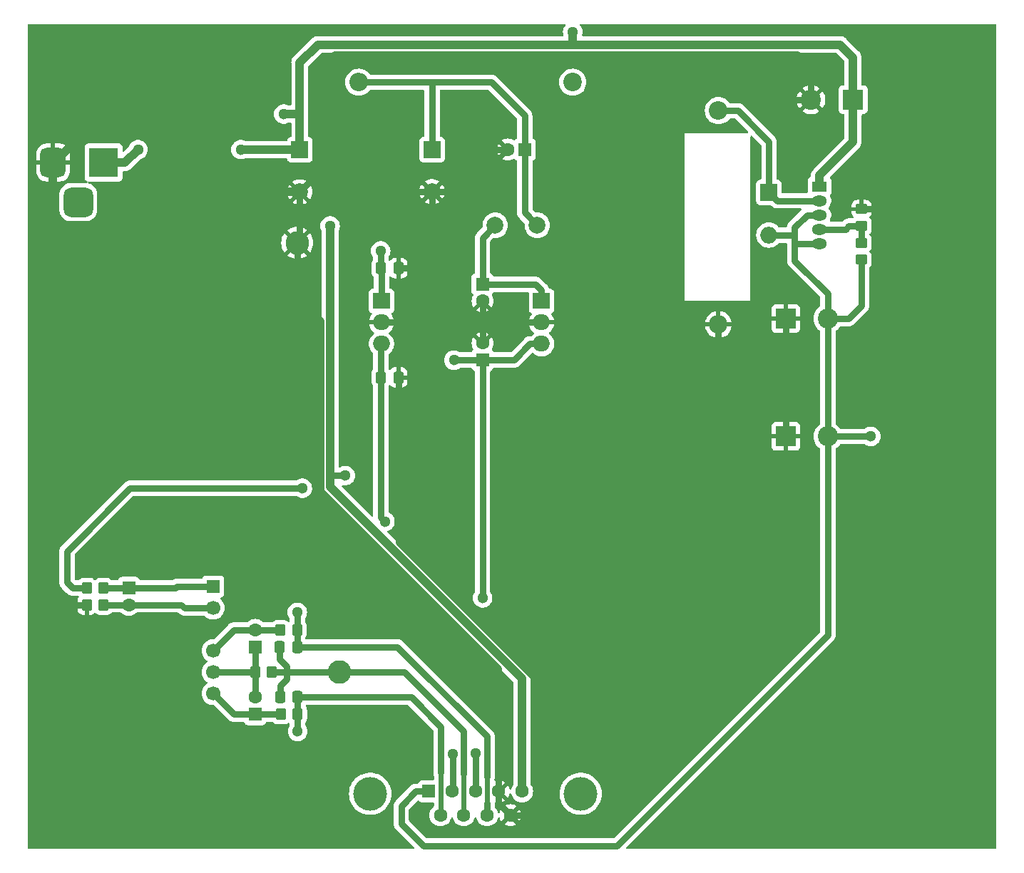
<source format=gbr>
G04 #@! TF.GenerationSoftware,KiCad,Pcbnew,7.0.2-1.fc37*
G04 #@! TF.CreationDate,2023-07-20T12:52:38+02:00*
G04 #@! TF.ProjectId,office_amp,6f666669-6365-45f6-916d-702e6b696361,V1.3*
G04 #@! TF.SameCoordinates,Original*
G04 #@! TF.FileFunction,Copper,L2,Bot*
G04 #@! TF.FilePolarity,Positive*
%FSLAX46Y46*%
G04 Gerber Fmt 4.6, Leading zero omitted, Abs format (unit mm)*
G04 Created by KiCad (PCBNEW 7.0.2-1.fc37) date 2023-07-20 12:52:38*
%MOMM*%
%LPD*%
G01*
G04 APERTURE LIST*
G04 Aperture macros list*
%AMRoundRect*
0 Rectangle with rounded corners*
0 $1 Rounding radius*
0 $2 $3 $4 $5 $6 $7 $8 $9 X,Y pos of 4 corners*
0 Add a 4 corners polygon primitive as box body*
4,1,4,$2,$3,$4,$5,$6,$7,$8,$9,$2,$3,0*
0 Add four circle primitives for the rounded corners*
1,1,$1+$1,$2,$3*
1,1,$1+$1,$4,$5*
1,1,$1+$1,$6,$7*
1,1,$1+$1,$8,$9*
0 Add four rect primitives between the rounded corners*
20,1,$1+$1,$2,$3,$4,$5,0*
20,1,$1+$1,$4,$5,$6,$7,0*
20,1,$1+$1,$6,$7,$8,$9,0*
20,1,$1+$1,$8,$9,$2,$3,0*%
G04 Aperture macros list end*
G04 #@! TA.AperFunction,ComponentPad*
%ADD10R,3.500000X3.500000*%
G04 #@! TD*
G04 #@! TA.AperFunction,ComponentPad*
%ADD11RoundRect,0.750000X-0.750000X-1.000000X0.750000X-1.000000X0.750000X1.000000X-0.750000X1.000000X0*%
G04 #@! TD*
G04 #@! TA.AperFunction,ComponentPad*
%ADD12RoundRect,0.875000X-0.875000X-0.875000X0.875000X-0.875000X0.875000X0.875000X-0.875000X0.875000X0*%
G04 #@! TD*
G04 #@! TA.AperFunction,ComponentPad*
%ADD13R,2.400000X2.400000*%
G04 #@! TD*
G04 #@! TA.AperFunction,ComponentPad*
%ADD14C,2.400000*%
G04 #@! TD*
G04 #@! TA.AperFunction,ComponentPad*
%ADD15R,1.600000X1.600000*%
G04 #@! TD*
G04 #@! TA.AperFunction,ComponentPad*
%ADD16C,1.600000*%
G04 #@! TD*
G04 #@! TA.AperFunction,ComponentPad*
%ADD17C,1.700000*%
G04 #@! TD*
G04 #@! TA.AperFunction,ComponentPad*
%ADD18R,2.000000X1.905000*%
G04 #@! TD*
G04 #@! TA.AperFunction,ComponentPad*
%ADD19O,2.000000X1.905000*%
G04 #@! TD*
G04 #@! TA.AperFunction,ComponentPad*
%ADD20R,2.000000X2.000000*%
G04 #@! TD*
G04 #@! TA.AperFunction,ComponentPad*
%ADD21C,2.000000*%
G04 #@! TD*
G04 #@! TA.AperFunction,ComponentPad*
%ADD22O,2.000000X2.000000*%
G04 #@! TD*
G04 #@! TA.AperFunction,ComponentPad*
%ADD23R,1.800000X1.275000*%
G04 #@! TD*
G04 #@! TA.AperFunction,ComponentPad*
%ADD24O,1.800000X1.275000*%
G04 #@! TD*
G04 #@! TA.AperFunction,ComponentPad*
%ADD25C,2.200000*%
G04 #@! TD*
G04 #@! TA.AperFunction,ComponentPad*
%ADD26O,2.200000X2.200000*%
G04 #@! TD*
G04 #@! TA.AperFunction,ComponentPad*
%ADD27C,4.000000*%
G04 #@! TD*
G04 #@! TA.AperFunction,ComponentPad*
%ADD28C,2.800000*%
G04 #@! TD*
G04 #@! TA.AperFunction,SMDPad,CuDef*
%ADD29RoundRect,0.250000X-0.337500X-0.475000X0.337500X-0.475000X0.337500X0.475000X-0.337500X0.475000X0*%
G04 #@! TD*
G04 #@! TA.AperFunction,SMDPad,CuDef*
%ADD30RoundRect,0.250000X0.350000X0.450000X-0.350000X0.450000X-0.350000X-0.450000X0.350000X-0.450000X0*%
G04 #@! TD*
G04 #@! TA.AperFunction,SMDPad,CuDef*
%ADD31RoundRect,0.250000X0.337500X0.475000X-0.337500X0.475000X-0.337500X-0.475000X0.337500X-0.475000X0*%
G04 #@! TD*
G04 #@! TA.AperFunction,SMDPad,CuDef*
%ADD32RoundRect,0.250000X-0.450000X0.350000X-0.450000X-0.350000X0.450000X-0.350000X0.450000X0.350000X0*%
G04 #@! TD*
G04 #@! TA.AperFunction,ViaPad*
%ADD33C,1.300000*%
G04 #@! TD*
G04 #@! TA.AperFunction,Conductor*
%ADD34C,1.000000*%
G04 #@! TD*
G04 #@! TA.AperFunction,Conductor*
%ADD35C,0.800000*%
G04 #@! TD*
G04 #@! TA.AperFunction,Conductor*
%ADD36C,0.600000*%
G04 #@! TD*
%ADD37C,0.350000*%
%ADD38O,1.000000X3.000000*%
%ADD39O,3.000000X1.000000*%
G04 APERTURE END LIST*
D10*
G04 #@! TO.P,J1,1*
G04 #@! TO.N,/Vin*
X100000000Y-75460177D03*
D11*
G04 #@! TO.P,J1,2*
G04 #@! TO.N,GNDD*
X94000000Y-75460177D03*
D12*
G04 #@! TO.P,J1,3*
G04 #@! TO.N,N/C*
X97000000Y-80160177D03*
G04 #@! TD*
D13*
G04 #@! TO.P,C6,1*
G04 #@! TO.N,GNDD*
X181000000Y-94000000D03*
D14*
G04 #@! TO.P,C6,2*
G04 #@! TO.N,-5V*
X186000000Y-94000000D03*
G04 #@! TD*
D15*
G04 #@! TO.P,C7,1*
G04 #@! TO.N,Net-(U4-+VIN)*
X103000000Y-126000000D03*
D16*
G04 #@! TO.P,C7,2*
G04 #@! TO.N,Net-(U4--VIN)*
X103000000Y-128000000D03*
G04 #@! TD*
D15*
G04 #@! TO.P,U4,1,+VIN*
G04 #@! TO.N,Net-(U4-+VIN)*
X113000000Y-125840000D03*
D17*
G04 #@! TO.P,U4,2,-VIN*
G04 #@! TO.N,Net-(U4--VIN)*
X113000000Y-128380000D03*
G04 #@! TO.P,U4,4,-VOUT*
G04 #@! TO.N,Net-(U4--VOUT)*
X113000000Y-133460000D03*
G04 #@! TO.P,U4,5,Common*
G04 #@! TO.N,Net-(U4-Common)*
X113000000Y-136000000D03*
G04 #@! TO.P,U4,6,+VOUT*
G04 #@! TO.N,Net-(U4-+VOUT)*
X113000000Y-138540000D03*
G04 #@! TD*
D18*
G04 #@! TO.P,U5,1,VI*
G04 #@! TO.N,Net-(U5-VI)*
X152000000Y-91920000D03*
D19*
G04 #@! TO.P,U5,2,GND*
G04 #@! TO.N,GNDD*
X152000000Y-94460000D03*
G04 #@! TO.P,U5,3,VO*
G04 #@! TO.N,+12V*
X152000000Y-97000000D03*
G04 #@! TD*
D15*
G04 #@! TO.P,C11,1*
G04 #@! TO.N,Net-(C11-Pad1)*
X150000000Y-73920000D03*
D16*
G04 #@! TO.P,C11,2*
G04 #@! TO.N,GNDD*
X148000000Y-73920000D03*
G04 #@! TD*
D20*
G04 #@! TO.P,C4,1*
G04 #@! TO.N,V+*
X123300000Y-73950000D03*
D21*
G04 #@! TO.P,C4,2*
G04 #@! TO.N,GNDD*
X123300000Y-78950000D03*
G04 #@! TD*
D13*
G04 #@! TO.P,C5,1*
G04 #@! TO.N,GNDD*
X181000000Y-108000000D03*
D14*
G04 #@! TO.P,C5,2*
G04 #@! TO.N,-5V*
X186000000Y-108000000D03*
G04 #@! TD*
D20*
G04 #@! TO.P,C9,1*
G04 #@! TO.N,Net-(C11-Pad1)*
X139000000Y-73920000D03*
D21*
G04 #@! TO.P,C9,2*
G04 #@! TO.N,GNDD*
X139000000Y-78920000D03*
G04 #@! TD*
D20*
G04 #@! TO.P,D1,1,K*
G04 #@! TO.N,Net-(D1-K)*
X179000000Y-79000000D03*
D22*
G04 #@! TO.P,D1,2,A*
G04 #@! TO.N,-5V*
X179000000Y-84080000D03*
G04 #@! TD*
D23*
G04 #@! TO.P,U2,1,VIN*
G04 #@! TO.N,V+*
X185000000Y-78300000D03*
D24*
G04 #@! TO.P,U2,2,OUT*
G04 #@! TO.N,Net-(D1-K)*
X185000000Y-80000000D03*
G04 #@! TO.P,U2,3,GND*
G04 #@! TO.N,-5V*
X185000000Y-81700000D03*
G04 #@! TO.P,U2,4,FB*
G04 #@! TO.N,Net-(U2-FB)*
X185000000Y-83400000D03*
G04 #@! TO.P,U2,5,~{ON}/OFF*
G04 #@! TO.N,-5V*
X185000000Y-85100000D03*
G04 #@! TD*
D13*
G04 #@! TO.P,C2,1*
G04 #@! TO.N,V+*
X189000000Y-68000000D03*
D14*
G04 #@! TO.P,C2,2*
G04 #@! TO.N,GNDD*
X184000000Y-68000000D03*
G04 #@! TD*
D15*
G04 #@! TO.P,C17,1*
G04 #@! TO.N,+12V*
X145000000Y-98920000D03*
D16*
G04 #@! TO.P,C17,2*
G04 #@! TO.N,GNDD*
X145000000Y-96920000D03*
G04 #@! TD*
D25*
G04 #@! TO.P,L1,1,1*
G04 #@! TO.N,Net-(D1-K)*
X173000000Y-69300000D03*
D26*
G04 #@! TO.P,L1,2,2*
G04 #@! TO.N,GNDD*
X173000000Y-94700000D03*
G04 #@! TD*
D15*
G04 #@! TO.P,C14,1*
G04 #@! TO.N,Net-(U5-VI)*
X145000000Y-89920000D03*
D16*
G04 #@! TO.P,C14,2*
G04 #@! TO.N,GNDD*
X145000000Y-91920000D03*
G04 #@! TD*
D25*
G04 #@! TO.P,L2,1,1*
G04 #@! TO.N,V+*
X155700000Y-65920000D03*
D26*
G04 #@! TO.P,L2,2,2*
G04 #@! TO.N,Net-(C11-Pad1)*
X130300000Y-65920000D03*
G04 #@! TD*
D15*
G04 #@! TO.P,C13,1*
G04 #@! TO.N,Net-(U4-Common)*
X118000000Y-133000000D03*
D16*
G04 #@! TO.P,C13,2*
G04 #@! TO.N,Net-(U4--VOUT)*
X118000000Y-131000000D03*
G04 #@! TD*
D15*
G04 #@! TO.P,C12,1*
G04 #@! TO.N,Net-(U4-+VOUT)*
X118000000Y-141000000D03*
D16*
G04 #@! TO.P,C12,2*
G04 #@! TO.N,Net-(U4-Common)*
X118000000Y-139000000D03*
G04 #@! TD*
D27*
G04 #@! TO.P,J2,0*
G04 #@! TO.N,N/C*
X131655000Y-150460000D03*
X156655000Y-150460000D03*
D15*
G04 #@! TO.P,J2,1,Pin_1*
G04 #@! TO.N,-5V*
X138615000Y-150160000D03*
D16*
G04 #@! TO.P,J2,2,Pin_2*
G04 #@! TO.N,+5V*
X141385000Y-150160000D03*
G04 #@! TO.P,J2,3,Pin_3*
G04 #@! TO.N,+12V*
X144155000Y-150160000D03*
G04 #@! TO.P,J2,4,Pin_4*
G04 #@! TO.N,GNDD*
X146925000Y-150160000D03*
G04 #@! TO.P,J2,5,Pin_5*
G04 #@! TO.N,V+*
X149695000Y-150160000D03*
G04 #@! TO.P,J2,6,Pin_6*
G04 #@! TO.N,+5VA*
X140000000Y-153000000D03*
G04 #@! TO.P,J2,7,Pin_7*
G04 #@! TO.N,GND_Input*
X142770000Y-153000000D03*
G04 #@! TO.P,J2,8,Pin_8*
G04 #@! TO.N,-5VA*
X145540000Y-153000000D03*
G04 #@! TO.P,J2,9,Pin_9*
G04 #@! TO.N,GNDD*
X148310000Y-153000000D03*
G04 #@! TD*
D28*
G04 #@! TO.P,TP2,1,1*
G04 #@! TO.N,GNDD*
X123000000Y-85000000D03*
G04 #@! TD*
G04 #@! TO.P,TP7,1,1*
G04 #@! TO.N,GND_Input*
X128000000Y-136000000D03*
G04 #@! TD*
D21*
G04 #@! TO.P,L3,1,1*
G04 #@! TO.N,Net-(C11-Pad1)*
X151500000Y-82920000D03*
G04 #@! TO.P,L3,2,2*
G04 #@! TO.N,Net-(U5-VI)*
X146500000Y-82920000D03*
G04 #@! TD*
D18*
G04 #@! TO.P,U3,1,VI*
G04 #@! TO.N,+12V*
X133000000Y-91920000D03*
D19*
G04 #@! TO.P,U3,2,GND*
G04 #@! TO.N,GNDD*
X133000000Y-94460000D03*
G04 #@! TO.P,U3,3,VO*
G04 #@! TO.N,+5V*
X133000000Y-97000000D03*
G04 #@! TD*
D29*
G04 #@! TO.P,C8,1*
G04 #@! TO.N,+12V*
X132925000Y-88000000D03*
G04 #@! TO.P,C8,2*
G04 #@! TO.N,GNDD*
X135000000Y-88000000D03*
G04 #@! TD*
D30*
G04 #@! TO.P,R6,1*
G04 #@! TO.N,GND_Input*
X120000000Y-136000000D03*
G04 #@! TO.P,R6,2*
G04 #@! TO.N,Net-(U4-Common)*
X118000000Y-136000000D03*
G04 #@! TD*
G04 #@! TO.P,R5,1*
G04 #@! TO.N,+5VA*
X123050000Y-141000000D03*
G04 #@! TO.P,R5,2*
G04 #@! TO.N,Net-(U4-+VOUT)*
X121050000Y-141000000D03*
G04 #@! TD*
G04 #@! TO.P,R7,1*
G04 #@! TO.N,-5VA*
X123000000Y-131000000D03*
G04 #@! TO.P,R7,2*
G04 #@! TO.N,Net-(U4--VOUT)*
X121000000Y-131000000D03*
G04 #@! TD*
D31*
G04 #@! TO.P,C15,1*
G04 #@! TO.N,+5VA*
X123037500Y-139000000D03*
G04 #@! TO.P,C15,2*
G04 #@! TO.N,GND_Input*
X120962500Y-139000000D03*
G04 #@! TD*
D29*
G04 #@! TO.P,C10,1*
G04 #@! TO.N,+5V*
X132925000Y-101000000D03*
G04 #@! TO.P,C10,2*
G04 #@! TO.N,GNDD*
X135000000Y-101000000D03*
G04 #@! TD*
D32*
G04 #@! TO.P,R1,1*
G04 #@! TO.N,GNDD*
X190000000Y-81000000D03*
G04 #@! TO.P,R1,2*
G04 #@! TO.N,Net-(U2-FB)*
X190000000Y-83000000D03*
G04 #@! TD*
G04 #@! TO.P,R2,1*
G04 #@! TO.N,Net-(U2-FB)*
X190000000Y-85000000D03*
G04 #@! TO.P,R2,2*
G04 #@! TO.N,-5V*
X190000000Y-87000000D03*
G04 #@! TD*
D30*
G04 #@! TO.P,R3,1*
G04 #@! TO.N,Net-(U4-+VIN)*
X100000000Y-126000000D03*
G04 #@! TO.P,R3,2*
G04 #@! TO.N,V+*
X98000000Y-126000000D03*
G04 #@! TD*
G04 #@! TO.P,R4,1*
G04 #@! TO.N,Net-(U4--VIN)*
X100000000Y-128000000D03*
G04 #@! TO.P,R4,2*
G04 #@! TO.N,GNDD*
X98000000Y-128000000D03*
G04 #@! TD*
D29*
G04 #@! TO.P,C16,1*
G04 #@! TO.N,GND_Input*
X120925000Y-133000000D03*
G04 #@! TO.P,C16,2*
G04 #@! TO.N,-5VA*
X123000000Y-133000000D03*
G04 #@! TD*
D33*
G04 #@! TO.N,V+*
X123600000Y-114150000D03*
X155700000Y-59950000D03*
X116300000Y-73917677D03*
X128700000Y-112650000D03*
X121400000Y-69700000D03*
X126900000Y-83000000D03*
G04 #@! TO.N,+5V*
X133400000Y-118100000D03*
X141450000Y-145700000D03*
G04 #@! TO.N,+5VA*
X123050000Y-143050000D03*
G04 #@! TO.N,-5VA*
X123000000Y-128900000D03*
G04 #@! TO.N,/Vin*
X104100000Y-73917677D03*
G04 #@! TO.N,-5V*
X191100000Y-108000000D03*
G04 #@! TO.N,GNDD*
X191950000Y-81000000D03*
X97300000Y-85117677D03*
G04 #@! TO.N,+12V*
X132900000Y-85950000D03*
X145000000Y-127200000D03*
X144150000Y-145650000D03*
X141600000Y-98950000D03*
G04 #@! TD*
D34*
G04 #@! TO.N,V+*
X123300000Y-73950000D02*
X123300000Y-69700000D01*
X123300000Y-69700000D02*
X121400000Y-69700000D01*
D35*
X103150000Y-114150000D02*
X95650000Y-121650000D01*
D34*
X149695000Y-136795000D02*
X126900000Y-114000000D01*
X155700000Y-61400000D02*
X155650000Y-61450000D01*
X126900000Y-112600000D02*
X126900000Y-83000000D01*
X126900000Y-114000000D02*
X126900000Y-112600000D01*
X123300000Y-69700000D02*
X123300000Y-63600000D01*
X123300000Y-63600000D02*
X125450000Y-61450000D01*
X189000000Y-63000000D02*
X189000000Y-68000000D01*
D35*
X96300000Y-126000000D02*
X98000000Y-126000000D01*
X128650000Y-112600000D02*
X128700000Y-112650000D01*
X95650000Y-121650000D02*
X95650000Y-125350000D01*
X123600000Y-114150000D02*
X103150000Y-114150000D01*
D34*
X116300000Y-73917677D02*
X123267677Y-73917677D01*
X187450000Y-61450000D02*
X189000000Y-63000000D01*
X149695000Y-150160000D02*
X149695000Y-136795000D01*
X125450000Y-61450000D02*
X155650000Y-61450000D01*
X155700000Y-59950000D02*
X155700000Y-61400000D01*
X155650000Y-61450000D02*
X187450000Y-61450000D01*
X189000000Y-73000000D02*
X185000000Y-77000000D01*
X189000000Y-68000000D02*
X189000000Y-73000000D01*
X185000000Y-77000000D02*
X185000000Y-78300000D01*
D35*
X126900000Y-112600000D02*
X128650000Y-112600000D01*
D34*
X123267677Y-73917677D02*
X123300000Y-73950000D01*
D35*
X95650000Y-125350000D02*
X96300000Y-126000000D01*
G04 #@! TO.N,+5V*
X132925000Y-101000000D02*
X132925000Y-117625000D01*
X132925000Y-117625000D02*
X133400000Y-118100000D01*
X141450000Y-150095000D02*
X141385000Y-150160000D01*
X132925000Y-97075000D02*
X133000000Y-97000000D01*
X141450000Y-145700000D02*
X141450000Y-150095000D01*
X132925000Y-101000000D02*
X132925000Y-97075000D01*
G04 #@! TO.N,Net-(U4-+VIN)*
X108500000Y-126000000D02*
X108660000Y-125840000D01*
X113000000Y-125840000D02*
X108660000Y-125840000D01*
X103000000Y-126000000D02*
X108500000Y-126000000D01*
X100000000Y-126000000D02*
X103000000Y-126000000D01*
G04 #@! TO.N,+5VA*
X140000000Y-153000000D02*
X140050000Y-152950000D01*
X123000000Y-141000000D02*
X123000000Y-143000000D01*
X140050000Y-147950000D02*
X140050000Y-142514214D01*
X123000000Y-143000000D02*
X123050000Y-143050000D01*
D36*
X140050000Y-152950000D02*
X140050000Y-149650000D01*
D35*
X123050000Y-139012500D02*
X123037500Y-139000000D01*
X140050000Y-142514214D02*
X136535786Y-139000000D01*
X136535786Y-139000000D02*
X123037500Y-139000000D01*
D36*
X140050000Y-149650000D02*
X140050000Y-147950000D01*
D35*
X123050000Y-141000000D02*
X123050000Y-139012500D01*
G04 #@! TO.N,Net-(U4--VIN)*
X103000000Y-128000000D02*
X109240000Y-128000000D01*
X109240000Y-128000000D02*
X109620000Y-128380000D01*
X113000000Y-128380000D02*
X109620000Y-128380000D01*
X100000000Y-128000000D02*
X103000000Y-128000000D01*
D36*
G04 #@! TO.N,-5VA*
X145540000Y-151610000D02*
X145540000Y-148460000D01*
D35*
X123000000Y-133000000D02*
X123000000Y-131000000D01*
X134900000Y-133000000D02*
X145540000Y-143640000D01*
X145540000Y-153000000D02*
X145540000Y-151610000D01*
X145540000Y-143640000D02*
X145540000Y-148460000D01*
X123000000Y-133000000D02*
X134900000Y-133000000D01*
X123000000Y-131000000D02*
X123000000Y-128900000D01*
D34*
G04 #@! TO.N,/Vin*
X102557500Y-75460177D02*
X104100000Y-73917677D01*
X100000000Y-75460177D02*
X102557500Y-75460177D01*
D35*
G04 #@! TO.N,Net-(C11-Pad1)*
X139000000Y-65970000D02*
X138950000Y-65920000D01*
X138950000Y-65920000D02*
X146020000Y-65920000D01*
X150000000Y-81420000D02*
X151500000Y-82920000D01*
X139000000Y-73920000D02*
X139000000Y-65970000D01*
X130300000Y-65920000D02*
X138950000Y-65920000D01*
X146020000Y-65920000D02*
X150000000Y-69900000D01*
X150000000Y-69900000D02*
X150000000Y-73920000D01*
X150000000Y-73920000D02*
X150000000Y-81420000D01*
G04 #@! TO.N,Net-(U4-+VOUT)*
X118000000Y-141000000D02*
X115460000Y-141000000D01*
X118000000Y-141000000D02*
X121050000Y-141000000D01*
X115460000Y-141000000D02*
X113000000Y-138540000D01*
G04 #@! TO.N,Net-(U4-Common)*
X118000000Y-139000000D02*
X118000000Y-136000000D01*
X113000000Y-136000000D02*
X118000000Y-136000000D01*
X118000000Y-133000000D02*
X118000000Y-136000000D01*
G04 #@! TO.N,Net-(U5-VI)*
X152000000Y-91920000D02*
X152000000Y-90650000D01*
X152000000Y-90650000D02*
X151270000Y-89920000D01*
X145000000Y-89920000D02*
X151270000Y-89920000D01*
X145000000Y-89920000D02*
X145000000Y-84420000D01*
X145000000Y-84420000D02*
X146500000Y-82920000D01*
G04 #@! TO.N,Net-(D1-K)*
X185000000Y-80000000D02*
X180000000Y-80000000D01*
X179000000Y-79000000D02*
X179000000Y-73000000D01*
X180000000Y-80000000D02*
X179000000Y-79000000D01*
X179000000Y-73000000D02*
X175300000Y-69300000D01*
X175300000Y-69300000D02*
X173000000Y-69300000D01*
G04 #@! TO.N,Net-(U2-FB)*
X190000000Y-83000000D02*
X188500000Y-83000000D01*
X185000000Y-83400000D02*
X188100000Y-83400000D01*
X190000000Y-85000000D02*
X190000000Y-83000000D01*
X188100000Y-83400000D02*
X188500000Y-83000000D01*
G04 #@! TO.N,-5V*
X182050000Y-83200000D02*
X182050000Y-84000000D01*
X182050000Y-84000000D02*
X182050000Y-85050000D01*
X160950000Y-156650000D02*
X138000000Y-156650000D01*
X135350000Y-154000000D02*
X135350000Y-151900000D01*
X137090000Y-150160000D02*
X138615000Y-150160000D01*
X182050000Y-85050000D02*
X182050000Y-87100000D01*
X185000000Y-85100000D02*
X182100000Y-85100000D01*
X190000000Y-92450000D02*
X188450000Y-94000000D01*
X182100000Y-85100000D02*
X182050000Y-85050000D01*
X179000000Y-84080000D02*
X181970000Y-84080000D01*
X186000000Y-91050000D02*
X186000000Y-94000000D01*
X182050000Y-87100000D02*
X186000000Y-91050000D01*
X138000000Y-156650000D02*
X135350000Y-154000000D01*
X186000000Y-131600000D02*
X160950000Y-156650000D01*
X185000000Y-81700000D02*
X183550000Y-81700000D01*
X188450000Y-94000000D02*
X186000000Y-94000000D01*
X190000000Y-87000000D02*
X190000000Y-92450000D01*
X181970000Y-84080000D02*
X182050000Y-84000000D01*
X186000000Y-108000000D02*
X186000000Y-131600000D01*
X186000000Y-108000000D02*
X186000000Y-94000000D01*
X183550000Y-81700000D02*
X182050000Y-83200000D01*
X135350000Y-151900000D02*
X137090000Y-150160000D01*
X186000000Y-108000000D02*
X191100000Y-108000000D01*
G04 #@! TO.N,Net-(U4--VOUT)*
X118000000Y-131000000D02*
X121000000Y-131000000D01*
X113000000Y-133460000D02*
X115460000Y-131000000D01*
X115460000Y-131000000D02*
X118000000Y-131000000D01*
G04 #@! TO.N,GND_Input*
X121750000Y-135300000D02*
X121750000Y-136000000D01*
X135750000Y-136000000D02*
X128000000Y-136000000D01*
X120000000Y-136000000D02*
X121750000Y-136000000D01*
X142770000Y-143020000D02*
X135750000Y-136000000D01*
X120962500Y-139000000D02*
X120962500Y-137637500D01*
X120962500Y-137637500D02*
X121750000Y-136850000D01*
X121750000Y-136000000D02*
X128000000Y-136000000D01*
X121750000Y-136850000D02*
X121750000Y-136000000D01*
X142770000Y-148070000D02*
X142770000Y-143020000D01*
D36*
X142770000Y-149070000D02*
X142770000Y-148070000D01*
D35*
X120925000Y-134475000D02*
X121750000Y-135300000D01*
D36*
X142770000Y-153000000D02*
X142770000Y-149070000D01*
D35*
X120925000Y-133000000D02*
X120925000Y-134475000D01*
G04 #@! TO.N,GNDD*
X180850000Y-96900000D02*
X181000000Y-96750000D01*
X169900000Y-96900000D02*
X172950000Y-96900000D01*
X123300000Y-78950000D02*
X123300000Y-84700000D01*
X151905634Y-137450000D02*
X135000000Y-120544366D01*
D34*
X94000000Y-83817677D02*
X94000000Y-75460177D01*
X97700000Y-71917677D02*
X106300000Y-71917677D01*
D35*
X138960000Y-94460000D02*
X139000000Y-94500000D01*
X182400000Y-62600000D02*
X184000000Y-64200000D01*
X136000000Y-77600000D02*
X137320000Y-78920000D01*
X127400000Y-62600000D02*
X182400000Y-62600000D01*
X173000000Y-94700000D02*
X173000000Y-96850000D01*
X126200000Y-68900000D02*
X131550000Y-68900000D01*
X131550000Y-68900000D02*
X136000000Y-73350000D01*
X123000000Y-85000000D02*
X123000000Y-91450000D01*
X145930000Y-73920000D02*
X140930000Y-78920000D01*
X94400000Y-128000000D02*
X98000000Y-128000000D01*
X148000000Y-73920000D02*
X145930000Y-73920000D01*
X146925000Y-151615000D02*
X148310000Y-153000000D01*
X125800000Y-112550000D02*
X102500000Y-112550000D01*
X178100000Y-68000000D02*
X176900000Y-66800000D01*
X150850000Y-153000000D02*
X152000000Y-151850000D01*
X191950000Y-81000000D02*
X190000000Y-81000000D01*
X167600000Y-94600000D02*
X169900000Y-96900000D01*
X126200000Y-76050000D02*
X126200000Y-68900000D01*
X93750000Y-127350000D02*
X94400000Y-128000000D01*
X152000000Y-137450000D02*
X151905634Y-137450000D01*
X125800000Y-112550000D02*
X125800000Y-114455635D01*
D34*
X106300000Y-71917677D02*
X113332323Y-78950000D01*
D35*
X181000000Y-94000000D02*
X181000000Y-96750000D01*
X145010000Y-94460000D02*
X145000000Y-94450000D01*
X145000000Y-94470000D02*
X145000000Y-96920000D01*
X126200000Y-63800000D02*
X127400000Y-62600000D01*
X146925000Y-135580634D02*
X146925000Y-150160000D01*
X138800000Y-88000000D02*
X139000000Y-88200000D01*
D34*
X113332323Y-78950000D02*
X123300000Y-78950000D01*
D35*
X123000000Y-91450000D02*
X125800000Y-94250000D01*
D34*
X94000000Y-75460177D02*
X94157500Y-75460177D01*
D35*
X173000000Y-96850000D02*
X172950000Y-96900000D01*
X146925000Y-150160000D02*
X146925000Y-151615000D01*
X167600000Y-68600000D02*
X167600000Y-94600000D01*
X139000000Y-78920000D02*
X139000000Y-88200000D01*
X125800000Y-114455635D02*
X146925000Y-135580634D01*
X123300000Y-84700000D02*
X123000000Y-85000000D01*
X135000000Y-120544366D02*
X135000000Y-101000000D01*
X133000000Y-94460000D02*
X138960000Y-94460000D01*
X145010000Y-94460000D02*
X145000000Y-94470000D01*
X125800000Y-94250000D02*
X125800000Y-112550000D01*
X144950000Y-94500000D02*
X145000000Y-94450000D01*
X140930000Y-78920000D02*
X139000000Y-78920000D01*
X148310000Y-153000000D02*
X150850000Y-153000000D01*
X136000000Y-73350000D02*
X136000000Y-77600000D01*
X139000000Y-94500000D02*
X144950000Y-94500000D01*
X137320000Y-78920000D02*
X139000000Y-78920000D01*
X172950000Y-96900000D02*
X180850000Y-96900000D01*
X184000000Y-64200000D02*
X184000000Y-68000000D01*
D34*
X94157500Y-75460177D02*
X97700000Y-71917677D01*
D35*
X139000000Y-88200000D02*
X139000000Y-94500000D01*
X126200000Y-68900000D02*
X126200000Y-63800000D01*
X181000000Y-96750000D02*
X181000000Y-108000000D01*
X135000000Y-88000000D02*
X138800000Y-88000000D01*
X123300000Y-78950000D02*
X126200000Y-76050000D01*
X102500000Y-112550000D02*
X93750000Y-121300000D01*
D34*
X97300000Y-85117677D02*
X95300000Y-85117677D01*
D35*
X184000000Y-68000000D02*
X178100000Y-68000000D01*
X152000000Y-94460000D02*
X145010000Y-94460000D01*
X93750000Y-121300000D02*
X93750000Y-127350000D01*
X145000000Y-94450000D02*
X145000000Y-91920000D01*
X169400000Y-66800000D02*
X167600000Y-68600000D01*
D34*
X95300000Y-85117677D02*
X94000000Y-83817677D01*
D35*
X176900000Y-66800000D02*
X169400000Y-66800000D01*
X152000000Y-151850000D02*
X152000000Y-137450000D01*
G04 #@! TO.N,+12V*
X150650000Y-97000000D02*
X148730000Y-98920000D01*
X133000000Y-88075000D02*
X132925000Y-88000000D01*
X144150000Y-150155000D02*
X144155000Y-150160000D01*
X132925000Y-88000000D02*
X132925000Y-85975000D01*
X144150000Y-145650000D02*
X144150000Y-150155000D01*
X148730000Y-98920000D02*
X145000000Y-98920000D01*
X145000000Y-98920000D02*
X145000000Y-127200000D01*
X145000000Y-98920000D02*
X141630000Y-98920000D01*
X152000000Y-97000000D02*
X150650000Y-97000000D01*
X133000000Y-91920000D02*
X133000000Y-88075000D01*
X132925000Y-85975000D02*
X132900000Y-85950000D01*
X141630000Y-98920000D02*
X141600000Y-98950000D01*
G04 #@! TD*
G04 #@! TA.AperFunction,Conductor*
G04 #@! TO.N,GNDD*
G36*
X154783697Y-59019685D02*
G01*
X154829452Y-59072489D01*
X154839396Y-59141647D01*
X154815612Y-59198727D01*
X154710803Y-59337516D01*
X154615101Y-59529710D01*
X154556346Y-59736211D01*
X154536537Y-59949999D01*
X154556346Y-60163786D01*
X154590427Y-60283565D01*
X154589841Y-60353433D01*
X154551574Y-60411892D01*
X154487777Y-60440382D01*
X154471161Y-60441500D01*
X125505640Y-60441500D01*
X125493486Y-60440903D01*
X125450000Y-60436620D01*
X125400453Y-60441500D01*
X125252301Y-60456091D01*
X125188931Y-60475314D01*
X125062196Y-60513759D01*
X125062192Y-60513760D01*
X125062192Y-60513761D01*
X124886996Y-60607404D01*
X124733433Y-60733430D01*
X124705707Y-60767214D01*
X124697536Y-60776228D01*
X122626228Y-62847536D01*
X122617214Y-62855707D01*
X122583430Y-62883433D01*
X122457404Y-63036996D01*
X122371507Y-63197701D01*
X122363758Y-63212197D01*
X122306091Y-63402297D01*
X122286620Y-63599999D01*
X122290903Y-63643487D01*
X122291500Y-63655641D01*
X122291500Y-68567500D01*
X122271815Y-68634539D01*
X122219011Y-68680294D01*
X122167500Y-68691500D01*
X122007161Y-68691500D01*
X121941883Y-68672927D01*
X121918601Y-68658511D01*
X121785017Y-68606760D01*
X121718397Y-68580951D01*
X121507351Y-68541500D01*
X121292649Y-68541500D01*
X121081603Y-68580951D01*
X121081598Y-68580952D01*
X120881401Y-68658509D01*
X120698856Y-68771536D01*
X120540188Y-68916180D01*
X120410804Y-69087513D01*
X120315101Y-69279710D01*
X120256346Y-69486211D01*
X120236537Y-69700000D01*
X120256346Y-69913788D01*
X120315101Y-70120289D01*
X120410804Y-70312486D01*
X120540188Y-70483819D01*
X120673478Y-70605328D01*
X120698857Y-70628464D01*
X120790128Y-70684976D01*
X120881401Y-70741490D01*
X121062938Y-70811818D01*
X121081603Y-70819049D01*
X121292649Y-70858500D01*
X121292651Y-70858500D01*
X121507349Y-70858500D01*
X121507351Y-70858500D01*
X121718397Y-70819049D01*
X121918600Y-70741489D01*
X121941882Y-70727073D01*
X122007161Y-70708500D01*
X122167500Y-70708500D01*
X122234539Y-70728185D01*
X122280294Y-70780989D01*
X122291500Y-70832500D01*
X122291500Y-72325800D01*
X122271815Y-72392839D01*
X122219011Y-72438594D01*
X122205312Y-72442353D01*
X122205392Y-72442567D01*
X122053796Y-72499110D01*
X121936738Y-72586738D01*
X121849111Y-72703795D01*
X121802593Y-72828512D01*
X121760722Y-72884445D01*
X121695257Y-72908861D01*
X121686412Y-72909177D01*
X116907161Y-72909177D01*
X116841883Y-72890604D01*
X116818601Y-72876188D01*
X116709518Y-72833929D01*
X116618397Y-72798628D01*
X116407351Y-72759177D01*
X116192649Y-72759177D01*
X116005184Y-72794220D01*
X115981598Y-72798629D01*
X115781401Y-72876186D01*
X115598856Y-72989213D01*
X115440188Y-73133857D01*
X115310804Y-73305190D01*
X115215101Y-73497387D01*
X115156346Y-73703888D01*
X115136537Y-73917677D01*
X115156346Y-74131465D01*
X115215101Y-74337966D01*
X115310804Y-74530163D01*
X115440188Y-74701496D01*
X115580275Y-74829201D01*
X115598857Y-74846141D01*
X115690128Y-74902653D01*
X115781401Y-74959167D01*
X115947339Y-75023452D01*
X115981603Y-75036726D01*
X116192649Y-75076177D01*
X116192651Y-75076177D01*
X116407349Y-75076177D01*
X116407351Y-75076177D01*
X116618397Y-75036726D01*
X116818600Y-74959166D01*
X116841882Y-74944750D01*
X116907161Y-74926177D01*
X121672326Y-74926177D01*
X121739365Y-74945862D01*
X121785120Y-74998666D01*
X121795616Y-75036923D01*
X121798011Y-75059204D01*
X121849110Y-75196203D01*
X121936738Y-75313261D01*
X122053796Y-75400889D01*
X122190794Y-75451988D01*
X122190797Y-75451988D01*
X122190799Y-75451989D01*
X122251362Y-75458500D01*
X122254672Y-75458500D01*
X124345328Y-75458500D01*
X124348638Y-75458500D01*
X124409201Y-75451989D01*
X124409203Y-75451988D01*
X124409205Y-75451988D01*
X124489636Y-75421988D01*
X124546204Y-75400889D01*
X124663261Y-75313261D01*
X124750889Y-75196204D01*
X124793015Y-75083261D01*
X124801988Y-75059205D01*
X124801988Y-75059203D01*
X124801989Y-75059201D01*
X124808500Y-74998638D01*
X124808500Y-72901362D01*
X124801989Y-72840799D01*
X124801988Y-72840797D01*
X124801988Y-72840794D01*
X124750889Y-72703796D01*
X124663261Y-72586738D01*
X124546203Y-72499110D01*
X124394608Y-72442567D01*
X124395797Y-72439379D01*
X124354679Y-72422340D01*
X124314839Y-72364942D01*
X124308500Y-72325806D01*
X124308500Y-69755638D01*
X124309097Y-69743485D01*
X124310994Y-69724222D01*
X124313380Y-69700000D01*
X124309097Y-69656513D01*
X124308500Y-69644359D01*
X124308500Y-65920000D01*
X128686526Y-65920000D01*
X128706391Y-66172404D01*
X128765494Y-66418590D01*
X128773012Y-66436739D01*
X128862384Y-66652502D01*
X128994672Y-66868376D01*
X129159102Y-67060898D01*
X129351624Y-67225328D01*
X129567498Y-67357616D01*
X129801409Y-67454505D01*
X130047597Y-67513609D01*
X130300000Y-67533474D01*
X130552403Y-67513609D01*
X130798591Y-67454505D01*
X131032502Y-67357616D01*
X131248376Y-67225328D01*
X131440898Y-67060898D01*
X131602260Y-66871967D01*
X131660767Y-66833775D01*
X131696550Y-66828500D01*
X137967500Y-66828500D01*
X138034539Y-66848185D01*
X138080294Y-66900989D01*
X138091500Y-66952500D01*
X138091500Y-72287500D01*
X138071815Y-72354539D01*
X138019011Y-72400294D01*
X137967500Y-72411500D01*
X137951362Y-72411500D01*
X137948082Y-72411852D01*
X137948075Y-72411853D01*
X137890794Y-72418011D01*
X137753796Y-72469110D01*
X137636738Y-72556738D01*
X137549110Y-72673796D01*
X137498011Y-72810794D01*
X137491853Y-72868075D01*
X137491500Y-72871362D01*
X137491500Y-74968638D01*
X137491852Y-74971918D01*
X137491853Y-74971924D01*
X137498011Y-75029205D01*
X137549110Y-75166203D01*
X137636738Y-75283261D01*
X137753796Y-75370889D01*
X137890794Y-75421988D01*
X137890797Y-75421988D01*
X137890799Y-75421989D01*
X137951362Y-75428500D01*
X137954672Y-75428500D01*
X140045328Y-75428500D01*
X140048638Y-75428500D01*
X140109201Y-75421989D01*
X140109203Y-75421988D01*
X140109205Y-75421988D01*
X140187124Y-75392924D01*
X140246204Y-75370889D01*
X140363261Y-75283261D01*
X140450889Y-75166204D01*
X140472924Y-75107124D01*
X140501988Y-75029205D01*
X140501988Y-75029203D01*
X140501989Y-75029201D01*
X140508500Y-74968638D01*
X140508500Y-72871362D01*
X140501989Y-72810799D01*
X140501988Y-72810797D01*
X140501988Y-72810794D01*
X140450889Y-72673796D01*
X140363261Y-72556738D01*
X140246203Y-72469110D01*
X140109205Y-72418011D01*
X140051924Y-72411853D01*
X140051918Y-72411852D01*
X140048638Y-72411500D01*
X140045328Y-72411500D01*
X140032500Y-72411500D01*
X139965461Y-72391815D01*
X139919706Y-72339011D01*
X139908500Y-72287500D01*
X139908500Y-66952500D01*
X139928185Y-66885461D01*
X139980989Y-66839706D01*
X140032500Y-66828500D01*
X145592325Y-66828500D01*
X145659364Y-66848185D01*
X145680005Y-66864818D01*
X149055182Y-70239995D01*
X149088666Y-70301316D01*
X149091500Y-70327674D01*
X149091500Y-72531655D01*
X149071815Y-72598694D01*
X149019011Y-72644449D01*
X149010834Y-72647836D01*
X148953796Y-72669110D01*
X148836736Y-72756740D01*
X148829087Y-72766958D01*
X148773152Y-72808827D01*
X148703460Y-72813809D01*
X148658701Y-72794220D01*
X148652483Y-72789866D01*
X148446326Y-72693733D01*
X148226602Y-72634858D01*
X147999999Y-72615033D01*
X147773397Y-72634858D01*
X147553672Y-72693733D01*
X147347516Y-72789865D01*
X147274526Y-72840973D01*
X147955599Y-73522046D01*
X147874852Y-73534835D01*
X147761955Y-73592359D01*
X147672359Y-73681955D01*
X147614835Y-73794852D01*
X147602046Y-73875599D01*
X146920973Y-73194526D01*
X146920973Y-73194527D01*
X146869865Y-73267516D01*
X146773733Y-73473672D01*
X146714858Y-73693397D01*
X146695033Y-73920000D01*
X146714858Y-74146602D01*
X146773733Y-74366326D01*
X146869866Y-74572484D01*
X146920972Y-74645471D01*
X146920974Y-74645472D01*
X147602046Y-73964399D01*
X147614835Y-74045148D01*
X147672359Y-74158045D01*
X147761955Y-74247641D01*
X147874852Y-74305165D01*
X147955597Y-74317953D01*
X147274526Y-74999025D01*
X147274526Y-74999026D01*
X147347515Y-75050133D01*
X147553673Y-75146266D01*
X147773397Y-75205141D01*
X148000000Y-75224966D01*
X148226602Y-75205141D01*
X148446326Y-75146266D01*
X148652481Y-75050134D01*
X148658692Y-75045785D01*
X148724896Y-75023452D01*
X148792665Y-75040457D01*
X148829090Y-75073044D01*
X148836738Y-75083261D01*
X148906760Y-75135678D01*
X148953796Y-75170889D01*
X149010835Y-75192163D01*
X149066767Y-75234033D01*
X149091184Y-75299497D01*
X149091500Y-75308344D01*
X149091500Y-81338743D01*
X149089973Y-81358141D01*
X149087748Y-81372188D01*
X149091330Y-81440537D01*
X149091500Y-81447027D01*
X149091500Y-81467610D01*
X149091837Y-81470826D01*
X149091838Y-81470827D01*
X149093651Y-81488081D01*
X149094159Y-81494543D01*
X149097742Y-81562899D01*
X149097742Y-81562902D01*
X149097743Y-81562903D01*
X149101426Y-81576648D01*
X149104969Y-81595768D01*
X149106457Y-81609926D01*
X149127613Y-81675038D01*
X149129449Y-81681237D01*
X149133359Y-81695824D01*
X149147171Y-81747373D01*
X149153630Y-81760049D01*
X149161074Y-81778019D01*
X149165472Y-81791555D01*
X149165473Y-81791556D01*
X149199706Y-81850849D01*
X149202796Y-81856541D01*
X149233871Y-81917530D01*
X149242828Y-81928592D01*
X149253844Y-81944621D01*
X149260958Y-81956943D01*
X149306760Y-82007811D01*
X149310974Y-82012745D01*
X149323928Y-82028741D01*
X149326224Y-82031037D01*
X149338478Y-82043291D01*
X149342947Y-82048000D01*
X149384356Y-82093990D01*
X149388747Y-82098866D01*
X149400257Y-82107228D01*
X149415051Y-82119864D01*
X149963073Y-82667886D01*
X149996558Y-82729209D01*
X149999010Y-82765295D01*
X149986835Y-82919999D01*
X150005465Y-83156712D01*
X150060894Y-83387593D01*
X150074437Y-83420288D01*
X150151760Y-83606963D01*
X150275824Y-83809416D01*
X150430031Y-83989969D01*
X150610584Y-84144176D01*
X150813037Y-84268240D01*
X151032406Y-84359105D01*
X151263289Y-84414535D01*
X151500000Y-84433165D01*
X151736711Y-84414535D01*
X151967594Y-84359105D01*
X152186963Y-84268240D01*
X152389416Y-84144176D01*
X152569969Y-83989969D01*
X152724176Y-83809416D01*
X152848240Y-83606963D01*
X152939105Y-83387594D01*
X152994535Y-83156711D01*
X153013165Y-82920000D01*
X152994535Y-82683289D01*
X152939105Y-82452406D01*
X152848240Y-82233037D01*
X152724176Y-82030584D01*
X152569969Y-81850031D01*
X152389416Y-81695824D01*
X152186963Y-81571760D01*
X152020227Y-81502696D01*
X151967593Y-81480894D01*
X151736712Y-81425465D01*
X151618355Y-81416150D01*
X151500000Y-81406835D01*
X151499999Y-81406835D01*
X151345295Y-81419010D01*
X151276918Y-81404645D01*
X151247886Y-81383073D01*
X150944819Y-81080006D01*
X150911334Y-81018683D01*
X150908500Y-80992325D01*
X150908500Y-75308344D01*
X150928185Y-75241305D01*
X150980989Y-75195550D01*
X150989144Y-75192171D01*
X151046204Y-75170889D01*
X151163261Y-75083261D01*
X151250889Y-74966204D01*
X151301989Y-74829201D01*
X151308500Y-74768638D01*
X151308500Y-73071362D01*
X151301989Y-73010799D01*
X151301988Y-73010797D01*
X151301988Y-73010794D01*
X151250889Y-72873796D01*
X151163261Y-72756738D01*
X151046203Y-72669110D01*
X150989166Y-72647836D01*
X150933232Y-72605965D01*
X150908816Y-72540500D01*
X150908500Y-72531655D01*
X150908500Y-69981256D01*
X150910027Y-69961858D01*
X150910033Y-69961816D01*
X150912252Y-69947810D01*
X150908670Y-69879460D01*
X150908500Y-69872971D01*
X150908500Y-69855631D01*
X150908500Y-69852390D01*
X150906347Y-69831913D01*
X150905839Y-69825459D01*
X150902257Y-69757097D01*
X150898575Y-69743358D01*
X150895029Y-69724222D01*
X150893542Y-69710073D01*
X150890915Y-69701989D01*
X150872384Y-69644957D01*
X150870544Y-69638743D01*
X150852829Y-69572630D01*
X150846369Y-69559952D01*
X150838923Y-69541974D01*
X150834527Y-69528444D01*
X150810145Y-69486214D01*
X150800301Y-69469163D01*
X150797203Y-69463457D01*
X150766128Y-69402468D01*
X150757170Y-69391405D01*
X150746155Y-69375380D01*
X150739040Y-69363056D01*
X150731163Y-69354308D01*
X150693239Y-69312187D01*
X150689027Y-69307255D01*
X150678121Y-69293788D01*
X150678111Y-69293777D01*
X150676072Y-69291259D01*
X150661520Y-69276707D01*
X150657051Y-69271998D01*
X150611251Y-69221132D01*
X150599741Y-69212769D01*
X150584946Y-69200133D01*
X147304813Y-65920000D01*
X154086526Y-65920000D01*
X154106391Y-66172404D01*
X154165494Y-66418590D01*
X154173012Y-66436739D01*
X154262384Y-66652502D01*
X154394672Y-66868376D01*
X154559102Y-67060898D01*
X154751624Y-67225328D01*
X154967498Y-67357616D01*
X155201409Y-67454505D01*
X155447597Y-67513609D01*
X155700000Y-67533474D01*
X155952403Y-67513609D01*
X156198591Y-67454505D01*
X156432502Y-67357616D01*
X156648376Y-67225328D01*
X156840898Y-67060898D01*
X157005328Y-66868376D01*
X157137616Y-66652502D01*
X157234505Y-66418591D01*
X157293609Y-66172403D01*
X157313474Y-65920000D01*
X157293609Y-65667597D01*
X157234505Y-65421409D01*
X157137616Y-65187498D01*
X157005328Y-64971624D01*
X156840898Y-64779102D01*
X156648376Y-64614672D01*
X156432502Y-64482384D01*
X156315546Y-64433939D01*
X156198590Y-64385494D01*
X155952404Y-64326391D01*
X155826201Y-64316458D01*
X155700000Y-64306526D01*
X155699999Y-64306526D01*
X155447595Y-64326391D01*
X155201409Y-64385494D01*
X154967496Y-64482385D01*
X154751625Y-64614671D01*
X154559102Y-64779102D01*
X154394671Y-64971625D01*
X154262385Y-65187496D01*
X154165494Y-65421409D01*
X154106391Y-65667595D01*
X154086526Y-65920000D01*
X147304813Y-65920000D01*
X146719864Y-65335051D01*
X146707228Y-65320257D01*
X146698866Y-65308747D01*
X146648000Y-65262947D01*
X146643291Y-65258478D01*
X146631037Y-65246224D01*
X146628741Y-65243928D01*
X146612745Y-65230974D01*
X146607811Y-65226760D01*
X146556943Y-65180958D01*
X146544621Y-65173844D01*
X146528592Y-65162828D01*
X146517530Y-65153871D01*
X146456541Y-65122796D01*
X146450849Y-65119706D01*
X146418034Y-65100760D01*
X146391555Y-65085472D01*
X146378019Y-65081074D01*
X146360049Y-65073630D01*
X146347373Y-65067171D01*
X146311374Y-65057525D01*
X146281237Y-65049449D01*
X146275038Y-65047613D01*
X146209926Y-65026457D01*
X146195768Y-65024969D01*
X146176648Y-65021426D01*
X146162903Y-65017743D01*
X146162902Y-65017742D01*
X146162899Y-65017742D01*
X146094543Y-65014159D01*
X146088086Y-65013651D01*
X146067610Y-65011500D01*
X146064365Y-65011500D01*
X146047027Y-65011500D01*
X146040537Y-65011330D01*
X145972190Y-65007748D01*
X145972189Y-65007748D01*
X145958142Y-65009973D01*
X145938744Y-65011500D01*
X138977027Y-65011500D01*
X138970537Y-65011330D01*
X138902190Y-65007748D01*
X138902189Y-65007748D01*
X138888142Y-65009973D01*
X138868744Y-65011500D01*
X131696550Y-65011500D01*
X131629511Y-64991815D01*
X131602260Y-64968032D01*
X131440898Y-64779102D01*
X131248376Y-64614672D01*
X131032502Y-64482384D01*
X130915546Y-64433939D01*
X130798590Y-64385494D01*
X130552404Y-64326391D01*
X130426201Y-64316458D01*
X130300000Y-64306526D01*
X130299999Y-64306526D01*
X130047595Y-64326391D01*
X129801409Y-64385494D01*
X129567496Y-64482385D01*
X129351625Y-64614671D01*
X129159102Y-64779102D01*
X128994671Y-64971625D01*
X128862385Y-65187496D01*
X128765494Y-65421409D01*
X128706391Y-65667595D01*
X128686526Y-65920000D01*
X124308500Y-65920000D01*
X124308500Y-64069096D01*
X124328185Y-64002057D01*
X124344819Y-63981415D01*
X125831415Y-62494819D01*
X125892738Y-62461334D01*
X125919096Y-62458500D01*
X155594358Y-62458500D01*
X155606511Y-62459096D01*
X155650000Y-62463380D01*
X155693488Y-62459096D01*
X155705642Y-62458500D01*
X186980904Y-62458500D01*
X187047943Y-62478185D01*
X187068585Y-62494819D01*
X187955181Y-63381415D01*
X187988666Y-63442738D01*
X187991500Y-63469096D01*
X187991500Y-66167500D01*
X187971815Y-66234539D01*
X187919011Y-66280294D01*
X187867500Y-66291500D01*
X187751362Y-66291500D01*
X187748082Y-66291852D01*
X187748075Y-66291853D01*
X187690794Y-66298011D01*
X187553796Y-66349110D01*
X187436738Y-66436738D01*
X187349110Y-66553796D01*
X187298011Y-66690794D01*
X187291853Y-66748075D01*
X187291500Y-66751362D01*
X187291500Y-69248638D01*
X187291852Y-69251918D01*
X187291853Y-69251924D01*
X187298011Y-69309205D01*
X187349110Y-69446203D01*
X187436738Y-69563261D01*
X187553796Y-69650889D01*
X187690794Y-69701988D01*
X187690797Y-69701988D01*
X187690799Y-69701989D01*
X187751362Y-69708500D01*
X187867500Y-69708500D01*
X187934539Y-69728185D01*
X187980294Y-69780989D01*
X187991500Y-69832500D01*
X187991500Y-72530903D01*
X187971815Y-72597942D01*
X187955181Y-72618584D01*
X184326228Y-76247536D01*
X184317214Y-76255707D01*
X184283430Y-76283433D01*
X184157404Y-76436996D01*
X184063598Y-76612494D01*
X184062871Y-76615122D01*
X184006090Y-76802300D01*
X183986620Y-76999999D01*
X183990903Y-77043487D01*
X183991500Y-77055641D01*
X183991500Y-77074155D01*
X183971815Y-77141194D01*
X183919011Y-77186949D01*
X183910834Y-77190336D01*
X183853796Y-77211610D01*
X183736738Y-77299238D01*
X183649110Y-77416296D01*
X183598011Y-77553294D01*
X183591853Y-77610575D01*
X183591500Y-77613862D01*
X183591500Y-77617170D01*
X183591500Y-77617171D01*
X183591500Y-78967500D01*
X183571815Y-79034539D01*
X183519011Y-79080294D01*
X183467500Y-79091500D01*
X180632500Y-79091500D01*
X180565461Y-79071815D01*
X180519706Y-79019011D01*
X180508500Y-78967500D01*
X180508500Y-77954671D01*
X180508500Y-77951362D01*
X180501989Y-77890799D01*
X180501988Y-77890797D01*
X180501988Y-77890794D01*
X180450889Y-77753796D01*
X180363261Y-77636738D01*
X180246203Y-77549110D01*
X180109205Y-77498011D01*
X180051924Y-77491853D01*
X180051918Y-77491852D01*
X180048638Y-77491500D01*
X180045328Y-77491500D01*
X180032500Y-77491500D01*
X179965461Y-77471815D01*
X179919706Y-77419011D01*
X179908500Y-77367500D01*
X179908500Y-73081255D01*
X179910027Y-73061857D01*
X179910033Y-73061815D01*
X179912252Y-73047809D01*
X179908670Y-72979459D01*
X179908500Y-72972970D01*
X179908500Y-72955631D01*
X179908500Y-72952390D01*
X179906348Y-72931916D01*
X179905839Y-72925457D01*
X179902257Y-72857096D01*
X179898574Y-72843353D01*
X179895028Y-72824216D01*
X179893542Y-72810073D01*
X179889823Y-72798628D01*
X179872384Y-72744956D01*
X179870541Y-72738733D01*
X179861180Y-72703796D01*
X179852829Y-72672630D01*
X179846367Y-72659949D01*
X179838923Y-72641974D01*
X179836611Y-72634858D01*
X179834527Y-72628444D01*
X179820546Y-72604229D01*
X179800301Y-72569163D01*
X179797203Y-72563457D01*
X179766128Y-72502468D01*
X179757170Y-72491405D01*
X179746155Y-72475380D01*
X179739040Y-72463056D01*
X179719631Y-72441500D01*
X179693239Y-72412187D01*
X179689027Y-72407255D01*
X179678121Y-72393788D01*
X179678111Y-72393777D01*
X179676072Y-72391259D01*
X179661520Y-72376707D01*
X179657051Y-72371998D01*
X179611251Y-72321132D01*
X179599741Y-72312769D01*
X179584946Y-72300133D01*
X175999864Y-68715051D01*
X175987228Y-68700257D01*
X175978866Y-68688747D01*
X175928000Y-68642947D01*
X175923291Y-68638478D01*
X175911037Y-68626224D01*
X175908741Y-68623928D01*
X175892745Y-68610974D01*
X175887811Y-68606760D01*
X175836943Y-68560958D01*
X175824621Y-68553844D01*
X175808592Y-68542828D01*
X175797530Y-68533871D01*
X175736541Y-68502796D01*
X175730849Y-68499706D01*
X175698034Y-68480760D01*
X175671555Y-68465472D01*
X175658019Y-68461074D01*
X175640049Y-68453630D01*
X175627373Y-68447171D01*
X175591374Y-68437525D01*
X175561237Y-68429449D01*
X175555038Y-68427613D01*
X175489926Y-68406457D01*
X175475768Y-68404969D01*
X175456648Y-68401426D01*
X175442903Y-68397743D01*
X175442902Y-68397742D01*
X175442899Y-68397742D01*
X175374543Y-68394159D01*
X175368086Y-68393651D01*
X175347610Y-68391500D01*
X175344365Y-68391500D01*
X175327027Y-68391500D01*
X175320537Y-68391330D01*
X175252190Y-68387748D01*
X175252189Y-68387748D01*
X175238142Y-68389973D01*
X175218744Y-68391500D01*
X174396550Y-68391500D01*
X174329511Y-68371815D01*
X174302260Y-68348032D01*
X174222017Y-68254080D01*
X174140898Y-68159102D01*
X173954613Y-67999999D01*
X182295232Y-67999999D01*
X182314273Y-68254080D01*
X182370971Y-68502491D01*
X182464057Y-68739668D01*
X182591456Y-68960331D01*
X182633452Y-69012993D01*
X182633453Y-69012993D01*
X183437226Y-68209219D01*
X183475901Y-68302588D01*
X183572075Y-68427925D01*
X183697412Y-68524099D01*
X183790779Y-68562772D01*
X182986813Y-69366737D01*
X183147619Y-69476372D01*
X183377179Y-69586922D01*
X183620654Y-69662025D01*
X183872603Y-69700000D01*
X184127397Y-69700000D01*
X184379345Y-69662025D01*
X184622823Y-69586921D01*
X184852383Y-69476372D01*
X185013185Y-69366737D01*
X184209220Y-68562772D01*
X184302588Y-68524099D01*
X184427925Y-68427925D01*
X184524099Y-68302589D01*
X184562772Y-68209220D01*
X185366545Y-69012993D01*
X185366546Y-69012992D01*
X185408545Y-68960328D01*
X185535942Y-68739669D01*
X185629028Y-68502491D01*
X185685726Y-68254080D01*
X185704767Y-68000000D01*
X185685726Y-67745919D01*
X185629028Y-67497508D01*
X185535942Y-67260330D01*
X185408545Y-67039671D01*
X185366546Y-66987005D01*
X184562772Y-67790779D01*
X184524099Y-67697412D01*
X184427925Y-67572075D01*
X184302588Y-67475901D01*
X184209220Y-67437227D01*
X185013185Y-66633261D01*
X184852379Y-66523625D01*
X184622823Y-66413078D01*
X184379345Y-66337974D01*
X184127397Y-66300000D01*
X183872603Y-66300000D01*
X183620654Y-66337974D01*
X183377179Y-66413077D01*
X183147615Y-66523628D01*
X182986813Y-66633261D01*
X183790779Y-67437227D01*
X183697412Y-67475901D01*
X183572075Y-67572075D01*
X183475901Y-67697411D01*
X183437226Y-67790779D01*
X182633453Y-66987006D01*
X182591453Y-67039673D01*
X182464057Y-67260331D01*
X182370971Y-67497508D01*
X182314273Y-67745919D01*
X182295232Y-67999999D01*
X173954613Y-67999999D01*
X173948376Y-67994672D01*
X173732502Y-67862384D01*
X173615546Y-67813939D01*
X173498590Y-67765494D01*
X173252404Y-67706391D01*
X173000000Y-67686526D01*
X172747595Y-67706391D01*
X172501409Y-67765494D01*
X172267496Y-67862385D01*
X172051625Y-67994671D01*
X171859102Y-68159102D01*
X171694671Y-68351625D01*
X171562385Y-68567496D01*
X171465494Y-68801409D01*
X171406391Y-69047595D01*
X171386526Y-69300000D01*
X171406391Y-69552404D01*
X171465494Y-69798590D01*
X171496304Y-69872971D01*
X171562384Y-70032502D01*
X171694672Y-70248376D01*
X171859102Y-70440898D01*
X172051624Y-70605328D01*
X172267498Y-70737616D01*
X172501409Y-70834505D01*
X172747597Y-70893609D01*
X173000000Y-70913474D01*
X173252403Y-70893609D01*
X173498591Y-70834505D01*
X173732502Y-70737616D01*
X173948376Y-70605328D01*
X174140898Y-70440898D01*
X174302260Y-70251967D01*
X174360767Y-70213775D01*
X174396550Y-70208500D01*
X174872325Y-70208500D01*
X174939364Y-70228185D01*
X174960006Y-70244819D01*
X176503506Y-71788319D01*
X176536991Y-71849642D01*
X176532007Y-71919334D01*
X176490135Y-71975267D01*
X176424671Y-71999684D01*
X176415825Y-72000000D01*
X169000000Y-72000000D01*
X169000000Y-91900000D01*
X176800000Y-91900000D01*
X176800000Y-72384175D01*
X176819685Y-72317136D01*
X176872489Y-72271381D01*
X176941647Y-72261437D01*
X177005203Y-72290462D01*
X177011681Y-72296494D01*
X178055181Y-73339994D01*
X178088666Y-73401317D01*
X178091500Y-73427675D01*
X178091500Y-77367500D01*
X178071815Y-77434539D01*
X178019011Y-77480294D01*
X177967500Y-77491500D01*
X177951362Y-77491500D01*
X177948082Y-77491852D01*
X177948075Y-77491853D01*
X177890794Y-77498011D01*
X177753796Y-77549110D01*
X177636738Y-77636738D01*
X177549110Y-77753796D01*
X177498011Y-77890794D01*
X177491853Y-77948075D01*
X177491500Y-77951362D01*
X177491500Y-80048638D01*
X177491852Y-80051918D01*
X177491853Y-80051924D01*
X177498011Y-80109205D01*
X177549110Y-80246203D01*
X177636738Y-80363261D01*
X177753796Y-80450889D01*
X177890794Y-80501988D01*
X177890797Y-80501988D01*
X177890799Y-80501989D01*
X177951362Y-80508500D01*
X179172325Y-80508500D01*
X179239364Y-80528185D01*
X179260006Y-80544819D01*
X179300133Y-80584946D01*
X179312769Y-80599741D01*
X179321132Y-80611251D01*
X179371998Y-80657051D01*
X179376707Y-80661520D01*
X179391259Y-80676072D01*
X179393777Y-80678111D01*
X179393788Y-80678121D01*
X179407255Y-80689027D01*
X179412187Y-80693239D01*
X179450973Y-80728160D01*
X179463056Y-80739040D01*
X179475383Y-80746157D01*
X179491398Y-80757163D01*
X179502470Y-80766129D01*
X179502472Y-80766130D01*
X179563471Y-80797211D01*
X179569163Y-80800302D01*
X179628444Y-80834527D01*
X179640466Y-80838433D01*
X179641974Y-80838923D01*
X179659952Y-80846370D01*
X179672631Y-80852831D01*
X179738738Y-80870543D01*
X179744965Y-80872387D01*
X179770940Y-80880827D01*
X179810072Y-80893542D01*
X179816761Y-80894244D01*
X179824222Y-80895029D01*
X179843358Y-80898575D01*
X179857097Y-80902257D01*
X179925459Y-80905839D01*
X179931913Y-80906347D01*
X179952390Y-80908500D01*
X179972973Y-80908500D01*
X179979462Y-80908669D01*
X180047810Y-80912252D01*
X180061859Y-80910026D01*
X180081256Y-80908500D01*
X182757324Y-80908500D01*
X182824363Y-80928185D01*
X182870118Y-80980989D01*
X182880062Y-81050147D01*
X182851037Y-81113703D01*
X182845005Y-81120181D01*
X181465049Y-82500136D01*
X181450259Y-82512769D01*
X181438747Y-82521133D01*
X181392956Y-82571989D01*
X181388491Y-82576694D01*
X181376225Y-82588959D01*
X181376199Y-82588987D01*
X181373928Y-82591259D01*
X181371894Y-82593769D01*
X181371880Y-82593786D01*
X181360964Y-82607264D01*
X181356759Y-82612188D01*
X181310957Y-82663059D01*
X181303839Y-82675386D01*
X181292831Y-82691403D01*
X181283872Y-82702467D01*
X181252790Y-82763468D01*
X181249694Y-82769169D01*
X181215471Y-82828445D01*
X181211069Y-82841992D01*
X181203630Y-82859950D01*
X181197170Y-82872628D01*
X181179456Y-82938738D01*
X181177614Y-82944959D01*
X181156457Y-83010075D01*
X181154970Y-83024223D01*
X181151426Y-83043345D01*
X181144371Y-83069680D01*
X181142561Y-83069195D01*
X181124741Y-83119905D01*
X181069616Y-83162835D01*
X181024076Y-83171500D01*
X180265042Y-83171500D01*
X180198003Y-83151815D01*
X180170752Y-83128032D01*
X180110167Y-83057097D01*
X180069969Y-83010031D01*
X179889416Y-82855824D01*
X179686963Y-82731760D01*
X179569938Y-82683287D01*
X179467593Y-82640894D01*
X179236712Y-82585465D01*
X179000000Y-82566835D01*
X178763287Y-82585465D01*
X178532406Y-82640894D01*
X178313035Y-82731761D01*
X178110585Y-82855823D01*
X177930031Y-83010031D01*
X177775823Y-83190585D01*
X177655096Y-83387593D01*
X177651760Y-83393037D01*
X177648650Y-83400545D01*
X177560894Y-83612406D01*
X177505465Y-83843287D01*
X177489318Y-84048445D01*
X177486835Y-84080000D01*
X177492909Y-84157175D01*
X177505465Y-84316712D01*
X177560894Y-84547593D01*
X177601841Y-84646446D01*
X177651760Y-84766963D01*
X177775824Y-84969416D01*
X177930031Y-85149969D01*
X178110584Y-85304176D01*
X178313037Y-85428240D01*
X178532406Y-85519105D01*
X178763289Y-85574535D01*
X179000000Y-85593165D01*
X179236711Y-85574535D01*
X179467594Y-85519105D01*
X179686963Y-85428240D01*
X179889416Y-85304176D01*
X180069969Y-85149969D01*
X180170751Y-85031968D01*
X180229259Y-84993775D01*
X180265042Y-84988500D01*
X181017500Y-84988500D01*
X181084539Y-85008185D01*
X181130294Y-85060989D01*
X181141500Y-85112500D01*
X181141500Y-87018743D01*
X181139973Y-87038141D01*
X181137748Y-87052188D01*
X181141330Y-87120537D01*
X181141500Y-87127027D01*
X181141500Y-87147610D01*
X181141837Y-87150826D01*
X181141838Y-87150827D01*
X181143651Y-87168081D01*
X181144159Y-87174543D01*
X181147742Y-87242899D01*
X181147742Y-87242902D01*
X181147743Y-87242903D01*
X181151426Y-87256648D01*
X181154969Y-87275768D01*
X181156457Y-87289926D01*
X181177613Y-87355038D01*
X181179449Y-87361237D01*
X181187525Y-87391374D01*
X181197171Y-87427373D01*
X181203630Y-87440049D01*
X181211074Y-87458019D01*
X181215472Y-87471555D01*
X181230760Y-87498034D01*
X181249706Y-87530849D01*
X181252796Y-87536541D01*
X181283871Y-87597530D01*
X181292828Y-87608592D01*
X181303844Y-87624621D01*
X181310958Y-87636943D01*
X181356760Y-87687811D01*
X181360974Y-87692745D01*
X181373928Y-87708741D01*
X181376224Y-87711037D01*
X181388478Y-87723291D01*
X181392947Y-87728000D01*
X181438747Y-87778866D01*
X181450257Y-87787228D01*
X181465051Y-87799864D01*
X185055181Y-91389994D01*
X185088666Y-91451317D01*
X185091500Y-91477675D01*
X185091500Y-92486064D01*
X185071815Y-92553103D01*
X185037353Y-92588516D01*
X185030926Y-92592899D01*
X184931778Y-92660496D01*
X184744069Y-92834665D01*
X184584412Y-93034869D01*
X184456377Y-93256632D01*
X184362826Y-93494996D01*
X184305844Y-93744649D01*
X184286708Y-93999999D01*
X184305844Y-94255350D01*
X184362826Y-94505003D01*
X184456377Y-94743367D01*
X184580218Y-94957866D01*
X184584413Y-94965131D01*
X184744069Y-95165334D01*
X184931781Y-95339505D01*
X185037352Y-95411482D01*
X185081653Y-95465508D01*
X185091500Y-95513934D01*
X185091500Y-106486064D01*
X185071815Y-106553103D01*
X185037353Y-106588516D01*
X185009586Y-106607448D01*
X184931778Y-106660496D01*
X184744069Y-106834665D01*
X184584412Y-107034869D01*
X184456377Y-107256632D01*
X184362826Y-107494996D01*
X184305844Y-107744649D01*
X184286708Y-108000000D01*
X184305844Y-108255350D01*
X184362826Y-108505003D01*
X184456377Y-108743367D01*
X184580218Y-108957866D01*
X184584413Y-108965131D01*
X184744069Y-109165334D01*
X184931781Y-109339505D01*
X185037352Y-109411482D01*
X185081653Y-109465508D01*
X185091500Y-109513934D01*
X185091500Y-131172324D01*
X185071815Y-131239363D01*
X185055181Y-131260005D01*
X160610006Y-155705181D01*
X160548683Y-155738666D01*
X160522325Y-155741500D01*
X138427675Y-155741500D01*
X138360636Y-155721815D01*
X138339994Y-155705181D01*
X136294819Y-153660006D01*
X136261334Y-153598683D01*
X136258500Y-153572325D01*
X136258500Y-152327674D01*
X136278185Y-152260635D01*
X136294814Y-152239997D01*
X137247724Y-151287087D01*
X137309045Y-151253604D01*
X137378736Y-151258588D01*
X137434670Y-151300460D01*
X137451738Y-151323261D01*
X137568796Y-151410889D01*
X137705794Y-151461988D01*
X137705797Y-151461988D01*
X137705799Y-151461989D01*
X137766362Y-151468500D01*
X139117500Y-151468500D01*
X139184539Y-151488185D01*
X139230294Y-151540989D01*
X139241500Y-151592500D01*
X139241500Y-151869173D01*
X139221815Y-151936212D01*
X139188626Y-151970746D01*
X139155699Y-151993802D01*
X138993805Y-152155696D01*
X138993802Y-152155699D01*
X138993802Y-152155700D01*
X138974514Y-152183246D01*
X138862474Y-152343255D01*
X138765717Y-152550753D01*
X138706456Y-152771915D01*
X138686501Y-153000000D01*
X138706456Y-153228084D01*
X138706457Y-153228087D01*
X138764934Y-153446326D01*
X138765717Y-153449246D01*
X138862474Y-153656744D01*
X138862476Y-153656746D01*
X138862477Y-153656749D01*
X138993802Y-153844300D01*
X139155700Y-154006198D01*
X139343251Y-154137523D01*
X139343254Y-154137524D01*
X139343255Y-154137525D01*
X139404468Y-154166069D01*
X139550757Y-154234284D01*
X139771913Y-154293543D01*
X139902479Y-154304966D01*
X139999999Y-154313498D01*
X139999999Y-154313497D01*
X140000000Y-154313498D01*
X140228087Y-154293543D01*
X140449243Y-154234284D01*
X140656749Y-154137523D01*
X140844300Y-154006198D01*
X141006198Y-153844300D01*
X141137523Y-153656749D01*
X141234284Y-153449243D01*
X141265225Y-153333767D01*
X141301590Y-153274109D01*
X141364437Y-153243580D01*
X141433813Y-153251875D01*
X141487691Y-153296360D01*
X141504774Y-153333766D01*
X141535716Y-153449243D01*
X141535717Y-153449246D01*
X141632474Y-153656744D01*
X141632476Y-153656746D01*
X141632477Y-153656749D01*
X141763802Y-153844300D01*
X141925700Y-154006198D01*
X142113251Y-154137523D01*
X142113254Y-154137524D01*
X142113255Y-154137525D01*
X142174468Y-154166069D01*
X142320757Y-154234284D01*
X142541913Y-154293543D01*
X142770000Y-154313498D01*
X142998087Y-154293543D01*
X143219243Y-154234284D01*
X143426749Y-154137523D01*
X143614300Y-154006198D01*
X143776198Y-153844300D01*
X143907523Y-153656749D01*
X144004284Y-153449243D01*
X144035225Y-153333767D01*
X144071590Y-153274109D01*
X144134437Y-153243580D01*
X144203813Y-153251875D01*
X144257691Y-153296360D01*
X144274774Y-153333766D01*
X144305716Y-153449243D01*
X144305717Y-153449246D01*
X144402474Y-153656744D01*
X144402476Y-153656746D01*
X144402477Y-153656749D01*
X144533802Y-153844300D01*
X144695700Y-154006198D01*
X144883251Y-154137523D01*
X144883254Y-154137524D01*
X144883255Y-154137525D01*
X144944468Y-154166069D01*
X145090757Y-154234284D01*
X145311913Y-154293543D01*
X145540000Y-154313498D01*
X145768087Y-154293543D01*
X145989243Y-154234284D01*
X146196749Y-154137523D01*
X146384300Y-154006198D01*
X146546198Y-153844300D01*
X146677523Y-153656749D01*
X146774284Y-153449243D01*
X146809625Y-153317349D01*
X146845989Y-153257691D01*
X146908836Y-153227162D01*
X146978212Y-153235457D01*
X147032090Y-153279942D01*
X147049174Y-153317351D01*
X147083733Y-153446326D01*
X147179866Y-153652484D01*
X147230972Y-153725471D01*
X147230974Y-153725472D01*
X147826922Y-153129523D01*
X147850507Y-153209844D01*
X147928239Y-153330798D01*
X148036900Y-153424952D01*
X148167685Y-153484680D01*
X148177466Y-153486086D01*
X147584526Y-154079025D01*
X147584526Y-154079026D01*
X147657515Y-154130133D01*
X147863673Y-154226266D01*
X148083397Y-154285141D01*
X148310000Y-154304966D01*
X148536602Y-154285141D01*
X148756326Y-154226266D01*
X148962480Y-154130134D01*
X149035472Y-154079025D01*
X148442534Y-153486086D01*
X148452315Y-153484680D01*
X148583100Y-153424952D01*
X148691761Y-153330798D01*
X148769493Y-153209844D01*
X148793076Y-153129523D01*
X149389025Y-153725472D01*
X149440134Y-153652480D01*
X149536266Y-153446326D01*
X149595141Y-153226602D01*
X149614966Y-153000000D01*
X149595141Y-152773397D01*
X149536266Y-152553673D01*
X149440133Y-152347515D01*
X149389025Y-152274526D01*
X148793076Y-152870475D01*
X148769493Y-152790156D01*
X148691761Y-152669202D01*
X148583100Y-152575048D01*
X148452315Y-152515320D01*
X148442533Y-152513913D01*
X149035472Y-151920974D01*
X149035471Y-151920972D01*
X148962484Y-151869866D01*
X148756326Y-151773733D01*
X148536602Y-151714858D01*
X148309999Y-151695033D01*
X148083397Y-151714858D01*
X147863672Y-151773733D01*
X147657516Y-151869865D01*
X147584527Y-151920973D01*
X147584526Y-151920973D01*
X148177467Y-152513913D01*
X148167685Y-152515320D01*
X148036900Y-152575048D01*
X147928239Y-152669202D01*
X147850507Y-152790156D01*
X147826923Y-152870476D01*
X147230973Y-152274526D01*
X147230973Y-152274527D01*
X147179865Y-152347516D01*
X147083733Y-152553673D01*
X147049174Y-152682648D01*
X147012808Y-152742308D01*
X146949961Y-152772837D01*
X146880586Y-152764542D01*
X146826708Y-152720056D01*
X146809624Y-152682648D01*
X146805225Y-152666230D01*
X146774284Y-152550757D01*
X146702425Y-152396654D01*
X146677525Y-152343255D01*
X146677524Y-152343254D01*
X146677523Y-152343251D01*
X146546198Y-152155700D01*
X146484819Y-152094321D01*
X146451334Y-152032998D01*
X146448500Y-152006640D01*
X146448500Y-151565631D01*
X146448500Y-151565630D01*
X146448500Y-151562390D01*
X146447438Y-151552287D01*
X146460000Y-151483557D01*
X146507727Y-151432529D01*
X146575466Y-151415404D01*
X146602851Y-151419540D01*
X146698397Y-151445141D01*
X146924999Y-151464966D01*
X147151602Y-151445141D01*
X147371326Y-151386266D01*
X147577480Y-151290134D01*
X147650472Y-151239025D01*
X147057533Y-150646086D01*
X147067315Y-150644680D01*
X147198100Y-150584952D01*
X147306761Y-150490798D01*
X147384493Y-150369844D01*
X147408076Y-150289523D01*
X148004025Y-150885472D01*
X148055134Y-150812480D01*
X148151266Y-150606325D01*
X148185825Y-150477352D01*
X148222190Y-150417691D01*
X148285037Y-150387162D01*
X148354412Y-150395457D01*
X148408290Y-150439942D01*
X148425375Y-150477351D01*
X148460717Y-150609246D01*
X148557474Y-150816744D01*
X148557476Y-150816746D01*
X148557477Y-150816749D01*
X148688802Y-151004300D01*
X148850700Y-151166198D01*
X149038251Y-151297523D01*
X149245757Y-151394284D01*
X149466913Y-151453543D01*
X149695000Y-151473498D01*
X149923087Y-151453543D01*
X150144243Y-151394284D01*
X150351749Y-151297523D01*
X150539300Y-151166198D01*
X150701198Y-151004300D01*
X150832523Y-150816749D01*
X150929284Y-150609243D01*
X150969274Y-150460000D01*
X154141540Y-150460000D01*
X154161359Y-150775020D01*
X154162086Y-150778832D01*
X154162088Y-150778846D01*
X154205097Y-151004303D01*
X154220505Y-151085072D01*
X154221708Y-151088775D01*
X154221710Y-151088782D01*
X154295891Y-151317088D01*
X154318044Y-151385266D01*
X154319701Y-151388789D01*
X154319703Y-151388792D01*
X154450779Y-151667345D01*
X154450784Y-151667354D01*
X154452438Y-151670869D01*
X154621568Y-151937375D01*
X154624041Y-151940364D01*
X154624043Y-151940367D01*
X154657870Y-151981256D01*
X154822767Y-152180582D01*
X155052860Y-152396654D01*
X155308221Y-152582184D01*
X155311628Y-152584057D01*
X155529145Y-152703639D01*
X155584821Y-152734247D01*
X155878298Y-152850443D01*
X156184025Y-152928940D01*
X156497179Y-152968500D01*
X156501074Y-152968500D01*
X156808926Y-152968500D01*
X156812821Y-152968500D01*
X157125975Y-152928940D01*
X157431702Y-152850443D01*
X157725179Y-152734247D01*
X158001779Y-152582184D01*
X158257140Y-152396654D01*
X158487233Y-152180582D01*
X158688432Y-151937375D01*
X158857562Y-151670869D01*
X158991956Y-151385266D01*
X159089495Y-151085072D01*
X159148641Y-150775020D01*
X159168460Y-150460000D01*
X159148641Y-150144980D01*
X159089495Y-149834928D01*
X158991956Y-149534734D01*
X158884873Y-149307170D01*
X158859220Y-149252654D01*
X158859218Y-149252651D01*
X158857562Y-149249131D01*
X158688432Y-148982625D01*
X158487233Y-148739418D01*
X158257140Y-148523346D01*
X158235481Y-148507610D01*
X158004928Y-148340104D01*
X158004929Y-148340104D01*
X158001779Y-148337816D01*
X157998376Y-148335945D01*
X157998371Y-148335942D01*
X157728587Y-148187626D01*
X157728579Y-148187622D01*
X157725179Y-148185753D01*
X157609441Y-148139929D01*
X157435327Y-148070992D01*
X157435323Y-148070990D01*
X157431702Y-148069557D01*
X157427928Y-148068588D01*
X157427922Y-148068586D01*
X157129747Y-147992028D01*
X157129739Y-147992026D01*
X157125975Y-147991060D01*
X157122124Y-147990573D01*
X157122111Y-147990571D01*
X156816687Y-147951988D01*
X156816680Y-147951987D01*
X156812821Y-147951500D01*
X156497179Y-147951500D01*
X156493320Y-147951987D01*
X156493312Y-147951988D01*
X156187888Y-147990571D01*
X156187872Y-147990573D01*
X156184025Y-147991060D01*
X156180263Y-147992025D01*
X156180252Y-147992028D01*
X155882077Y-148068586D01*
X155882066Y-148068589D01*
X155878298Y-148069557D01*
X155874680Y-148070989D01*
X155874672Y-148070992D01*
X155588439Y-148184320D01*
X155588431Y-148184323D01*
X155584821Y-148185753D01*
X155581426Y-148187619D01*
X155581412Y-148187626D01*
X155311628Y-148335942D01*
X155311616Y-148335949D01*
X155308221Y-148337816D01*
X155305077Y-148340099D01*
X155305071Y-148340104D01*
X155056016Y-148521052D01*
X155056005Y-148521060D01*
X155052860Y-148523346D01*
X155050025Y-148526007D01*
X155050018Y-148526014D01*
X154825604Y-148736753D01*
X154825597Y-148736760D01*
X154822767Y-148739418D01*
X154820292Y-148742409D01*
X154820288Y-148742414D01*
X154624043Y-148979632D01*
X154624035Y-148979642D01*
X154621568Y-148982625D01*
X154619492Y-148985895D01*
X154619487Y-148985903D01*
X154466630Y-149226768D01*
X154452438Y-149249131D01*
X154450787Y-149252638D01*
X154450779Y-149252654D01*
X154319703Y-149531207D01*
X154319699Y-149531216D01*
X154318044Y-149534734D01*
X154316840Y-149538439D01*
X154316839Y-149538442D01*
X154221710Y-149831217D01*
X154221707Y-149831228D01*
X154220505Y-149834928D01*
X154219776Y-149838748D01*
X154219774Y-149838757D01*
X154162088Y-150141153D01*
X154162085Y-150141169D01*
X154161359Y-150144980D01*
X154141540Y-150460000D01*
X150969274Y-150460000D01*
X150988543Y-150388087D01*
X151008498Y-150160000D01*
X150988543Y-149931913D01*
X150929284Y-149710757D01*
X150832523Y-149503251D01*
X150774902Y-149420959D01*
X150725925Y-149351013D01*
X150703598Y-149284807D01*
X150703500Y-149279890D01*
X150703500Y-136850639D01*
X150704097Y-136838485D01*
X150704217Y-136837268D01*
X150708380Y-136795000D01*
X150688908Y-136597299D01*
X150631241Y-136407196D01*
X150588573Y-136327370D01*
X150537595Y-136231996D01*
X150411568Y-136078432D01*
X150377784Y-136050706D01*
X150368769Y-136042535D01*
X133728183Y-119401949D01*
X133694698Y-119340626D01*
X133699682Y-119270934D01*
X133741554Y-119215001D01*
X133771060Y-119198646D01*
X133918600Y-119141489D01*
X134101143Y-119028464D01*
X134259810Y-118883820D01*
X134259811Y-118883819D01*
X134389195Y-118712486D01*
X134484898Y-118520289D01*
X134543653Y-118313788D01*
X134546525Y-118282785D01*
X134563463Y-118100000D01*
X134543653Y-117886214D01*
X134543653Y-117886211D01*
X134484898Y-117679710D01*
X134389195Y-117487513D01*
X134259811Y-117316180D01*
X134101143Y-117171536D01*
X133918600Y-117058511D01*
X133912702Y-117056226D01*
X133857302Y-117013651D01*
X133833714Y-116947884D01*
X133833500Y-116940601D01*
X133833500Y-102028044D01*
X133853185Y-101961005D01*
X133856275Y-101957171D01*
X133861527Y-101948654D01*
X133861530Y-101948652D01*
X133861953Y-101947966D01*
X133868285Y-101942269D01*
X133869841Y-101940340D01*
X133871801Y-101938381D01*
X133872183Y-101938763D01*
X133913897Y-101901241D01*
X133982859Y-101890016D01*
X134046942Y-101917856D01*
X134061541Y-101934703D01*
X134194154Y-102067316D01*
X134343377Y-102159357D01*
X134509803Y-102214506D01*
X134609390Y-102224680D01*
X134615668Y-102224999D01*
X134749999Y-102224999D01*
X134750000Y-102224998D01*
X134750000Y-101250000D01*
X135250000Y-101250000D01*
X135250000Y-102224999D01*
X135384329Y-102224999D01*
X135390611Y-102224678D01*
X135490195Y-102214506D01*
X135656622Y-102159357D01*
X135805845Y-102067316D01*
X135929816Y-101943345D01*
X136021857Y-101794122D01*
X136077006Y-101627696D01*
X136087180Y-101528109D01*
X136087500Y-101521831D01*
X136087500Y-101250000D01*
X135250000Y-101250000D01*
X134750000Y-101250000D01*
X134750000Y-99775000D01*
X135250000Y-99775000D01*
X135250000Y-100750000D01*
X136087499Y-100750000D01*
X136087499Y-100478170D01*
X136087178Y-100471888D01*
X136077006Y-100372304D01*
X136021857Y-100205877D01*
X135929816Y-100056654D01*
X135805845Y-99932683D01*
X135656622Y-99840642D01*
X135490196Y-99785493D01*
X135390609Y-99775319D01*
X135384332Y-99775000D01*
X135250000Y-99775000D01*
X134750000Y-99775000D01*
X134615671Y-99775000D01*
X134609388Y-99775321D01*
X134509804Y-99785493D01*
X134343377Y-99840642D01*
X134194154Y-99932683D01*
X134059934Y-100066904D01*
X134058309Y-100065279D01*
X134021076Y-100098764D01*
X133952113Y-100109981D01*
X133888033Y-100082134D01*
X133861953Y-100052034D01*
X133853920Y-100039010D01*
X133857389Y-100036870D01*
X133836340Y-99998344D01*
X133833499Y-99971964D01*
X133833499Y-98949999D01*
X140436537Y-98949999D01*
X140456346Y-99163788D01*
X140515101Y-99370289D01*
X140610804Y-99562486D01*
X140740188Y-99733819D01*
X140871179Y-99853232D01*
X140898857Y-99878464D01*
X140948443Y-99909166D01*
X141081401Y-99991490D01*
X141235912Y-100051348D01*
X141281603Y-100069049D01*
X141492649Y-100108500D01*
X141492651Y-100108500D01*
X141707349Y-100108500D01*
X141707351Y-100108500D01*
X141918397Y-100069049D01*
X142051865Y-100017342D01*
X142118598Y-99991490D01*
X142118600Y-99991489D01*
X142301143Y-99878464D01*
X142313724Y-99866994D01*
X142320451Y-99860863D01*
X142383255Y-99830246D01*
X142403989Y-99828500D01*
X143611655Y-99828500D01*
X143678694Y-99848185D01*
X143724449Y-99900989D01*
X143727836Y-99909166D01*
X143749110Y-99966203D01*
X143836738Y-100083261D01*
X143906760Y-100135678D01*
X143953796Y-100170889D01*
X144010835Y-100192163D01*
X144066767Y-100234033D01*
X144091184Y-100299497D01*
X144091500Y-100308344D01*
X144091500Y-126439095D01*
X144071815Y-126506134D01*
X144066455Y-126513821D01*
X144010803Y-126587517D01*
X143915101Y-126779710D01*
X143856346Y-126986211D01*
X143836537Y-127200000D01*
X143856346Y-127413788D01*
X143915101Y-127620289D01*
X144010804Y-127812486D01*
X144140188Y-127983819D01*
X144283473Y-128114440D01*
X144298857Y-128128464D01*
X144342735Y-128155632D01*
X144481401Y-128241490D01*
X144662938Y-128311818D01*
X144681603Y-128319049D01*
X144892649Y-128358500D01*
X144892651Y-128358500D01*
X145107349Y-128358500D01*
X145107351Y-128358500D01*
X145318397Y-128319049D01*
X145496631Y-128250000D01*
X145518598Y-128241490D01*
X145518600Y-128241489D01*
X145701143Y-128128464D01*
X145859810Y-127983820D01*
X145859811Y-127983819D01*
X145989195Y-127812486D01*
X146084898Y-127620289D01*
X146143653Y-127413788D01*
X146150631Y-127338478D01*
X146163463Y-127200000D01*
X146145233Y-127003261D01*
X146143653Y-126986211D01*
X146084898Y-126779710D01*
X146023820Y-126657051D01*
X145989196Y-126587516D01*
X145933545Y-126513821D01*
X145908854Y-126448460D01*
X145908500Y-126439095D01*
X145908500Y-109244518D01*
X179300000Y-109244518D01*
X179300354Y-109251132D01*
X179306400Y-109307371D01*
X179356647Y-109442089D01*
X179442811Y-109557188D01*
X179557910Y-109643352D01*
X179692628Y-109693599D01*
X179748867Y-109699645D01*
X179755482Y-109700000D01*
X180750000Y-109700000D01*
X180750000Y-108545881D01*
X180843369Y-108584556D01*
X180960677Y-108600000D01*
X181039323Y-108600000D01*
X181156631Y-108584556D01*
X181250000Y-108545881D01*
X181250000Y-109700000D01*
X182244518Y-109700000D01*
X182251132Y-109699645D01*
X182307371Y-109693599D01*
X182442089Y-109643352D01*
X182557188Y-109557188D01*
X182643352Y-109442089D01*
X182693599Y-109307371D01*
X182699645Y-109251132D01*
X182700000Y-109244518D01*
X182700000Y-108250000D01*
X181545882Y-108250000D01*
X181584556Y-108156631D01*
X181605177Y-108000000D01*
X181584556Y-107843369D01*
X181545882Y-107750000D01*
X182700000Y-107750000D01*
X182700000Y-106755481D01*
X182699645Y-106748867D01*
X182693599Y-106692628D01*
X182643352Y-106557910D01*
X182557188Y-106442811D01*
X182442089Y-106356647D01*
X182307371Y-106306400D01*
X182251132Y-106300354D01*
X182244518Y-106300000D01*
X181250000Y-106300000D01*
X181250000Y-107454118D01*
X181156631Y-107415444D01*
X181039323Y-107400000D01*
X180960677Y-107400000D01*
X180843369Y-107415444D01*
X180750000Y-107454118D01*
X180750000Y-106300000D01*
X179755482Y-106300000D01*
X179748867Y-106300354D01*
X179692628Y-106306400D01*
X179557910Y-106356647D01*
X179442811Y-106442811D01*
X179356647Y-106557910D01*
X179306400Y-106692628D01*
X179300354Y-106748867D01*
X179300000Y-106755481D01*
X179300000Y-107750000D01*
X180454118Y-107750000D01*
X180415444Y-107843369D01*
X180394823Y-108000000D01*
X180415444Y-108156631D01*
X180454118Y-108250000D01*
X179300000Y-108250000D01*
X179300000Y-109244518D01*
X145908500Y-109244518D01*
X145908500Y-100308344D01*
X145928185Y-100241305D01*
X145980989Y-100195550D01*
X145989144Y-100192171D01*
X146046204Y-100170889D01*
X146163261Y-100083261D01*
X146250889Y-99966204D01*
X146263392Y-99932683D01*
X146272164Y-99909166D01*
X146314035Y-99853232D01*
X146379500Y-99828816D01*
X146388345Y-99828500D01*
X148648744Y-99828500D01*
X148668142Y-99830027D01*
X148682190Y-99832252D01*
X148750537Y-99828669D01*
X148757027Y-99828500D01*
X148774368Y-99828500D01*
X148777610Y-99828500D01*
X148780833Y-99828161D01*
X148780837Y-99828161D01*
X148787588Y-99827451D01*
X148798092Y-99826347D01*
X148804536Y-99825839D01*
X148872903Y-99822257D01*
X148886648Y-99818573D01*
X148905766Y-99815029D01*
X148919928Y-99813542D01*
X148985053Y-99792380D01*
X148991242Y-99790547D01*
X149057370Y-99772829D01*
X149057374Y-99772827D01*
X149070043Y-99766372D01*
X149088019Y-99758925D01*
X149101556Y-99754527D01*
X149160844Y-99720295D01*
X149166537Y-99717205D01*
X149227530Y-99686129D01*
X149238587Y-99677174D01*
X149254617Y-99666156D01*
X149266944Y-99659040D01*
X149317822Y-99613228D01*
X149322722Y-99609043D01*
X149338741Y-99596072D01*
X149353297Y-99581514D01*
X149357988Y-99577062D01*
X149408866Y-99531253D01*
X149417235Y-99519732D01*
X149429860Y-99504951D01*
X150825196Y-98109615D01*
X150886517Y-98076132D01*
X150956209Y-98081116D01*
X150996858Y-98106069D01*
X151052060Y-98156886D01*
X151254758Y-98289315D01*
X151476488Y-98386575D01*
X151711203Y-98446013D01*
X151892073Y-98461000D01*
X151894643Y-98461000D01*
X152105357Y-98461000D01*
X152107927Y-98461000D01*
X152288797Y-98446013D01*
X152523512Y-98386575D01*
X152745242Y-98289315D01*
X152947940Y-98156886D01*
X153126076Y-97992900D01*
X153274792Y-97801830D01*
X153390030Y-97588888D01*
X153429339Y-97474385D01*
X153468648Y-97359885D01*
X153508500Y-97121061D01*
X153508500Y-96878938D01*
X153468648Y-96640114D01*
X153409684Y-96468363D01*
X153390030Y-96411112D01*
X153274792Y-96198170D01*
X153126076Y-96007100D01*
X152947940Y-95843114D01*
X152947937Y-95843112D01*
X152947936Y-95843111D01*
X152925926Y-95828731D01*
X152880569Y-95775585D01*
X152871146Y-95706353D01*
X152900648Y-95643018D01*
X152925928Y-95621113D01*
X152942702Y-95610154D01*
X153119801Y-95447122D01*
X153267651Y-95257164D01*
X153382219Y-95045460D01*
X153414991Y-94950000D01*
X171414728Y-94950000D01*
X171414811Y-94951068D01*
X171473603Y-95195956D01*
X171569982Y-95428632D01*
X171701569Y-95643364D01*
X171865130Y-95834869D01*
X172056635Y-95998430D01*
X172271367Y-96130017D01*
X172504043Y-96226396D01*
X172748931Y-96285188D01*
X172749999Y-96285271D01*
X172750000Y-96285271D01*
X172750000Y-95191683D01*
X172778819Y-95209209D01*
X172924404Y-95250000D01*
X173037622Y-95250000D01*
X173149783Y-95234584D01*
X173250000Y-95191053D01*
X173250000Y-96285271D01*
X173251068Y-96285188D01*
X173495956Y-96226396D01*
X173728632Y-96130017D01*
X173943364Y-95998430D01*
X174134869Y-95834869D01*
X174298430Y-95643364D01*
X174430017Y-95428632D01*
X174506281Y-95244518D01*
X179300000Y-95244518D01*
X179300354Y-95251132D01*
X179306400Y-95307371D01*
X179356647Y-95442089D01*
X179442811Y-95557188D01*
X179557910Y-95643352D01*
X179692628Y-95693599D01*
X179748867Y-95699645D01*
X179755482Y-95700000D01*
X180750000Y-95700000D01*
X180750000Y-94545881D01*
X180843369Y-94584556D01*
X180960677Y-94600000D01*
X181039323Y-94600000D01*
X181156631Y-94584556D01*
X181250000Y-94545881D01*
X181250000Y-95700000D01*
X182244518Y-95700000D01*
X182251132Y-95699645D01*
X182307371Y-95693599D01*
X182442089Y-95643352D01*
X182557188Y-95557188D01*
X182643352Y-95442089D01*
X182693599Y-95307371D01*
X182699645Y-95251132D01*
X182700000Y-95244518D01*
X182700000Y-94250000D01*
X181545882Y-94250000D01*
X181584556Y-94156631D01*
X181605177Y-94000000D01*
X181584556Y-93843369D01*
X181545882Y-93750000D01*
X182700000Y-93750000D01*
X182700000Y-92755481D01*
X182699645Y-92748867D01*
X182693599Y-92692628D01*
X182643352Y-92557910D01*
X182557188Y-92442811D01*
X182442089Y-92356647D01*
X182307371Y-92306400D01*
X182251132Y-92300354D01*
X182244518Y-92300000D01*
X181250000Y-92300000D01*
X181250000Y-93454118D01*
X181156631Y-93415444D01*
X181039323Y-93400000D01*
X180960677Y-93400000D01*
X180843369Y-93415444D01*
X180750000Y-93454118D01*
X180750000Y-92300000D01*
X179755482Y-92300000D01*
X179748867Y-92300354D01*
X179692628Y-92306400D01*
X179557910Y-92356647D01*
X179442811Y-92442811D01*
X179356647Y-92557910D01*
X179306400Y-92692628D01*
X179300354Y-92748867D01*
X179300000Y-92755481D01*
X179300000Y-93750000D01*
X180454118Y-93750000D01*
X180415444Y-93843369D01*
X180394823Y-94000000D01*
X180415444Y-94156631D01*
X180454118Y-94250000D01*
X179300000Y-94250000D01*
X179300000Y-95244518D01*
X174506281Y-95244518D01*
X174526396Y-95195956D01*
X174585188Y-94951068D01*
X174585272Y-94950000D01*
X173494852Y-94950000D01*
X173543559Y-94812953D01*
X173553877Y-94662114D01*
X173523116Y-94514085D01*
X173489910Y-94450000D01*
X174585271Y-94450000D01*
X174585271Y-94449999D01*
X174585188Y-94448931D01*
X174526396Y-94204043D01*
X174430017Y-93971367D01*
X174298430Y-93756635D01*
X174134869Y-93565130D01*
X173943364Y-93401569D01*
X173728632Y-93269982D01*
X173495956Y-93173603D01*
X173251070Y-93114812D01*
X173250000Y-93114727D01*
X173250000Y-94208316D01*
X173221181Y-94190791D01*
X173075596Y-94150000D01*
X172962378Y-94150000D01*
X172850217Y-94165416D01*
X172750000Y-94208946D01*
X172750000Y-93114727D01*
X172748929Y-93114812D01*
X172504043Y-93173603D01*
X172271367Y-93269982D01*
X172056635Y-93401569D01*
X171865130Y-93565130D01*
X171701569Y-93756635D01*
X171569982Y-93971367D01*
X171473603Y-94204043D01*
X171414811Y-94448931D01*
X171414728Y-94449999D01*
X171414729Y-94450000D01*
X172505148Y-94450000D01*
X172456441Y-94587047D01*
X172446123Y-94737886D01*
X172476884Y-94885915D01*
X172510090Y-94950000D01*
X171414728Y-94950000D01*
X153414991Y-94950000D01*
X153460380Y-94817792D01*
X153478367Y-94710000D01*
X152494852Y-94710000D01*
X152543559Y-94572953D01*
X152553877Y-94422114D01*
X152523116Y-94274085D01*
X152489910Y-94210000D01*
X153478366Y-94210000D01*
X153478366Y-94209999D01*
X153460380Y-94102207D01*
X153382219Y-93874539D01*
X153267652Y-93662836D01*
X153161825Y-93526869D01*
X153136183Y-93461875D01*
X153149750Y-93393335D01*
X153198218Y-93343010D01*
X153216339Y-93334527D01*
X153246204Y-93323389D01*
X153363261Y-93235761D01*
X153450889Y-93118704D01*
X153479221Y-93042744D01*
X153501988Y-92981705D01*
X153501988Y-92981703D01*
X153501989Y-92981701D01*
X153508500Y-92921138D01*
X153508500Y-90918862D01*
X153501989Y-90858299D01*
X153501988Y-90858297D01*
X153501988Y-90858294D01*
X153450889Y-90721296D01*
X153363261Y-90604238D01*
X153246203Y-90516610D01*
X153109205Y-90465511D01*
X153051924Y-90459353D01*
X153051918Y-90459352D01*
X153048638Y-90459000D01*
X153045328Y-90459000D01*
X152984518Y-90459000D01*
X152917479Y-90439315D01*
X152871724Y-90386511D01*
X152864743Y-90367091D01*
X152852831Y-90322632D01*
X152846370Y-90309952D01*
X152838923Y-90291974D01*
X152838433Y-90290466D01*
X152834527Y-90278444D01*
X152800302Y-90219163D01*
X152797211Y-90213471D01*
X152766130Y-90152472D01*
X152766129Y-90152470D01*
X152757163Y-90141398D01*
X152746157Y-90125383D01*
X152739040Y-90113056D01*
X152728160Y-90100973D01*
X152693239Y-90062187D01*
X152689027Y-90057255D01*
X152678121Y-90043788D01*
X152678111Y-90043777D01*
X152676072Y-90041259D01*
X152661520Y-90026707D01*
X152657051Y-90021998D01*
X152611251Y-89971132D01*
X152599741Y-89962769D01*
X152584946Y-89950133D01*
X151969864Y-89335051D01*
X151957228Y-89320257D01*
X151948866Y-89308747D01*
X151898000Y-89262947D01*
X151893291Y-89258478D01*
X151881037Y-89246224D01*
X151878741Y-89243928D01*
X151862745Y-89230974D01*
X151857811Y-89226760D01*
X151806943Y-89180958D01*
X151794621Y-89173844D01*
X151778592Y-89162828D01*
X151767530Y-89153871D01*
X151706541Y-89122796D01*
X151700849Y-89119706D01*
X151668034Y-89100760D01*
X151641555Y-89085472D01*
X151628019Y-89081074D01*
X151610049Y-89073630D01*
X151597373Y-89067171D01*
X151561374Y-89057525D01*
X151531237Y-89049449D01*
X151525038Y-89047613D01*
X151459926Y-89026457D01*
X151445768Y-89024969D01*
X151426648Y-89021426D01*
X151412903Y-89017743D01*
X151412902Y-89017742D01*
X151412899Y-89017742D01*
X151344543Y-89014159D01*
X151338086Y-89013651D01*
X151317610Y-89011500D01*
X151314365Y-89011500D01*
X151297027Y-89011500D01*
X151290537Y-89011330D01*
X151280310Y-89010794D01*
X151222190Y-89007748D01*
X151222189Y-89007748D01*
X151208142Y-89009973D01*
X151188744Y-89011500D01*
X146388345Y-89011500D01*
X146321306Y-88991815D01*
X146275551Y-88939011D01*
X146272164Y-88930834D01*
X146250889Y-88873796D01*
X146163261Y-88756738D01*
X146046203Y-88669110D01*
X145989166Y-88647836D01*
X145933232Y-88605965D01*
X145908816Y-88540500D01*
X145908500Y-88531655D01*
X145908500Y-84847674D01*
X145928185Y-84780635D01*
X145944815Y-84759997D01*
X146247886Y-84456925D01*
X146309209Y-84423441D01*
X146345294Y-84420989D01*
X146500000Y-84433165D01*
X146736711Y-84414535D01*
X146967594Y-84359105D01*
X147186963Y-84268240D01*
X147389416Y-84144176D01*
X147569969Y-83989969D01*
X147724176Y-83809416D01*
X147848240Y-83606963D01*
X147939105Y-83387594D01*
X147994535Y-83156711D01*
X148013165Y-82920000D01*
X147994535Y-82683289D01*
X147939105Y-82452406D01*
X147848240Y-82233037D01*
X147724176Y-82030584D01*
X147569969Y-81850031D01*
X147389416Y-81695824D01*
X147186963Y-81571760D01*
X147020227Y-81502696D01*
X146967593Y-81480894D01*
X146736712Y-81425465D01*
X146500000Y-81406835D01*
X146263287Y-81425465D01*
X146032406Y-81480894D01*
X145845162Y-81558453D01*
X145834430Y-81562899D01*
X145813035Y-81571761D01*
X145610585Y-81695823D01*
X145430031Y-81850031D01*
X145275823Y-82030585D01*
X145151761Y-82233035D01*
X145060894Y-82452406D01*
X145005465Y-82683287D01*
X144986835Y-82920000D01*
X144999010Y-83074703D01*
X144984645Y-83143080D01*
X144963073Y-83172112D01*
X144415049Y-83720136D01*
X144400259Y-83732769D01*
X144388747Y-83741133D01*
X144342956Y-83791989D01*
X144338491Y-83796694D01*
X144326225Y-83808959D01*
X144326199Y-83808987D01*
X144323928Y-83811259D01*
X144321894Y-83813769D01*
X144321880Y-83813786D01*
X144310964Y-83827264D01*
X144306759Y-83832188D01*
X144260957Y-83883059D01*
X144253839Y-83895386D01*
X144242831Y-83911403D01*
X144233872Y-83922467D01*
X144202790Y-83983468D01*
X144199694Y-83989169D01*
X144165471Y-84048445D01*
X144161069Y-84061992D01*
X144153630Y-84079950D01*
X144147170Y-84092628D01*
X144129456Y-84158738D01*
X144127617Y-84164947D01*
X144122355Y-84181144D01*
X144106457Y-84230075D01*
X144104970Y-84244223D01*
X144101426Y-84263345D01*
X144097743Y-84277092D01*
X144094159Y-84345455D01*
X144093651Y-84351916D01*
X144091500Y-84372390D01*
X144091500Y-84375629D01*
X144091500Y-84375634D01*
X144091500Y-84392971D01*
X144091330Y-84399460D01*
X144087748Y-84467810D01*
X144089973Y-84481858D01*
X144091500Y-84501256D01*
X144091500Y-88531655D01*
X144071815Y-88598694D01*
X144019011Y-88644449D01*
X144010834Y-88647836D01*
X143953796Y-88669110D01*
X143836738Y-88756738D01*
X143749110Y-88873796D01*
X143698011Y-89010794D01*
X143691853Y-89068075D01*
X143691500Y-89071362D01*
X143691500Y-90768638D01*
X143691852Y-90771918D01*
X143691853Y-90771924D01*
X143698011Y-90829205D01*
X143749110Y-90966203D01*
X143836737Y-91083260D01*
X143846953Y-91090907D01*
X143888825Y-91146840D01*
X143893811Y-91216532D01*
X143874224Y-91261291D01*
X143869868Y-91267512D01*
X143773733Y-91473673D01*
X143714858Y-91693397D01*
X143695033Y-91920000D01*
X143714858Y-92146602D01*
X143773733Y-92366326D01*
X143869866Y-92572484D01*
X143920972Y-92645471D01*
X143920973Y-92645472D01*
X144602045Y-91964399D01*
X144614835Y-92045148D01*
X144672359Y-92158045D01*
X144761955Y-92247641D01*
X144874852Y-92305165D01*
X144955599Y-92317953D01*
X144274526Y-92999025D01*
X144274526Y-92999026D01*
X144347515Y-93050133D01*
X144553673Y-93146266D01*
X144773397Y-93205141D01*
X145000000Y-93224966D01*
X145226602Y-93205141D01*
X145446326Y-93146266D01*
X145652480Y-93050134D01*
X145725472Y-92999025D01*
X145044401Y-92317953D01*
X145125148Y-92305165D01*
X145238045Y-92247641D01*
X145327641Y-92158045D01*
X145385165Y-92045148D01*
X145397953Y-91964400D01*
X146079025Y-92645472D01*
X146130134Y-92572480D01*
X146226266Y-92366326D01*
X146285141Y-92146602D01*
X146304966Y-91919999D01*
X146285141Y-91693397D01*
X146226266Y-91473673D01*
X146130133Y-91267517D01*
X146125778Y-91261296D01*
X146103452Y-91195089D01*
X146120465Y-91127322D01*
X146153044Y-91090909D01*
X146163261Y-91083261D01*
X146250889Y-90966204D01*
X146269773Y-90915575D01*
X146272164Y-90909166D01*
X146314035Y-90853232D01*
X146379500Y-90828816D01*
X146388345Y-90828500D01*
X150367500Y-90828500D01*
X150434539Y-90848185D01*
X150480294Y-90900989D01*
X150491500Y-90952500D01*
X150491500Y-92921138D01*
X150491852Y-92924418D01*
X150491853Y-92924424D01*
X150498011Y-92981705D01*
X150549110Y-93118703D01*
X150636738Y-93235761D01*
X150753793Y-93323387D01*
X150753796Y-93323389D01*
X150783655Y-93334526D01*
X150839587Y-93376397D01*
X150864004Y-93441862D01*
X150849152Y-93510134D01*
X150838174Y-93526869D01*
X150732347Y-93662835D01*
X150617780Y-93874539D01*
X150539619Y-94102207D01*
X150521633Y-94209999D01*
X150521634Y-94210000D01*
X151505148Y-94210000D01*
X151456441Y-94347047D01*
X151446123Y-94497886D01*
X151476884Y-94645915D01*
X151510090Y-94710000D01*
X150521633Y-94710000D01*
X150539619Y-94817792D01*
X150617780Y-95045460D01*
X150732348Y-95257164D01*
X150880198Y-95447122D01*
X151057297Y-95610153D01*
X151074073Y-95621114D01*
X151119429Y-95674261D01*
X151128853Y-95743492D01*
X151099351Y-95806828D01*
X151074073Y-95828731D01*
X151052062Y-95843111D01*
X150873922Y-96007100D01*
X150845465Y-96043663D01*
X150788755Y-96084476D01*
X150747612Y-96091500D01*
X150731256Y-96091500D01*
X150711858Y-96089973D01*
X150697810Y-96087748D01*
X150629463Y-96091330D01*
X150622973Y-96091500D01*
X150602390Y-96091500D01*
X150599176Y-96091837D01*
X150599169Y-96091838D01*
X150581916Y-96093651D01*
X150575455Y-96094159D01*
X150507092Y-96097743D01*
X150493345Y-96101426D01*
X150474223Y-96104970D01*
X150460075Y-96106457D01*
X150460071Y-96106458D01*
X150460072Y-96106458D01*
X150394947Y-96127617D01*
X150388738Y-96129456D01*
X150322628Y-96147170D01*
X150309950Y-96153630D01*
X150291992Y-96161069D01*
X150278445Y-96165471D01*
X150219169Y-96199694D01*
X150213468Y-96202790D01*
X150152467Y-96233872D01*
X150141403Y-96242831D01*
X150125386Y-96253839D01*
X150113059Y-96260957D01*
X150062188Y-96306759D01*
X150057264Y-96310964D01*
X150043786Y-96321880D01*
X150043769Y-96321894D01*
X150041259Y-96323928D01*
X150038987Y-96326199D01*
X150038959Y-96326225D01*
X150026694Y-96338491D01*
X150021989Y-96342956D01*
X149971133Y-96388747D01*
X149962769Y-96400259D01*
X149950136Y-96415049D01*
X148390006Y-97975181D01*
X148328683Y-98008666D01*
X148302325Y-98011500D01*
X146388345Y-98011500D01*
X146321306Y-97991815D01*
X146275551Y-97939011D01*
X146272164Y-97930834D01*
X146250889Y-97873796D01*
X146163261Y-97756738D01*
X146153044Y-97749090D01*
X146111172Y-97693157D01*
X146106188Y-97623465D01*
X146125785Y-97578692D01*
X146130134Y-97572481D01*
X146226266Y-97366326D01*
X146285141Y-97146602D01*
X146304966Y-96920000D01*
X146285141Y-96693397D01*
X146226266Y-96473673D01*
X146130133Y-96267515D01*
X146079025Y-96194526D01*
X145397953Y-96875598D01*
X145385165Y-96794852D01*
X145327641Y-96681955D01*
X145238045Y-96592359D01*
X145125148Y-96534835D01*
X145044400Y-96522046D01*
X145725472Y-95840974D01*
X145725471Y-95840972D01*
X145652484Y-95789866D01*
X145446326Y-95693733D01*
X145226602Y-95634858D01*
X145000000Y-95615033D01*
X144773397Y-95634858D01*
X144553672Y-95693733D01*
X144347516Y-95789865D01*
X144274527Y-95840973D01*
X144274526Y-95840973D01*
X144955600Y-96522046D01*
X144874852Y-96534835D01*
X144761955Y-96592359D01*
X144672359Y-96681955D01*
X144614835Y-96794852D01*
X144602046Y-96875600D01*
X143920973Y-96194527D01*
X143869865Y-96267516D01*
X143773733Y-96473672D01*
X143714858Y-96693397D01*
X143695033Y-96920000D01*
X143714858Y-97146602D01*
X143773733Y-97366326D01*
X143869866Y-97572483D01*
X143874220Y-97578701D01*
X143896547Y-97644907D01*
X143879535Y-97712674D01*
X143846958Y-97749087D01*
X143836740Y-97756736D01*
X143749110Y-97873796D01*
X143727836Y-97930834D01*
X143685965Y-97986768D01*
X143620500Y-98011184D01*
X143611655Y-98011500D01*
X142320214Y-98011500D01*
X142254938Y-97992927D01*
X142118600Y-97908511D01*
X142118599Y-97908510D01*
X142118595Y-97908508D01*
X141918401Y-97830952D01*
X141918398Y-97830951D01*
X141918397Y-97830951D01*
X141707351Y-97791500D01*
X141492649Y-97791500D01*
X141281603Y-97830951D01*
X141281598Y-97830952D01*
X141081401Y-97908509D01*
X140898856Y-98021536D01*
X140740188Y-98166180D01*
X140610804Y-98337513D01*
X140515101Y-98529710D01*
X140456346Y-98736211D01*
X140436537Y-98949999D01*
X133833499Y-98949999D01*
X133833499Y-98298757D01*
X133853184Y-98231719D01*
X133889675Y-98194951D01*
X133947940Y-98156886D01*
X134126076Y-97992900D01*
X134274792Y-97801830D01*
X134390030Y-97588888D01*
X134429339Y-97474385D01*
X134468648Y-97359885D01*
X134508500Y-97121061D01*
X134508500Y-96878938D01*
X134468648Y-96640114D01*
X134409684Y-96468363D01*
X134390030Y-96411112D01*
X134274792Y-96198170D01*
X134126076Y-96007100D01*
X133947940Y-95843114D01*
X133947937Y-95843112D01*
X133947936Y-95843111D01*
X133925926Y-95828731D01*
X133880569Y-95775585D01*
X133871146Y-95706353D01*
X133900648Y-95643018D01*
X133925928Y-95621113D01*
X133942702Y-95610154D01*
X134119801Y-95447122D01*
X134267651Y-95257164D01*
X134382219Y-95045460D01*
X134460380Y-94817792D01*
X134478367Y-94710000D01*
X133494852Y-94710000D01*
X133543559Y-94572953D01*
X133553877Y-94422114D01*
X133523116Y-94274085D01*
X133489910Y-94210000D01*
X134478366Y-94210000D01*
X134478366Y-94209999D01*
X134460380Y-94102207D01*
X134382219Y-93874539D01*
X134267652Y-93662836D01*
X134161825Y-93526869D01*
X134136183Y-93461875D01*
X134149750Y-93393335D01*
X134198218Y-93343010D01*
X134216339Y-93334527D01*
X134246204Y-93323389D01*
X134363261Y-93235761D01*
X134450889Y-93118704D01*
X134479221Y-93042744D01*
X134501988Y-92981705D01*
X134501988Y-92981703D01*
X134501989Y-92981701D01*
X134508500Y-92921138D01*
X134508500Y-90918862D01*
X134501989Y-90858299D01*
X134501988Y-90858297D01*
X134501988Y-90858294D01*
X134450889Y-90721296D01*
X134363261Y-90604238D01*
X134246203Y-90516610D01*
X134109205Y-90465511D01*
X134051924Y-90459353D01*
X134051918Y-90459352D01*
X134048638Y-90459000D01*
X134045328Y-90459000D01*
X134032500Y-90459000D01*
X133965461Y-90439315D01*
X133919706Y-90386511D01*
X133908500Y-90335000D01*
X133908500Y-89081023D01*
X133928185Y-89013984D01*
X133980989Y-88968229D01*
X134050147Y-88958285D01*
X134113703Y-88987310D01*
X134120182Y-88993342D01*
X134194157Y-89067318D01*
X134343377Y-89159357D01*
X134509803Y-89214506D01*
X134609390Y-89224680D01*
X134615668Y-89224999D01*
X134749999Y-89224999D01*
X134750000Y-89224998D01*
X134750000Y-88250000D01*
X135250000Y-88250000D01*
X135250000Y-89224999D01*
X135384329Y-89224999D01*
X135390611Y-89224678D01*
X135490195Y-89214506D01*
X135656622Y-89159357D01*
X135805845Y-89067316D01*
X135929816Y-88943345D01*
X136021857Y-88794122D01*
X136077006Y-88627696D01*
X136087180Y-88528109D01*
X136087500Y-88521831D01*
X136087500Y-88250000D01*
X135250000Y-88250000D01*
X134750000Y-88250000D01*
X134750000Y-86775000D01*
X135250000Y-86775000D01*
X135250000Y-87750000D01*
X136087499Y-87750000D01*
X136087499Y-87478170D01*
X136087178Y-87471888D01*
X136077006Y-87372304D01*
X136021857Y-87205877D01*
X135929816Y-87056654D01*
X135805845Y-86932683D01*
X135656622Y-86840642D01*
X135490196Y-86785493D01*
X135390609Y-86775319D01*
X135384332Y-86775000D01*
X135250000Y-86775000D01*
X134750000Y-86775000D01*
X134615671Y-86775000D01*
X134609388Y-86775321D01*
X134509804Y-86785493D01*
X134343377Y-86840642D01*
X134194154Y-86932683D01*
X134059934Y-87066904D01*
X134058309Y-87065279D01*
X134021076Y-87098764D01*
X133952113Y-87109981D01*
X133888033Y-87082134D01*
X133861953Y-87052034D01*
X133853920Y-87039010D01*
X133857388Y-87036870D01*
X133836334Y-86998313D01*
X133833500Y-86971955D01*
X133833500Y-86677797D01*
X133853185Y-86610758D01*
X133858537Y-86603082D01*
X133889196Y-86562484D01*
X133984897Y-86370291D01*
X134040080Y-86176345D01*
X134043653Y-86163788D01*
X134050705Y-86087681D01*
X134063463Y-85950000D01*
X134043653Y-85736214D01*
X134043653Y-85736211D01*
X133984898Y-85529710D01*
X133889195Y-85337513D01*
X133759811Y-85166180D01*
X133601143Y-85021536D01*
X133418598Y-84908509D01*
X133218401Y-84830952D01*
X133218398Y-84830951D01*
X133218397Y-84830951D01*
X133007351Y-84791500D01*
X132792649Y-84791500D01*
X132581603Y-84830951D01*
X132581598Y-84830952D01*
X132381401Y-84908509D01*
X132198856Y-85021536D01*
X132040188Y-85166180D01*
X131910804Y-85337513D01*
X131815101Y-85529710D01*
X131756346Y-85736211D01*
X131736537Y-85949999D01*
X131756346Y-86163788D01*
X131815101Y-86370289D01*
X131910803Y-86562483D01*
X131910804Y-86562484D01*
X131991455Y-86669284D01*
X132016146Y-86734642D01*
X132016500Y-86744008D01*
X132016500Y-86971955D01*
X131996815Y-87038994D01*
X131993724Y-87042828D01*
X131895384Y-87202263D01*
X131839612Y-87370573D01*
X131829319Y-87471324D01*
X131829318Y-87471341D01*
X131829000Y-87474455D01*
X131829000Y-87477601D01*
X131829000Y-87477602D01*
X131829000Y-88522395D01*
X131829000Y-88522414D01*
X131829001Y-88525544D01*
X131829320Y-88528675D01*
X131829321Y-88528678D01*
X131839612Y-88629425D01*
X131895384Y-88797736D01*
X131895385Y-88797738D01*
X131988470Y-88948652D01*
X132047567Y-89007748D01*
X132055181Y-89015362D01*
X132088666Y-89076685D01*
X132091500Y-89103044D01*
X132091500Y-90335000D01*
X132071815Y-90402039D01*
X132019011Y-90447794D01*
X131967500Y-90459000D01*
X131951362Y-90459000D01*
X131948082Y-90459352D01*
X131948075Y-90459353D01*
X131890794Y-90465511D01*
X131753796Y-90516610D01*
X131636738Y-90604238D01*
X131549110Y-90721296D01*
X131498011Y-90858294D01*
X131492542Y-90909166D01*
X131491500Y-90918862D01*
X131491500Y-92921138D01*
X131491852Y-92924418D01*
X131491853Y-92924424D01*
X131498011Y-92981705D01*
X131549110Y-93118703D01*
X131636738Y-93235761D01*
X131753793Y-93323387D01*
X131753796Y-93323389D01*
X131783655Y-93334526D01*
X131839587Y-93376397D01*
X131864004Y-93441862D01*
X131849152Y-93510134D01*
X131838174Y-93526869D01*
X131732347Y-93662835D01*
X131617780Y-93874539D01*
X131539619Y-94102207D01*
X131521633Y-94209999D01*
X131521634Y-94210000D01*
X132505148Y-94210000D01*
X132456441Y-94347047D01*
X132446123Y-94497886D01*
X132476884Y-94645915D01*
X132510090Y-94710000D01*
X131521633Y-94710000D01*
X131539619Y-94817792D01*
X131617780Y-95045460D01*
X131732348Y-95257164D01*
X131880198Y-95447122D01*
X132057297Y-95610153D01*
X132074073Y-95621114D01*
X132119429Y-95674261D01*
X132128853Y-95743492D01*
X132099351Y-95806828D01*
X132074073Y-95828731D01*
X132052058Y-95843113D01*
X131873923Y-96007099D01*
X131750657Y-96165473D01*
X131725208Y-96198170D01*
X131673269Y-96294144D01*
X131609969Y-96411113D01*
X131531351Y-96640114D01*
X131491500Y-96878938D01*
X131491500Y-97121061D01*
X131531351Y-97359885D01*
X131609969Y-97588886D01*
X131609970Y-97588888D01*
X131725208Y-97801830D01*
X131725210Y-97801832D01*
X131873920Y-97992896D01*
X131873923Y-97992898D01*
X131873924Y-97992900D01*
X131976484Y-98087312D01*
X132012473Y-98147198D01*
X132016500Y-98178541D01*
X132016500Y-99971955D01*
X131996815Y-100038994D01*
X131993724Y-100042828D01*
X131895384Y-100202263D01*
X131839612Y-100370573D01*
X131829319Y-100471324D01*
X131829318Y-100471341D01*
X131829000Y-100474455D01*
X131829000Y-100477601D01*
X131829000Y-100477602D01*
X131829000Y-101522395D01*
X131829000Y-101522414D01*
X131829001Y-101525544D01*
X131829320Y-101528675D01*
X131829321Y-101528678D01*
X131839612Y-101629425D01*
X131895384Y-101797736D01*
X131996079Y-101960988D01*
X131992609Y-101963128D01*
X132013659Y-102001655D01*
X132016500Y-102028044D01*
X132016500Y-117390903D01*
X131996815Y-117457942D01*
X131944011Y-117503697D01*
X131874853Y-117513641D01*
X131811297Y-117484616D01*
X131804819Y-117478584D01*
X130014991Y-115688757D01*
X128312602Y-113986368D01*
X128279119Y-113925047D01*
X128284103Y-113855355D01*
X128325975Y-113799422D01*
X128391439Y-113775005D01*
X128423066Y-113776799D01*
X128592649Y-113808500D01*
X128592651Y-113808500D01*
X128807349Y-113808500D01*
X128807351Y-113808500D01*
X129018397Y-113769049D01*
X129151865Y-113717342D01*
X129218598Y-113691490D01*
X129218600Y-113691489D01*
X129401143Y-113578464D01*
X129559810Y-113433820D01*
X129590764Y-113392830D01*
X129689195Y-113262486D01*
X129784898Y-113070289D01*
X129843653Y-112863788D01*
X129846750Y-112830362D01*
X129863463Y-112650000D01*
X129843653Y-112436214D01*
X129843653Y-112436211D01*
X129784898Y-112229710D01*
X129689195Y-112037513D01*
X129559811Y-111866180D01*
X129401143Y-111721536D01*
X129218598Y-111608509D01*
X129018401Y-111530952D01*
X129018398Y-111530951D01*
X129018397Y-111530951D01*
X128807351Y-111491500D01*
X128592649Y-111491500D01*
X128381603Y-111530951D01*
X128381598Y-111530952D01*
X128181401Y-111608509D01*
X128097777Y-111660287D01*
X128030416Y-111678842D01*
X127963717Y-111658034D01*
X127918856Y-111604469D01*
X127908500Y-111554860D01*
X127908500Y-83602880D01*
X127921500Y-83547608D01*
X127925292Y-83539993D01*
X127984897Y-83420291D01*
X127990515Y-83400545D01*
X128043653Y-83213788D01*
X128052586Y-83117378D01*
X128063463Y-83000000D01*
X128043653Y-82786214D01*
X128043653Y-82786211D01*
X127984898Y-82579710D01*
X127889195Y-82387513D01*
X127759811Y-82216180D01*
X127601143Y-82071536D01*
X127418598Y-81958509D01*
X127218401Y-81880952D01*
X127218398Y-81880951D01*
X127218397Y-81880951D01*
X127007351Y-81841500D01*
X126792649Y-81841500D01*
X126587659Y-81879819D01*
X126581598Y-81880952D01*
X126381401Y-81958509D01*
X126198856Y-82071536D01*
X126040188Y-82216180D01*
X125910804Y-82387513D01*
X125815101Y-82579710D01*
X125756346Y-82786211D01*
X125736537Y-83000000D01*
X125756346Y-83213788D01*
X125815101Y-83420288D01*
X125850471Y-83491320D01*
X125856997Y-83504426D01*
X125878500Y-83547608D01*
X125891500Y-83602880D01*
X125891500Y-113944357D01*
X125890903Y-113956510D01*
X125886619Y-113999999D01*
X125901393Y-114150000D01*
X125906091Y-114197701D01*
X125934971Y-114292903D01*
X125956473Y-114363786D01*
X125963760Y-114387806D01*
X126057404Y-114563003D01*
X126183431Y-114716567D01*
X126217213Y-114744291D01*
X126226230Y-114752464D01*
X148650181Y-137176415D01*
X148683666Y-137237738D01*
X148686500Y-137264096D01*
X148686500Y-149279890D01*
X148666815Y-149346929D01*
X148664075Y-149351013D01*
X148557476Y-149503251D01*
X148460717Y-149710752D01*
X148425375Y-149842649D01*
X148389009Y-149902309D01*
X148326162Y-149932837D01*
X148256786Y-149924542D01*
X148202909Y-149880056D01*
X148185825Y-149842648D01*
X148151266Y-149713672D01*
X148055133Y-149507515D01*
X148004025Y-149434526D01*
X147408076Y-150030475D01*
X147384493Y-149950156D01*
X147306761Y-149829202D01*
X147198100Y-149735048D01*
X147067315Y-149675320D01*
X147057533Y-149673913D01*
X147650472Y-149080974D01*
X147650471Y-149080972D01*
X147577484Y-149029866D01*
X147371326Y-148933733D01*
X147151602Y-148874858D01*
X146925000Y-148855033D01*
X146698395Y-148874858D01*
X146548826Y-148914935D01*
X146478976Y-148913272D01*
X146421114Y-148874109D01*
X146393610Y-148809881D01*
X146398801Y-148756847D01*
X146433542Y-148649928D01*
X146448500Y-148507610D01*
X146448500Y-143721254D01*
X146450027Y-143701857D01*
X146450033Y-143701815D01*
X146452252Y-143687809D01*
X146448670Y-143619459D01*
X146448500Y-143612970D01*
X146448500Y-143595631D01*
X146448500Y-143592390D01*
X146446348Y-143571916D01*
X146445839Y-143565457D01*
X146442257Y-143497096D01*
X146438574Y-143483353D01*
X146435028Y-143464216D01*
X146433542Y-143450073D01*
X146412385Y-143384959D01*
X146410541Y-143378733D01*
X146392829Y-143312631D01*
X146392829Y-143312630D01*
X146386367Y-143299949D01*
X146378923Y-143281974D01*
X146374695Y-143268962D01*
X146374527Y-143268444D01*
X146358068Y-143239937D01*
X146340301Y-143209163D01*
X146337203Y-143203457D01*
X146306128Y-143142468D01*
X146297170Y-143131405D01*
X146286155Y-143115380D01*
X146279040Y-143103056D01*
X146268633Y-143091498D01*
X146233239Y-143052187D01*
X146229027Y-143047255D01*
X146218121Y-143033788D01*
X146218111Y-143033777D01*
X146216072Y-143031259D01*
X146201520Y-143016707D01*
X146197051Y-143011998D01*
X146151251Y-142961132D01*
X146139741Y-142952769D01*
X146124946Y-142940133D01*
X135599864Y-132415051D01*
X135587228Y-132400257D01*
X135578866Y-132388747D01*
X135528000Y-132342947D01*
X135523291Y-132338478D01*
X135511037Y-132326224D01*
X135508741Y-132323928D01*
X135492745Y-132310974D01*
X135487811Y-132306760D01*
X135436943Y-132260958D01*
X135424621Y-132253844D01*
X135408592Y-132242828D01*
X135397530Y-132233871D01*
X135336541Y-132202796D01*
X135330849Y-132199706D01*
X135298034Y-132180760D01*
X135271555Y-132165472D01*
X135258019Y-132161074D01*
X135240049Y-132153630D01*
X135227373Y-132147171D01*
X135189204Y-132136944D01*
X135161237Y-132129449D01*
X135155038Y-132127613D01*
X135089926Y-132106457D01*
X135075768Y-132104969D01*
X135056648Y-132101426D01*
X135042903Y-132097743D01*
X135042902Y-132097742D01*
X135042899Y-132097742D01*
X134974543Y-132094159D01*
X134968086Y-132093651D01*
X134947610Y-132091500D01*
X134944365Y-132091500D01*
X134927027Y-132091500D01*
X134920537Y-132091330D01*
X134910348Y-132090796D01*
X134852190Y-132087748D01*
X134852189Y-132087748D01*
X134838142Y-132089973D01*
X134818744Y-132091500D01*
X124067675Y-132091500D01*
X124000636Y-132071815D01*
X123954881Y-132019011D01*
X123944937Y-131949853D01*
X123962135Y-131902405D01*
X124042115Y-131772738D01*
X124097887Y-131604426D01*
X124108500Y-131500545D01*
X124108499Y-130499456D01*
X124097887Y-130395574D01*
X124042115Y-130227262D01*
X123949030Y-130076348D01*
X123949028Y-130076346D01*
X123949027Y-130076344D01*
X123944816Y-130072133D01*
X123911333Y-130010809D01*
X123908500Y-129984455D01*
X123908500Y-129660903D01*
X123928185Y-129593864D01*
X123933539Y-129586184D01*
X123989196Y-129512484D01*
X124084897Y-129320291D01*
X124086830Y-129313498D01*
X124143653Y-129113788D01*
X124149653Y-129049030D01*
X124163463Y-128900000D01*
X124143653Y-128686214D01*
X124143653Y-128686211D01*
X124084898Y-128479710D01*
X123989195Y-128287513D01*
X123859811Y-128116180D01*
X123701143Y-127971536D01*
X123518598Y-127858509D01*
X123318401Y-127780952D01*
X123318398Y-127780951D01*
X123318397Y-127780951D01*
X123107351Y-127741500D01*
X122892649Y-127741500D01*
X122681603Y-127780951D01*
X122681598Y-127780952D01*
X122481401Y-127858509D01*
X122298856Y-127971536D01*
X122140188Y-128116180D01*
X122010804Y-128287513D01*
X121915101Y-128479710D01*
X121856346Y-128686211D01*
X121836537Y-128900000D01*
X121856346Y-129113788D01*
X121915101Y-129320289D01*
X122010803Y-129512483D01*
X122010804Y-129512484D01*
X122066454Y-129586177D01*
X122091146Y-129651537D01*
X122091500Y-129660903D01*
X122091500Y-129919454D01*
X122071815Y-129986493D01*
X122019011Y-130032248D01*
X121949853Y-130042192D01*
X121886297Y-130013167D01*
X121879819Y-130007136D01*
X121823652Y-129950970D01*
X121772557Y-129919454D01*
X121672738Y-129857885D01*
X121672737Y-129857884D01*
X121672736Y-129857884D01*
X121504426Y-129802112D01*
X121403675Y-129791819D01*
X121403659Y-129791818D01*
X121400545Y-129791500D01*
X121397397Y-129791500D01*
X120602604Y-129791500D01*
X120602584Y-129791500D01*
X120599456Y-129791501D01*
X120596325Y-129791820D01*
X120596321Y-129791821D01*
X120495574Y-129802112D01*
X120327263Y-129857884D01*
X120176347Y-129950970D01*
X120142863Y-129984455D01*
X120072135Y-130055182D01*
X120010815Y-130088666D01*
X119984456Y-130091500D01*
X118993360Y-130091500D01*
X118926321Y-130071815D01*
X118905679Y-130055181D01*
X118844303Y-129993805D01*
X118844300Y-129993802D01*
X118656749Y-129862477D01*
X118656746Y-129862476D01*
X118656744Y-129862474D01*
X118449246Y-129765717D01*
X118449243Y-129765716D01*
X118338665Y-129736086D01*
X118228084Y-129706456D01*
X118000000Y-129686501D01*
X117771915Y-129706456D01*
X117550753Y-129765717D01*
X117343255Y-129862474D01*
X117343250Y-129862477D01*
X117343251Y-129862477D01*
X117166139Y-129986493D01*
X117155696Y-129993805D01*
X117094321Y-130055181D01*
X117032998Y-130088666D01*
X117006640Y-130091500D01*
X115541255Y-130091500D01*
X115521857Y-130089973D01*
X115507809Y-130087748D01*
X115439462Y-130091330D01*
X115432972Y-130091500D01*
X115412390Y-130091500D01*
X115409176Y-130091837D01*
X115409170Y-130091838D01*
X115391917Y-130093651D01*
X115385456Y-130094159D01*
X115317091Y-130097743D01*
X115303344Y-130101426D01*
X115284222Y-130104970D01*
X115270072Y-130106457D01*
X115204961Y-130127613D01*
X115198762Y-130129449D01*
X115164010Y-130138762D01*
X115132624Y-130147172D01*
X115119950Y-130153630D01*
X115101992Y-130161069D01*
X115088445Y-130165471D01*
X115029169Y-130199694D01*
X115023468Y-130202790D01*
X114962467Y-130233872D01*
X114951403Y-130242831D01*
X114935386Y-130253839D01*
X114923059Y-130260957D01*
X114872188Y-130306759D01*
X114867264Y-130310964D01*
X114853786Y-130321880D01*
X114853769Y-130321894D01*
X114851259Y-130323928D01*
X114848987Y-130326199D01*
X114848959Y-130326225D01*
X114836694Y-130338491D01*
X114831989Y-130342956D01*
X114781133Y-130388747D01*
X114772769Y-130400259D01*
X114760136Y-130415049D01*
X113110006Y-132065181D01*
X113048683Y-132098666D01*
X113022325Y-132101500D01*
X112887431Y-132101500D01*
X112665363Y-132138556D01*
X112452427Y-132211657D01*
X112254424Y-132318811D01*
X112076760Y-132457094D01*
X111924279Y-132622730D01*
X111801138Y-132811211D01*
X111710705Y-133017381D01*
X111655435Y-133235636D01*
X111636843Y-133460000D01*
X111655435Y-133684363D01*
X111655435Y-133684366D01*
X111655436Y-133684368D01*
X111710704Y-133902616D01*
X111713594Y-133909205D01*
X111801138Y-134108788D01*
X111801140Y-134108791D01*
X111924278Y-134297268D01*
X112076760Y-134462906D01*
X112254424Y-134601189D01*
X112254426Y-134601190D01*
X112290931Y-134620946D01*
X112340521Y-134670165D01*
X112355629Y-134738382D01*
X112331458Y-134803937D01*
X112290931Y-134839054D01*
X112254426Y-134858809D01*
X112076760Y-134997094D01*
X111924279Y-135162730D01*
X111801138Y-135351211D01*
X111710705Y-135557381D01*
X111655435Y-135775636D01*
X111636843Y-136000000D01*
X111655435Y-136224363D01*
X111655435Y-136224366D01*
X111655436Y-136224368D01*
X111701734Y-136407196D01*
X111710705Y-136442618D01*
X111801138Y-136648788D01*
X111801140Y-136648791D01*
X111924278Y-136837268D01*
X112076760Y-137002906D01*
X112254424Y-137141189D01*
X112254426Y-137141190D01*
X112290931Y-137160946D01*
X112340521Y-137210165D01*
X112355629Y-137278382D01*
X112331458Y-137343937D01*
X112290931Y-137379054D01*
X112254426Y-137398809D01*
X112076760Y-137537094D01*
X111924279Y-137702730D01*
X111801138Y-137891211D01*
X111710705Y-138097381D01*
X111710704Y-138097384D01*
X111684145Y-138202262D01*
X111655435Y-138315636D01*
X111636843Y-138540000D01*
X111655435Y-138764363D01*
X111710705Y-138982618D01*
X111801138Y-139188788D01*
X111801140Y-139188791D01*
X111924278Y-139377268D01*
X112076760Y-139542906D01*
X112254424Y-139681189D01*
X112452426Y-139788342D01*
X112665365Y-139861444D01*
X112887431Y-139898500D01*
X113022325Y-139898500D01*
X113089364Y-139918185D01*
X113110006Y-139934819D01*
X114760133Y-141584946D01*
X114772769Y-141599741D01*
X114781132Y-141611251D01*
X114831998Y-141657051D01*
X114836707Y-141661520D01*
X114851259Y-141676072D01*
X114853777Y-141678111D01*
X114853788Y-141678121D01*
X114867255Y-141689027D01*
X114872187Y-141693239D01*
X114914308Y-141731163D01*
X114923056Y-141739040D01*
X114935380Y-141746155D01*
X114951405Y-141757170D01*
X114962468Y-141766128D01*
X115023457Y-141797203D01*
X115029163Y-141800301D01*
X115064229Y-141820546D01*
X115088444Y-141834527D01*
X115101974Y-141838923D01*
X115119949Y-141846367D01*
X115132630Y-141852829D01*
X115198733Y-141870541D01*
X115204956Y-141872384D01*
X115270072Y-141893542D01*
X115284219Y-141895028D01*
X115303353Y-141898574D01*
X115317096Y-141902257D01*
X115385457Y-141905839D01*
X115391916Y-141906348D01*
X115412390Y-141908500D01*
X115432972Y-141908500D01*
X115439461Y-141908669D01*
X115507809Y-141912252D01*
X115521856Y-141910027D01*
X115541255Y-141908500D01*
X116611655Y-141908500D01*
X116678694Y-141928185D01*
X116724449Y-141980989D01*
X116727836Y-141989166D01*
X116749110Y-142046203D01*
X116836738Y-142163261D01*
X116953796Y-142250889D01*
X117090794Y-142301988D01*
X117090797Y-142301988D01*
X117090799Y-142301989D01*
X117151362Y-142308500D01*
X117154672Y-142308500D01*
X118845328Y-142308500D01*
X118848638Y-142308500D01*
X118909201Y-142301989D01*
X118909203Y-142301988D01*
X118909205Y-142301988D01*
X118987124Y-142272924D01*
X119046204Y-142250889D01*
X119163261Y-142163261D01*
X119250889Y-142046204D01*
X119264624Y-142009379D01*
X119272164Y-141989166D01*
X119314035Y-141933232D01*
X119379500Y-141908816D01*
X119388345Y-141908500D01*
X120034456Y-141908500D01*
X120101495Y-141928185D01*
X120122132Y-141944814D01*
X120226348Y-142049030D01*
X120377262Y-142142115D01*
X120441078Y-142163261D01*
X120545573Y-142197887D01*
X120591602Y-142202589D01*
X120649455Y-142208500D01*
X121450544Y-142208499D01*
X121554426Y-142197887D01*
X121722738Y-142142115D01*
X121873652Y-142049030D01*
X121876479Y-142046203D01*
X121879819Y-142042864D01*
X121941142Y-142009379D01*
X122010834Y-142014363D01*
X122066767Y-142056235D01*
X122091184Y-142121699D01*
X122091500Y-142130545D01*
X122091500Y-142355306D01*
X122071815Y-142422345D01*
X122066456Y-142430030D01*
X122060804Y-142437514D01*
X121965101Y-142629710D01*
X121906346Y-142836211D01*
X121886537Y-143050000D01*
X121906346Y-143263788D01*
X121965101Y-143470289D01*
X122060804Y-143662486D01*
X122190188Y-143833819D01*
X122333473Y-143964440D01*
X122348857Y-143978464D01*
X122409986Y-144016313D01*
X122531401Y-144091490D01*
X122712938Y-144161818D01*
X122731603Y-144169049D01*
X122942649Y-144208500D01*
X122942651Y-144208500D01*
X123157349Y-144208500D01*
X123157351Y-144208500D01*
X123368397Y-144169049D01*
X123501865Y-144117342D01*
X123568598Y-144091490D01*
X123607061Y-144067675D01*
X123751143Y-143978464D01*
X123909810Y-143833820D01*
X124002183Y-143711498D01*
X124039195Y-143662486D01*
X124134898Y-143470289D01*
X124193653Y-143263788D01*
X124196750Y-143230362D01*
X124213463Y-143050000D01*
X124197961Y-142882714D01*
X124193653Y-142836211D01*
X124134898Y-142629710D01*
X124039197Y-142437517D01*
X123933545Y-142297610D01*
X123908854Y-142232249D01*
X123908500Y-142222884D01*
X123908500Y-142065544D01*
X123928185Y-141998505D01*
X123944814Y-141977867D01*
X123999030Y-141923652D01*
X124092115Y-141772738D01*
X124147887Y-141604426D01*
X124158500Y-141500545D01*
X124158499Y-140499456D01*
X124147887Y-140395574D01*
X124092115Y-140227262D01*
X124012135Y-140097595D01*
X123993696Y-140030204D01*
X124014619Y-139963541D01*
X124068260Y-139918771D01*
X124117675Y-139908500D01*
X136108111Y-139908500D01*
X136175150Y-139928185D01*
X136195792Y-139944819D01*
X139105181Y-142854208D01*
X139138666Y-142915531D01*
X139141500Y-142941888D01*
X139141500Y-147997610D01*
X139141837Y-148000822D01*
X139141838Y-148000829D01*
X139156458Y-148139929D01*
X139171347Y-148185753D01*
X139215473Y-148321556D01*
X139224887Y-148337862D01*
X139241500Y-148399861D01*
X139241500Y-148727500D01*
X139221815Y-148794539D01*
X139169011Y-148840294D01*
X139117500Y-148851500D01*
X137766362Y-148851500D01*
X137763082Y-148851852D01*
X137763075Y-148851853D01*
X137705794Y-148858011D01*
X137568796Y-148909110D01*
X137451738Y-148996738D01*
X137364110Y-149113796D01*
X137342836Y-149170834D01*
X137300965Y-149226768D01*
X137235500Y-149251184D01*
X137226655Y-149251500D01*
X137171256Y-149251500D01*
X137151859Y-149249973D01*
X137137810Y-149247748D01*
X137069463Y-149251330D01*
X137062973Y-149251500D01*
X137042390Y-149251500D01*
X137039176Y-149251837D01*
X137039169Y-149251838D01*
X137021916Y-149253651D01*
X137015455Y-149254159D01*
X136947092Y-149257743D01*
X136933345Y-149261426D01*
X136914222Y-149264970D01*
X136900072Y-149266457D01*
X136834978Y-149287607D01*
X136828756Y-149289450D01*
X136762628Y-149307169D01*
X136749942Y-149313633D01*
X136731981Y-149321073D01*
X136718447Y-149325471D01*
X136659175Y-149359690D01*
X136653476Y-149362784D01*
X136592468Y-149393871D01*
X136581404Y-149402830D01*
X136565384Y-149413841D01*
X136553057Y-149420959D01*
X136502188Y-149466759D01*
X136497264Y-149470964D01*
X136483786Y-149481880D01*
X136483769Y-149481894D01*
X136481259Y-149483928D01*
X136478987Y-149486199D01*
X136478959Y-149486225D01*
X136466694Y-149498491D01*
X136461989Y-149502956D01*
X136411133Y-149548747D01*
X136402769Y-149560259D01*
X136390136Y-149575049D01*
X134765049Y-151200136D01*
X134750259Y-151212769D01*
X134738747Y-151221133D01*
X134692956Y-151271989D01*
X134688491Y-151276694D01*
X134676225Y-151288959D01*
X134676199Y-151288987D01*
X134673928Y-151291259D01*
X134671894Y-151293769D01*
X134671880Y-151293786D01*
X134660964Y-151307264D01*
X134656759Y-151312188D01*
X134610957Y-151363059D01*
X134603839Y-151375386D01*
X134592831Y-151391403D01*
X134583872Y-151402467D01*
X134552790Y-151463468D01*
X134549694Y-151469169D01*
X134515471Y-151528445D01*
X134511069Y-151541992D01*
X134503630Y-151559950D01*
X134497170Y-151572628D01*
X134479456Y-151638738D01*
X134477617Y-151644947D01*
X134468128Y-151674154D01*
X134456457Y-151710075D01*
X134454970Y-151724223D01*
X134451426Y-151743345D01*
X134447743Y-151757092D01*
X134444159Y-151825455D01*
X134443651Y-151831916D01*
X134441500Y-151852390D01*
X134441500Y-151855634D01*
X134441500Y-151872971D01*
X134441330Y-151879460D01*
X134437748Y-151947810D01*
X134439973Y-151961858D01*
X134441500Y-151981256D01*
X134441500Y-153918743D01*
X134439972Y-153938141D01*
X134437748Y-153952190D01*
X134441330Y-154020537D01*
X134441500Y-154027027D01*
X134441500Y-154047610D01*
X134441837Y-154050826D01*
X134441838Y-154050827D01*
X134443651Y-154068081D01*
X134444159Y-154074543D01*
X134447742Y-154142899D01*
X134447742Y-154142902D01*
X134447743Y-154142903D01*
X134451426Y-154156648D01*
X134454969Y-154175768D01*
X134456457Y-154189926D01*
X134477613Y-154255038D01*
X134479449Y-154261237D01*
X134485855Y-154285141D01*
X134497171Y-154327373D01*
X134503630Y-154340049D01*
X134511074Y-154358019D01*
X134515472Y-154371555D01*
X134515473Y-154371556D01*
X134549706Y-154430849D01*
X134552796Y-154436541D01*
X134583871Y-154497530D01*
X134592828Y-154508592D01*
X134603844Y-154524621D01*
X134610958Y-154536943D01*
X134656760Y-154587811D01*
X134660974Y-154592745D01*
X134673928Y-154608741D01*
X134676224Y-154611037D01*
X134688478Y-154623291D01*
X134692947Y-154628000D01*
X134738747Y-154678866D01*
X134750257Y-154687228D01*
X134765051Y-154699864D01*
X136853506Y-156788319D01*
X136886991Y-156849642D01*
X136882007Y-156919334D01*
X136840135Y-156975267D01*
X136774671Y-156999684D01*
X136765825Y-157000000D01*
X91124000Y-157000000D01*
X91056961Y-156980315D01*
X91011206Y-156927511D01*
X91000000Y-156876000D01*
X91000000Y-150460000D01*
X129141540Y-150460000D01*
X129161359Y-150775020D01*
X129162086Y-150778832D01*
X129162088Y-150778846D01*
X129205097Y-151004303D01*
X129220505Y-151085072D01*
X129221708Y-151088775D01*
X129221710Y-151088782D01*
X129295891Y-151317088D01*
X129318044Y-151385266D01*
X129319701Y-151388789D01*
X129319703Y-151388792D01*
X129450779Y-151667345D01*
X129450784Y-151667354D01*
X129452438Y-151670869D01*
X129621568Y-151937375D01*
X129624041Y-151940364D01*
X129624043Y-151940367D01*
X129657870Y-151981256D01*
X129822767Y-152180582D01*
X130052860Y-152396654D01*
X130308221Y-152582184D01*
X130311628Y-152584057D01*
X130529145Y-152703639D01*
X130584821Y-152734247D01*
X130878298Y-152850443D01*
X131184025Y-152928940D01*
X131497179Y-152968500D01*
X131501074Y-152968500D01*
X131808926Y-152968500D01*
X131812821Y-152968500D01*
X132125975Y-152928940D01*
X132431702Y-152850443D01*
X132725179Y-152734247D01*
X133001779Y-152582184D01*
X133257140Y-152396654D01*
X133487233Y-152180582D01*
X133688432Y-151937375D01*
X133857562Y-151670869D01*
X133991956Y-151385266D01*
X134089495Y-151085072D01*
X134148641Y-150775020D01*
X134168460Y-150460000D01*
X134148641Y-150144980D01*
X134089495Y-149834928D01*
X133991956Y-149534734D01*
X133884873Y-149307170D01*
X133859220Y-149252654D01*
X133859218Y-149252651D01*
X133857562Y-149249131D01*
X133688432Y-148982625D01*
X133487233Y-148739418D01*
X133257140Y-148523346D01*
X133235481Y-148507610D01*
X133004928Y-148340104D01*
X133004929Y-148340104D01*
X133001779Y-148337816D01*
X132998376Y-148335945D01*
X132998371Y-148335942D01*
X132728587Y-148187626D01*
X132728579Y-148187622D01*
X132725179Y-148185753D01*
X132609441Y-148139929D01*
X132435327Y-148070992D01*
X132435323Y-148070990D01*
X132431702Y-148069557D01*
X132427928Y-148068588D01*
X132427922Y-148068586D01*
X132129747Y-147992028D01*
X132129739Y-147992026D01*
X132125975Y-147991060D01*
X132122124Y-147990573D01*
X132122111Y-147990571D01*
X131816687Y-147951988D01*
X131816680Y-147951987D01*
X131812821Y-147951500D01*
X131497179Y-147951500D01*
X131493320Y-147951987D01*
X131493312Y-147951988D01*
X131187888Y-147990571D01*
X131187872Y-147990573D01*
X131184025Y-147991060D01*
X131180263Y-147992025D01*
X131180252Y-147992028D01*
X130882077Y-148068586D01*
X130882066Y-148068589D01*
X130878298Y-148069557D01*
X130874680Y-148070989D01*
X130874672Y-148070992D01*
X130588439Y-148184320D01*
X130588431Y-148184323D01*
X130584821Y-148185753D01*
X130581426Y-148187619D01*
X130581412Y-148187626D01*
X130311628Y-148335942D01*
X130311616Y-148335949D01*
X130308221Y-148337816D01*
X130305077Y-148340099D01*
X130305071Y-148340104D01*
X130056016Y-148521052D01*
X130056005Y-148521060D01*
X130052860Y-148523346D01*
X130050025Y-148526007D01*
X130050018Y-148526014D01*
X129825604Y-148736753D01*
X129825597Y-148736760D01*
X129822767Y-148739418D01*
X129820292Y-148742409D01*
X129820288Y-148742414D01*
X129624043Y-148979632D01*
X129624035Y-148979642D01*
X129621568Y-148982625D01*
X129619492Y-148985895D01*
X129619487Y-148985903D01*
X129466630Y-149226768D01*
X129452438Y-149249131D01*
X129450787Y-149252638D01*
X129450779Y-149252654D01*
X129319703Y-149531207D01*
X129319699Y-149531216D01*
X129318044Y-149534734D01*
X129316840Y-149538439D01*
X129316839Y-149538442D01*
X129221710Y-149831217D01*
X129221707Y-149831228D01*
X129220505Y-149834928D01*
X129219776Y-149838748D01*
X129219774Y-149838757D01*
X129162088Y-150141153D01*
X129162085Y-150141169D01*
X129161359Y-150144980D01*
X129141540Y-150460000D01*
X91000000Y-150460000D01*
X91000000Y-128250000D01*
X96900001Y-128250000D01*
X96900001Y-128496829D01*
X96900321Y-128503111D01*
X96910493Y-128602695D01*
X96965642Y-128769122D01*
X97057683Y-128918345D01*
X97181654Y-129042316D01*
X97330877Y-129134357D01*
X97497303Y-129189506D01*
X97596890Y-129199680D01*
X97603168Y-129199999D01*
X97749999Y-129199999D01*
X97750000Y-129199998D01*
X97750000Y-128250000D01*
X96900001Y-128250000D01*
X91000000Y-128250000D01*
X91000000Y-125302188D01*
X94737748Y-125302188D01*
X94741330Y-125370537D01*
X94741500Y-125377027D01*
X94741500Y-125397610D01*
X94741837Y-125400826D01*
X94741838Y-125400827D01*
X94743651Y-125418081D01*
X94744159Y-125424543D01*
X94747742Y-125492899D01*
X94747742Y-125492902D01*
X94747743Y-125492903D01*
X94751426Y-125506648D01*
X94754969Y-125525768D01*
X94756457Y-125539926D01*
X94777613Y-125605038D01*
X94779449Y-125611237D01*
X94787525Y-125641374D01*
X94797171Y-125677373D01*
X94803630Y-125690049D01*
X94811074Y-125708019D01*
X94815472Y-125721555D01*
X94815473Y-125721556D01*
X94849706Y-125780849D01*
X94852796Y-125786541D01*
X94883871Y-125847530D01*
X94892828Y-125858592D01*
X94903844Y-125874621D01*
X94910958Y-125886943D01*
X94956760Y-125937811D01*
X94960974Y-125942745D01*
X94973928Y-125958741D01*
X94976224Y-125961037D01*
X94988478Y-125973291D01*
X94992947Y-125978000D01*
X95038747Y-126028866D01*
X95050257Y-126037228D01*
X95065051Y-126049864D01*
X95600133Y-126584946D01*
X95612769Y-126599741D01*
X95621132Y-126611251D01*
X95671998Y-126657051D01*
X95676707Y-126661520D01*
X95691259Y-126676072D01*
X95693777Y-126678111D01*
X95693788Y-126678121D01*
X95707255Y-126689027D01*
X95712187Y-126693239D01*
X95750973Y-126728160D01*
X95763056Y-126739040D01*
X95775383Y-126746157D01*
X95791398Y-126757163D01*
X95802470Y-126766129D01*
X95802472Y-126766130D01*
X95863471Y-126797211D01*
X95869163Y-126800302D01*
X95928444Y-126834527D01*
X95940466Y-126838433D01*
X95941974Y-126838923D01*
X95959952Y-126846370D01*
X95972631Y-126852831D01*
X96038738Y-126870543D01*
X96044965Y-126872387D01*
X96070940Y-126880827D01*
X96110072Y-126893542D01*
X96116761Y-126894244D01*
X96124222Y-126895029D01*
X96143358Y-126898575D01*
X96157097Y-126902257D01*
X96225459Y-126905839D01*
X96231913Y-126906347D01*
X96252390Y-126908500D01*
X96272973Y-126908500D01*
X96279462Y-126908669D01*
X96347810Y-126912252D01*
X96361857Y-126910027D01*
X96381256Y-126908500D01*
X96942312Y-126908500D01*
X97009351Y-126928185D01*
X97055106Y-126980989D01*
X97065050Y-127050147D01*
X97047851Y-127097597D01*
X96965641Y-127230879D01*
X96910493Y-127397303D01*
X96900319Y-127496890D01*
X96900000Y-127503168D01*
X96900000Y-127750000D01*
X98126000Y-127750000D01*
X98193039Y-127769685D01*
X98238794Y-127822489D01*
X98250000Y-127874000D01*
X98250000Y-129199999D01*
X98396829Y-129199999D01*
X98403111Y-129199678D01*
X98502695Y-129189506D01*
X98669122Y-129134357D01*
X98818342Y-129042318D01*
X98906307Y-128954353D01*
X98967630Y-128920868D01*
X99037322Y-128925852D01*
X99081670Y-128954353D01*
X99176345Y-129049028D01*
X99176347Y-129049029D01*
X99176348Y-129049030D01*
X99327262Y-129142115D01*
X99411417Y-129170000D01*
X99495573Y-129197887D01*
X99516246Y-129199999D01*
X99599455Y-129208500D01*
X100400544Y-129208499D01*
X100504426Y-129197887D01*
X100672738Y-129142115D01*
X100823652Y-129049030D01*
X100927864Y-128944817D01*
X100989185Y-128911334D01*
X101015544Y-128908500D01*
X102006640Y-128908500D01*
X102073679Y-128928185D01*
X102094321Y-128944819D01*
X102155700Y-129006198D01*
X102343251Y-129137523D01*
X102343254Y-129137524D01*
X102343255Y-129137525D01*
X102361707Y-129146129D01*
X102550757Y-129234284D01*
X102771913Y-129293543D01*
X102923970Y-129306846D01*
X102999999Y-129313498D01*
X102999999Y-129313497D01*
X103000000Y-129313498D01*
X103228087Y-129293543D01*
X103449243Y-129234284D01*
X103656749Y-129137523D01*
X103844300Y-129006198D01*
X103905678Y-128944819D01*
X103967002Y-128911334D01*
X103993360Y-128908500D01*
X108812325Y-128908500D01*
X108879364Y-128928185D01*
X108900006Y-128944819D01*
X108920133Y-128964946D01*
X108932769Y-128979741D01*
X108941132Y-128991251D01*
X108991998Y-129037051D01*
X108996707Y-129041520D01*
X109011259Y-129056072D01*
X109013777Y-129058111D01*
X109013788Y-129058121D01*
X109027255Y-129069027D01*
X109032187Y-129073239D01*
X109074308Y-129111163D01*
X109083056Y-129119040D01*
X109095380Y-129126155D01*
X109111405Y-129137170D01*
X109122468Y-129146128D01*
X109183457Y-129177203D01*
X109189163Y-129180301D01*
X109205107Y-129189506D01*
X109248444Y-129214527D01*
X109261974Y-129218923D01*
X109279949Y-129226367D01*
X109292630Y-129232829D01*
X109358733Y-129250541D01*
X109364956Y-129252384D01*
X109430072Y-129273542D01*
X109444219Y-129275028D01*
X109463353Y-129278574D01*
X109477096Y-129282257D01*
X109545457Y-129285839D01*
X109551916Y-129286348D01*
X109572390Y-129288500D01*
X109592972Y-129288500D01*
X109599461Y-129288669D01*
X109667810Y-129292252D01*
X109681857Y-129290027D01*
X109701256Y-129288500D01*
X111935461Y-129288500D01*
X112002500Y-129308185D01*
X112026689Y-129328515D01*
X112076760Y-129382906D01*
X112254424Y-129521189D01*
X112452426Y-129628342D01*
X112665365Y-129701444D01*
X112887431Y-129738500D01*
X113112569Y-129738500D01*
X113334635Y-129701444D01*
X113547574Y-129628342D01*
X113745576Y-129521189D01*
X113923240Y-129382906D01*
X114075722Y-129217268D01*
X114198860Y-129028791D01*
X114289296Y-128822616D01*
X114344564Y-128604368D01*
X114363156Y-128380000D01*
X114344564Y-128155632D01*
X114289296Y-127937384D01*
X114198860Y-127731209D01*
X114075722Y-127542732D01*
X113923240Y-127377094D01*
X113889754Y-127351030D01*
X113848943Y-127294322D01*
X113845268Y-127224549D01*
X113879899Y-127163866D01*
X113922582Y-127136997D01*
X114046204Y-127090889D01*
X114163261Y-127003261D01*
X114250889Y-126886204D01*
X114282928Y-126800305D01*
X114301988Y-126749205D01*
X114301988Y-126749203D01*
X114301989Y-126749201D01*
X114308500Y-126688638D01*
X114308500Y-124991362D01*
X114301989Y-124930799D01*
X114301988Y-124930797D01*
X114301988Y-124930794D01*
X114250889Y-124793796D01*
X114163261Y-124676738D01*
X114046203Y-124589110D01*
X113909205Y-124538011D01*
X113851924Y-124531853D01*
X113851918Y-124531852D01*
X113848638Y-124531500D01*
X112151362Y-124531500D01*
X112148082Y-124531852D01*
X112148075Y-124531853D01*
X112090794Y-124538011D01*
X111953796Y-124589110D01*
X111836738Y-124676738D01*
X111749110Y-124793796D01*
X111727836Y-124850834D01*
X111685965Y-124906768D01*
X111620500Y-124931184D01*
X111611655Y-124931500D01*
X108741255Y-124931500D01*
X108721857Y-124929973D01*
X108707809Y-124927748D01*
X108639462Y-124931330D01*
X108632972Y-124931500D01*
X108612390Y-124931500D01*
X108609176Y-124931837D01*
X108609170Y-124931838D01*
X108591917Y-124933651D01*
X108585456Y-124934159D01*
X108517091Y-124937743D01*
X108503344Y-124941426D01*
X108484222Y-124944970D01*
X108470072Y-124946457D01*
X108404961Y-124967613D01*
X108398762Y-124969449D01*
X108364010Y-124978762D01*
X108332624Y-124987172D01*
X108319950Y-124993630D01*
X108301992Y-125001069D01*
X108288445Y-125005471D01*
X108229169Y-125039694D01*
X108223468Y-125042789D01*
X108154400Y-125077983D01*
X108098103Y-125091500D01*
X104388345Y-125091500D01*
X104321306Y-125071815D01*
X104275551Y-125019011D01*
X104272164Y-125010834D01*
X104250889Y-124953796D01*
X104163261Y-124836738D01*
X104046203Y-124749110D01*
X103909205Y-124698011D01*
X103851924Y-124691853D01*
X103851918Y-124691852D01*
X103848638Y-124691500D01*
X102151362Y-124691500D01*
X102148082Y-124691852D01*
X102148075Y-124691853D01*
X102090794Y-124698011D01*
X101953796Y-124749110D01*
X101836738Y-124836738D01*
X101749110Y-124953796D01*
X101727836Y-125010834D01*
X101685965Y-125066768D01*
X101620500Y-125091184D01*
X101611655Y-125091500D01*
X101015544Y-125091500D01*
X100948505Y-125071815D01*
X100927867Y-125055185D01*
X100823652Y-124950970D01*
X100672738Y-124857885D01*
X100672737Y-124857884D01*
X100672736Y-124857884D01*
X100504426Y-124802112D01*
X100403675Y-124791819D01*
X100403659Y-124791818D01*
X100400545Y-124791500D01*
X100397397Y-124791500D01*
X99602604Y-124791500D01*
X99602584Y-124791500D01*
X99599456Y-124791501D01*
X99596325Y-124791820D01*
X99596321Y-124791821D01*
X99495574Y-124802112D01*
X99327263Y-124857884D01*
X99176345Y-124950971D01*
X99087681Y-125039636D01*
X99026358Y-125073121D01*
X98956666Y-125068137D01*
X98912319Y-125039636D01*
X98823654Y-124950971D01*
X98672736Y-124857884D01*
X98504426Y-124802112D01*
X98403675Y-124791819D01*
X98403659Y-124791818D01*
X98400545Y-124791500D01*
X98397397Y-124791500D01*
X97602604Y-124791500D01*
X97602584Y-124791500D01*
X97599456Y-124791501D01*
X97596325Y-124791820D01*
X97596321Y-124791821D01*
X97495574Y-124802112D01*
X97327263Y-124857884D01*
X97176347Y-124950970D01*
X97140147Y-124987171D01*
X97072135Y-125055182D01*
X97010815Y-125088666D01*
X96984456Y-125091500D01*
X96727676Y-125091500D01*
X96660637Y-125071815D01*
X96639995Y-125055181D01*
X96594818Y-125010004D01*
X96561333Y-124948681D01*
X96558499Y-124922332D01*
X96558499Y-122077673D01*
X96578184Y-122010635D01*
X96594813Y-121989998D01*
X103489993Y-115094819D01*
X103551317Y-115061334D01*
X103577675Y-115058500D01*
X122831333Y-115058500D01*
X122896610Y-115077073D01*
X123081401Y-115191490D01*
X123262938Y-115261818D01*
X123281603Y-115269049D01*
X123492649Y-115308500D01*
X123492651Y-115308500D01*
X123707349Y-115308500D01*
X123707351Y-115308500D01*
X123918397Y-115269049D01*
X124051865Y-115217342D01*
X124118598Y-115191490D01*
X124118600Y-115191489D01*
X124301143Y-115078464D01*
X124459810Y-114933820D01*
X124459811Y-114933819D01*
X124589195Y-114762486D01*
X124684898Y-114570289D01*
X124743653Y-114363788D01*
X124750221Y-114292902D01*
X124763463Y-114150000D01*
X124743653Y-113936214D01*
X124743653Y-113936211D01*
X124684898Y-113729710D01*
X124589195Y-113537513D01*
X124459811Y-113366180D01*
X124301143Y-113221536D01*
X124118598Y-113108509D01*
X123918401Y-113030952D01*
X123918398Y-113030951D01*
X123918397Y-113030951D01*
X123707351Y-112991500D01*
X123492649Y-112991500D01*
X123281603Y-113030951D01*
X123281598Y-113030952D01*
X123081401Y-113108509D01*
X122896610Y-113222927D01*
X122831333Y-113241500D01*
X103231256Y-113241500D01*
X103211859Y-113239973D01*
X103197810Y-113237748D01*
X103129463Y-113241330D01*
X103122973Y-113241500D01*
X103102390Y-113241500D01*
X103099176Y-113241837D01*
X103099169Y-113241838D01*
X103081916Y-113243651D01*
X103075455Y-113244159D01*
X103007092Y-113247743D01*
X102993345Y-113251426D01*
X102974222Y-113254970D01*
X102960072Y-113256457D01*
X102894978Y-113277607D01*
X102888756Y-113279450D01*
X102822628Y-113297169D01*
X102809942Y-113303633D01*
X102791981Y-113311073D01*
X102778447Y-113315471D01*
X102719175Y-113349690D01*
X102713476Y-113352784D01*
X102652468Y-113383871D01*
X102641404Y-113392830D01*
X102625384Y-113403841D01*
X102613057Y-113410959D01*
X102562188Y-113456759D01*
X102557264Y-113460964D01*
X102543786Y-113471880D01*
X102543769Y-113471894D01*
X102541259Y-113473928D01*
X102538987Y-113476199D01*
X102538959Y-113476225D01*
X102526694Y-113488491D01*
X102521989Y-113492956D01*
X102471133Y-113538747D01*
X102462769Y-113550259D01*
X102450136Y-113565049D01*
X95065049Y-120950136D01*
X95050259Y-120962769D01*
X95038747Y-120971133D01*
X94992956Y-121021989D01*
X94988491Y-121026694D01*
X94976225Y-121038959D01*
X94976199Y-121038987D01*
X94973928Y-121041259D01*
X94971894Y-121043769D01*
X94971880Y-121043786D01*
X94960964Y-121057264D01*
X94956759Y-121062188D01*
X94910957Y-121113059D01*
X94903839Y-121125386D01*
X94892831Y-121141403D01*
X94883872Y-121152467D01*
X94852790Y-121213468D01*
X94849694Y-121219169D01*
X94815471Y-121278445D01*
X94811069Y-121291992D01*
X94803630Y-121309950D01*
X94797170Y-121322628D01*
X94779456Y-121388738D01*
X94777614Y-121394959D01*
X94756457Y-121460075D01*
X94754970Y-121474223D01*
X94751426Y-121493345D01*
X94747743Y-121507092D01*
X94744159Y-121575455D01*
X94743651Y-121581916D01*
X94741500Y-121602390D01*
X94741500Y-121605634D01*
X94741500Y-121622971D01*
X94741330Y-121629460D01*
X94737748Y-121697810D01*
X94739973Y-121711858D01*
X94741500Y-121731256D01*
X94741500Y-125268743D01*
X94739973Y-125288141D01*
X94737748Y-125302188D01*
X91000000Y-125302188D01*
X91000000Y-85000000D01*
X121095146Y-85000000D01*
X121114536Y-85271089D01*
X121172305Y-85536654D01*
X121267287Y-85791307D01*
X121397536Y-86029842D01*
X121491320Y-86155124D01*
X121491321Y-86155124D01*
X122359859Y-85286586D01*
X122419680Y-85400566D01*
X122532405Y-85527806D01*
X122672305Y-85624371D01*
X122713542Y-85640010D01*
X121844874Y-86508677D01*
X121844875Y-86508678D01*
X121970157Y-86602463D01*
X122208692Y-86732712D01*
X122463345Y-86827694D01*
X122728910Y-86885463D01*
X123000000Y-86904853D01*
X123271089Y-86885463D01*
X123536654Y-86827694D01*
X123791307Y-86732712D01*
X124029839Y-86602465D01*
X124155124Y-86508677D01*
X123286458Y-85640010D01*
X123327695Y-85624371D01*
X123467595Y-85527806D01*
X123580320Y-85400566D01*
X123640140Y-85286587D01*
X124508677Y-86155124D01*
X124602465Y-86029839D01*
X124732712Y-85791307D01*
X124827694Y-85536654D01*
X124885463Y-85271089D01*
X124904853Y-84999999D01*
X124885463Y-84728910D01*
X124827694Y-84463345D01*
X124732712Y-84208692D01*
X124602463Y-83970157D01*
X124508678Y-83844875D01*
X124508677Y-83844874D01*
X123640139Y-84713412D01*
X123580320Y-84599434D01*
X123467595Y-84472194D01*
X123327695Y-84375629D01*
X123286457Y-84359989D01*
X124155124Y-83491321D01*
X124155124Y-83491320D01*
X124029842Y-83397536D01*
X123791307Y-83267287D01*
X123536654Y-83172305D01*
X123271089Y-83114536D01*
X122999999Y-83095146D01*
X122728910Y-83114536D01*
X122463345Y-83172305D01*
X122208692Y-83267286D01*
X121970162Y-83397534D01*
X121844875Y-83491321D01*
X122713543Y-84359989D01*
X122672305Y-84375629D01*
X122532405Y-84472194D01*
X122419680Y-84599434D01*
X122359859Y-84713413D01*
X121491321Y-83844875D01*
X121397534Y-83970162D01*
X121267286Y-84208692D01*
X121172305Y-84463345D01*
X121114536Y-84728910D01*
X121095146Y-85000000D01*
X91000000Y-85000000D01*
X91000000Y-81127728D01*
X94741500Y-81127728D01*
X94741501Y-81129347D01*
X94741587Y-81130979D01*
X94741588Y-81130991D01*
X94744084Y-81178004D01*
X94744084Y-81178011D01*
X94744311Y-81182269D01*
X94745121Y-81186459D01*
X94745122Y-81186464D01*
X94789029Y-81413489D01*
X94830606Y-81523660D01*
X94872182Y-81633829D01*
X94991375Y-81836945D01*
X95143181Y-82016996D01*
X95323232Y-82168802D01*
X95526348Y-82287995D01*
X95746686Y-82371147D01*
X95977908Y-82415866D01*
X96030829Y-82418677D01*
X97969170Y-82418676D01*
X98022092Y-82415866D01*
X98253314Y-82371147D01*
X98473652Y-82287995D01*
X98676768Y-82168802D01*
X98856819Y-82016996D01*
X99008625Y-81836945D01*
X99127818Y-81633829D01*
X99210970Y-81413491D01*
X99255689Y-81182269D01*
X99258500Y-81129348D01*
X99258499Y-79191007D01*
X99255689Y-79138085D01*
X99219313Y-78950000D01*
X121794858Y-78950000D01*
X121815386Y-79197732D01*
X121876413Y-79438721D01*
X121976268Y-79666370D01*
X122076563Y-79819882D01*
X122076564Y-79819882D01*
X122816923Y-79079523D01*
X122840507Y-79159844D01*
X122918239Y-79280798D01*
X123026900Y-79374952D01*
X123157685Y-79434680D01*
X123167466Y-79436086D01*
X122429942Y-80173609D01*
X122429942Y-80173610D01*
X122476766Y-80210055D01*
X122695393Y-80328368D01*
X122930506Y-80409083D01*
X123175707Y-80450000D01*
X123424293Y-80450000D01*
X123669493Y-80409083D01*
X123904606Y-80328368D01*
X124123233Y-80210053D01*
X124170056Y-80173609D01*
X123432533Y-79436086D01*
X123442315Y-79434680D01*
X123573100Y-79374952D01*
X123681761Y-79280798D01*
X123759493Y-79159844D01*
X123783076Y-79079524D01*
X124523434Y-79819882D01*
X124623730Y-79666369D01*
X124723586Y-79438721D01*
X124784613Y-79197732D01*
X124805141Y-78950000D01*
X124802655Y-78919999D01*
X137494858Y-78919999D01*
X137515386Y-79167732D01*
X137576413Y-79408721D01*
X137676268Y-79636370D01*
X137776563Y-79789882D01*
X137776564Y-79789882D01*
X138516923Y-79049523D01*
X138540507Y-79129844D01*
X138618239Y-79250798D01*
X138726900Y-79344952D01*
X138857685Y-79404680D01*
X138867466Y-79406086D01*
X138129942Y-80143609D01*
X138129942Y-80143610D01*
X138176766Y-80180055D01*
X138395393Y-80298368D01*
X138630506Y-80379083D01*
X138875707Y-80420000D01*
X139124293Y-80420000D01*
X139369493Y-80379083D01*
X139604606Y-80298368D01*
X139823233Y-80180053D01*
X139870056Y-80143609D01*
X139132533Y-79406086D01*
X139142315Y-79404680D01*
X139273100Y-79344952D01*
X139381761Y-79250798D01*
X139459493Y-79129844D01*
X139483076Y-79049524D01*
X140223434Y-79789882D01*
X140323730Y-79636369D01*
X140423586Y-79408721D01*
X140484613Y-79167732D01*
X140505141Y-78919999D01*
X140484613Y-78672267D01*
X140423586Y-78431278D01*
X140323730Y-78203630D01*
X140223434Y-78050116D01*
X139483076Y-78790475D01*
X139459493Y-78710156D01*
X139381761Y-78589202D01*
X139273100Y-78495048D01*
X139142315Y-78435320D01*
X139132531Y-78433913D01*
X139870056Y-77696389D01*
X139870056Y-77696387D01*
X139823235Y-77659947D01*
X139604606Y-77541631D01*
X139369493Y-77460916D01*
X139124293Y-77420000D01*
X138875707Y-77420000D01*
X138630506Y-77460916D01*
X138395393Y-77541631D01*
X138176764Y-77659946D01*
X138129942Y-77696388D01*
X138129941Y-77696389D01*
X138867466Y-78433913D01*
X138857685Y-78435320D01*
X138726900Y-78495048D01*
X138618239Y-78589202D01*
X138540507Y-78710156D01*
X138516923Y-78790475D01*
X137776564Y-78050116D01*
X137676266Y-78203634D01*
X137576413Y-78431278D01*
X137515386Y-78672267D01*
X137494858Y-78919999D01*
X124802655Y-78919999D01*
X124784613Y-78702267D01*
X124723586Y-78461278D01*
X124623730Y-78233630D01*
X124523434Y-78080116D01*
X123783076Y-78820475D01*
X123759493Y-78740156D01*
X123681761Y-78619202D01*
X123573100Y-78525048D01*
X123442315Y-78465320D01*
X123432532Y-78463913D01*
X124170056Y-77726389D01*
X124170056Y-77726387D01*
X124123235Y-77689947D01*
X123904606Y-77571631D01*
X123669493Y-77490916D01*
X123424293Y-77450000D01*
X123175707Y-77450000D01*
X122930506Y-77490916D01*
X122695393Y-77571631D01*
X122476764Y-77689946D01*
X122429942Y-77726388D01*
X122429942Y-77726390D01*
X123167464Y-78463913D01*
X123157685Y-78465320D01*
X123026900Y-78525048D01*
X122918239Y-78619202D01*
X122840507Y-78740156D01*
X122816923Y-78820475D01*
X122076564Y-78080116D01*
X121976266Y-78233634D01*
X121876413Y-78461278D01*
X121815386Y-78702267D01*
X121794858Y-78950000D01*
X99219313Y-78950000D01*
X99210970Y-78906863D01*
X99127818Y-78686525D01*
X99008625Y-78483409D01*
X98856819Y-78303358D01*
X98676768Y-78151552D01*
X98473652Y-78032359D01*
X98278443Y-77958690D01*
X98222673Y-77916604D01*
X98198509Y-77851045D01*
X98213624Y-77782830D01*
X98263220Y-77733616D01*
X98322226Y-77718677D01*
X101795328Y-77718677D01*
X101798638Y-77718677D01*
X101859201Y-77712166D01*
X101859203Y-77712165D01*
X101859205Y-77712165D01*
X101937124Y-77683101D01*
X101996204Y-77661066D01*
X102113261Y-77573438D01*
X102200889Y-77456381D01*
X102251989Y-77319378D01*
X102258500Y-77258815D01*
X102258500Y-76592677D01*
X102278185Y-76525638D01*
X102330989Y-76479883D01*
X102382500Y-76468677D01*
X102501858Y-76468677D01*
X102514011Y-76469273D01*
X102557500Y-76473557D01*
X102755201Y-76454086D01*
X102945304Y-76396418D01*
X103120504Y-76302772D01*
X103274068Y-76176745D01*
X103301799Y-76142953D01*
X103309951Y-76133958D01*
X104381597Y-75062312D01*
X104424482Y-75034369D01*
X104618598Y-74959167D01*
X104618600Y-74959166D01*
X104801143Y-74846141D01*
X104959810Y-74701497D01*
X105002119Y-74645471D01*
X105089195Y-74530163D01*
X105184898Y-74337966D01*
X105243653Y-74131465D01*
X105259232Y-73963333D01*
X105263463Y-73917677D01*
X105243653Y-73703891D01*
X105243653Y-73703888D01*
X105184898Y-73497387D01*
X105089195Y-73305190D01*
X104959811Y-73133857D01*
X104801143Y-72989213D01*
X104618598Y-72876186D01*
X104418401Y-72798629D01*
X104418398Y-72798628D01*
X104418397Y-72798628D01*
X104207351Y-72759177D01*
X103992649Y-72759177D01*
X103805184Y-72794220D01*
X103781598Y-72798629D01*
X103581401Y-72876186D01*
X103398856Y-72989213D01*
X103240188Y-73133857D01*
X103110804Y-73305190D01*
X103015102Y-73497387D01*
X102992517Y-73576763D01*
X102960932Y-73630509D01*
X102470181Y-74121261D01*
X102408858Y-74154746D01*
X102339167Y-74149762D01*
X102283233Y-74107891D01*
X102258816Y-74042426D01*
X102258500Y-74033580D01*
X102258500Y-73664848D01*
X102258500Y-73661539D01*
X102251989Y-73600976D01*
X102251988Y-73600974D01*
X102251988Y-73600971D01*
X102200889Y-73463973D01*
X102113261Y-73346915D01*
X101996203Y-73259287D01*
X101859205Y-73208188D01*
X101801924Y-73202030D01*
X101801918Y-73202029D01*
X101798638Y-73201677D01*
X98201362Y-73201677D01*
X98198082Y-73202029D01*
X98198075Y-73202030D01*
X98140794Y-73208188D01*
X98003796Y-73259287D01*
X97886738Y-73346915D01*
X97799110Y-73463973D01*
X97748011Y-73600971D01*
X97747284Y-73607737D01*
X97741500Y-73661539D01*
X97741500Y-77258815D01*
X97741852Y-77262095D01*
X97741853Y-77262101D01*
X97748011Y-77319382D01*
X97799110Y-77456380D01*
X97886738Y-77573438D01*
X97936348Y-77610575D01*
X98003796Y-77661066D01*
X98004949Y-77661496D01*
X98060882Y-77703369D01*
X98085297Y-77768834D01*
X98070444Y-77837106D01*
X98021038Y-77886510D01*
X97961613Y-77901677D01*
X96032485Y-77901677D01*
X96032447Y-77901677D01*
X96030830Y-77901678D01*
X96029198Y-77901764D01*
X96029185Y-77901765D01*
X95982172Y-77904261D01*
X95982163Y-77904262D01*
X95977908Y-77904488D01*
X95973719Y-77905298D01*
X95973712Y-77905299D01*
X95746687Y-77949206D01*
X95526345Y-78032360D01*
X95323232Y-78151552D01*
X95143181Y-78303358D01*
X94991375Y-78483409D01*
X94872183Y-78686522D01*
X94789029Y-78906864D01*
X94745905Y-79129844D01*
X94744311Y-79138085D01*
X94744085Y-79142349D01*
X94744083Y-79142364D01*
X94741587Y-79189355D01*
X94741587Y-79189362D01*
X94741500Y-79191006D01*
X94741500Y-79192649D01*
X94741500Y-79192650D01*
X94741500Y-81127691D01*
X94741500Y-81127728D01*
X91000000Y-81127728D01*
X91000000Y-75210176D01*
X91999999Y-75210176D01*
X92000000Y-75210177D01*
X93500000Y-75210177D01*
X93500000Y-75710177D01*
X92000001Y-75710177D01*
X92000001Y-76521921D01*
X92000192Y-76526802D01*
X92010400Y-76656508D01*
X92065377Y-76874695D01*
X92158430Y-77079556D01*
X92286565Y-77264509D01*
X92445667Y-77423611D01*
X92630620Y-77551746D01*
X92835481Y-77644799D01*
X93053668Y-77699776D01*
X93183374Y-77709985D01*
X93188254Y-77710176D01*
X93749999Y-77710176D01*
X93750000Y-77710175D01*
X93750000Y-76893863D01*
X93790156Y-76919670D01*
X93928111Y-76960177D01*
X94071889Y-76960177D01*
X94209844Y-76919670D01*
X94250000Y-76893863D01*
X94250000Y-77710176D01*
X94811744Y-77710176D01*
X94816625Y-77709984D01*
X94946331Y-77699776D01*
X95164518Y-77644799D01*
X95369379Y-77551746D01*
X95554332Y-77423611D01*
X95713434Y-77264509D01*
X95841569Y-77079556D01*
X95934622Y-76874695D01*
X95989599Y-76656508D01*
X95999808Y-76526802D01*
X96000000Y-76521922D01*
X96000000Y-75710177D01*
X94500000Y-75710177D01*
X94500000Y-75210177D01*
X95999999Y-75210177D01*
X95999999Y-74398432D01*
X95999807Y-74393551D01*
X95989599Y-74263845D01*
X95934622Y-74045658D01*
X95841569Y-73840797D01*
X95713434Y-73655844D01*
X95554332Y-73496742D01*
X95369379Y-73368607D01*
X95164518Y-73275554D01*
X94946331Y-73220577D01*
X94816625Y-73210368D01*
X94811746Y-73210177D01*
X94250000Y-73210177D01*
X94250000Y-74026490D01*
X94209844Y-74000684D01*
X94071889Y-73960177D01*
X93928111Y-73960177D01*
X93790156Y-74000684D01*
X93750000Y-74026490D01*
X93750000Y-73210177D01*
X93188255Y-73210177D01*
X93183374Y-73210369D01*
X93053668Y-73220577D01*
X92835481Y-73275554D01*
X92630620Y-73368607D01*
X92445667Y-73496742D01*
X92286565Y-73655844D01*
X92158430Y-73840797D01*
X92065377Y-74045658D01*
X92010400Y-74263845D01*
X92000191Y-74393551D01*
X92000000Y-74398431D01*
X91999999Y-75210176D01*
X91000000Y-75210176D01*
X91000000Y-59124000D01*
X91019685Y-59056961D01*
X91072489Y-59011206D01*
X91124000Y-59000000D01*
X154716658Y-59000000D01*
X154783697Y-59019685D01*
G37*
G04 #@! TD.AperFunction*
G04 #@! TA.AperFunction,Conductor*
G36*
X205943039Y-59019685D02*
G01*
X205988794Y-59072489D01*
X206000000Y-59124000D01*
X206000000Y-156876000D01*
X205980315Y-156943039D01*
X205927511Y-156988794D01*
X205876000Y-157000000D01*
X162184174Y-157000000D01*
X162117135Y-156980315D01*
X162071380Y-156927511D01*
X162061436Y-156858353D01*
X162090461Y-156794797D01*
X162096493Y-156788319D01*
X174329039Y-144555773D01*
X186584951Y-132299860D01*
X186599732Y-132287235D01*
X186611253Y-132278866D01*
X186657062Y-132227988D01*
X186661517Y-132223295D01*
X186673773Y-132211040D01*
X186673774Y-132211038D01*
X186676072Y-132208741D01*
X186689043Y-132192722D01*
X186693228Y-132187822D01*
X186739040Y-132136944D01*
X186746156Y-132124617D01*
X186757167Y-132108595D01*
X186766129Y-132097530D01*
X186797211Y-132036527D01*
X186800291Y-132030853D01*
X186834527Y-131971556D01*
X186838921Y-131958029D01*
X186846372Y-131940043D01*
X186852830Y-131927370D01*
X186853826Y-131923652D01*
X186870552Y-131861223D01*
X186872384Y-131855042D01*
X186893542Y-131789928D01*
X186895029Y-131775766D01*
X186898573Y-131756648D01*
X186902257Y-131742903D01*
X186905839Y-131674536D01*
X186906348Y-131668081D01*
X186908161Y-131650837D01*
X186908161Y-131650833D01*
X186908500Y-131647610D01*
X186908500Y-131627027D01*
X186908670Y-131620537D01*
X186909514Y-131604426D01*
X186912252Y-131552190D01*
X186910024Y-131538125D01*
X186908500Y-131518755D01*
X186908500Y-109513934D01*
X186928185Y-109446896D01*
X186962647Y-109411483D01*
X187068219Y-109339505D01*
X187255931Y-109165334D01*
X187415587Y-108965131D01*
X187415588Y-108965130D01*
X187421381Y-108957866D01*
X187423752Y-108959757D01*
X187463064Y-108922280D01*
X187519875Y-108908500D01*
X190331333Y-108908500D01*
X190396610Y-108927073D01*
X190581401Y-109041490D01*
X190762938Y-109111818D01*
X190781603Y-109119049D01*
X190992649Y-109158500D01*
X190992651Y-109158500D01*
X191207349Y-109158500D01*
X191207351Y-109158500D01*
X191418397Y-109119049D01*
X191551865Y-109067342D01*
X191618598Y-109041490D01*
X191618600Y-109041489D01*
X191801143Y-108928464D01*
X191959810Y-108783820D01*
X191990357Y-108743369D01*
X192089195Y-108612486D01*
X192184898Y-108420289D01*
X192243653Y-108213788D01*
X192248949Y-108156631D01*
X192263463Y-108000000D01*
X192243653Y-107786214D01*
X192243653Y-107786211D01*
X192184898Y-107579710D01*
X192089195Y-107387513D01*
X191959811Y-107216180D01*
X191801143Y-107071536D01*
X191618598Y-106958509D01*
X191418401Y-106880952D01*
X191418398Y-106880951D01*
X191418397Y-106880951D01*
X191207351Y-106841500D01*
X190992649Y-106841500D01*
X190781603Y-106880951D01*
X190781598Y-106880952D01*
X190581401Y-106958509D01*
X190396610Y-107072927D01*
X190331333Y-107091500D01*
X187519875Y-107091500D01*
X187452836Y-107071815D01*
X187423171Y-107040706D01*
X187421381Y-107042134D01*
X187255930Y-106834665D01*
X187068217Y-106660492D01*
X186962648Y-106588516D01*
X186918346Y-106534487D01*
X186908500Y-106486063D01*
X186908500Y-95513935D01*
X186928185Y-95446896D01*
X186962647Y-95411483D01*
X187068219Y-95339505D01*
X187255931Y-95165334D01*
X187415587Y-94965131D01*
X187415588Y-94965130D01*
X187421381Y-94957866D01*
X187423752Y-94959757D01*
X187463064Y-94922280D01*
X187519875Y-94908500D01*
X188368744Y-94908500D01*
X188388142Y-94910027D01*
X188402190Y-94912252D01*
X188470537Y-94908669D01*
X188477027Y-94908500D01*
X188494368Y-94908500D01*
X188497610Y-94908500D01*
X188500833Y-94908161D01*
X188500837Y-94908161D01*
X188507588Y-94907451D01*
X188518092Y-94906347D01*
X188524536Y-94905839D01*
X188592903Y-94902257D01*
X188606648Y-94898573D01*
X188625766Y-94895029D01*
X188639928Y-94893542D01*
X188705053Y-94872380D01*
X188711242Y-94870547D01*
X188777370Y-94852829D01*
X188777374Y-94852827D01*
X188790043Y-94846372D01*
X188808019Y-94838925D01*
X188821556Y-94834527D01*
X188880844Y-94800295D01*
X188886537Y-94797205D01*
X188919999Y-94780156D01*
X188947530Y-94766129D01*
X188958587Y-94757174D01*
X188974617Y-94746156D01*
X188986944Y-94739040D01*
X189037822Y-94693228D01*
X189042722Y-94689043D01*
X189058741Y-94676072D01*
X189073297Y-94661514D01*
X189077988Y-94657062D01*
X189128866Y-94611253D01*
X189137235Y-94599732D01*
X189149860Y-94584951D01*
X190584951Y-93149860D01*
X190599732Y-93137235D01*
X190611253Y-93128866D01*
X190657062Y-93077988D01*
X190661517Y-93073295D01*
X190673773Y-93061040D01*
X190673774Y-93061038D01*
X190676072Y-93058741D01*
X190689043Y-93042722D01*
X190693228Y-93037822D01*
X190739040Y-92986944D01*
X190746156Y-92974617D01*
X190757175Y-92958587D01*
X190766129Y-92947530D01*
X190797205Y-92886536D01*
X190800295Y-92880844D01*
X190834527Y-92821556D01*
X190838925Y-92808019D01*
X190846372Y-92790043D01*
X190852827Y-92777374D01*
X190852827Y-92777373D01*
X190852829Y-92777370D01*
X190870547Y-92711242D01*
X190872385Y-92705040D01*
X190876418Y-92692628D01*
X190893542Y-92639928D01*
X190895029Y-92625766D01*
X190898573Y-92606648D01*
X190902257Y-92592903D01*
X190905839Y-92524536D01*
X190906348Y-92518081D01*
X190908161Y-92500837D01*
X190908161Y-92500833D01*
X190908500Y-92497610D01*
X190908500Y-92477027D01*
X190908670Y-92470537D01*
X190910123Y-92442811D01*
X190912252Y-92402190D01*
X190910027Y-92388141D01*
X190908500Y-92368743D01*
X190908500Y-88015544D01*
X190928185Y-87948505D01*
X190944814Y-87927867D01*
X191049030Y-87823652D01*
X191142115Y-87672738D01*
X191197887Y-87504426D01*
X191208500Y-87400545D01*
X191208499Y-86599456D01*
X191197887Y-86495574D01*
X191142115Y-86327262D01*
X191049030Y-86176348D01*
X191049029Y-86176347D01*
X191049028Y-86176345D01*
X190960364Y-86087681D01*
X190926879Y-86026358D01*
X190931863Y-85956666D01*
X190960364Y-85912319D01*
X191049028Y-85823654D01*
X191049027Y-85823653D01*
X191049030Y-85823652D01*
X191142115Y-85672738D01*
X191197887Y-85504426D01*
X191208500Y-85400545D01*
X191208499Y-84599456D01*
X191197887Y-84495574D01*
X191142115Y-84327262D01*
X191049030Y-84176348D01*
X190960361Y-84087679D01*
X190926878Y-84026359D01*
X190931862Y-83956667D01*
X190960361Y-83912320D01*
X191049030Y-83823652D01*
X191142115Y-83672738D01*
X191197887Y-83504426D01*
X191208500Y-83400545D01*
X191208499Y-82599456D01*
X191197887Y-82495574D01*
X191142115Y-82327262D01*
X191049030Y-82176348D01*
X191049029Y-82176347D01*
X191049028Y-82176345D01*
X190954353Y-82081670D01*
X190920868Y-82020347D01*
X190925852Y-81950655D01*
X190954353Y-81906307D01*
X191042318Y-81818342D01*
X191134357Y-81669122D01*
X191189506Y-81502696D01*
X191199680Y-81403109D01*
X191200000Y-81396831D01*
X191200000Y-81250000D01*
X188800001Y-81250000D01*
X188800001Y-81396829D01*
X188800321Y-81403111D01*
X188810493Y-81502695D01*
X188865642Y-81669122D01*
X188957683Y-81818345D01*
X189019157Y-81879819D01*
X189052642Y-81941142D01*
X189047658Y-82010834D01*
X189005786Y-82066767D01*
X188940322Y-82091184D01*
X188931476Y-82091500D01*
X188581255Y-82091500D01*
X188561857Y-82089973D01*
X188547809Y-82087748D01*
X188479462Y-82091330D01*
X188472972Y-82091500D01*
X188452390Y-82091500D01*
X188449176Y-82091837D01*
X188449170Y-82091838D01*
X188431917Y-82093651D01*
X188425456Y-82094159D01*
X188357091Y-82097743D01*
X188343344Y-82101426D01*
X188324222Y-82104970D01*
X188310072Y-82106457D01*
X188244961Y-82127613D01*
X188238762Y-82129449D01*
X188194818Y-82141225D01*
X188172625Y-82147172D01*
X188159953Y-82153629D01*
X188141987Y-82161071D01*
X188128444Y-82165471D01*
X188069175Y-82199691D01*
X188063471Y-82202788D01*
X188002468Y-82233871D01*
X187991406Y-82242829D01*
X187975380Y-82253844D01*
X187963056Y-82260959D01*
X187912196Y-82306753D01*
X187907268Y-82310962D01*
X187893779Y-82321885D01*
X187893754Y-82321906D01*
X187891259Y-82323928D01*
X187888979Y-82326207D01*
X187888961Y-82326224D01*
X187876694Y-82338491D01*
X187871989Y-82342956D01*
X187821132Y-82388748D01*
X187812770Y-82400257D01*
X187800140Y-82415044D01*
X187760007Y-82455179D01*
X187698685Y-82488666D01*
X187672324Y-82491500D01*
X186342938Y-82491500D01*
X186275899Y-82471815D01*
X186230144Y-82419011D01*
X186220200Y-82349853D01*
X186237511Y-82302223D01*
X186256939Y-82270844D01*
X186292752Y-82213005D01*
X186369475Y-82014961D01*
X186408500Y-81806193D01*
X186408500Y-81593807D01*
X186369475Y-81385039D01*
X186292752Y-81186995D01*
X186180946Y-81006422D01*
X186180945Y-81006421D01*
X186180944Y-81006419D01*
X186114503Y-80933537D01*
X186083886Y-80870733D01*
X186092084Y-80801346D01*
X186114501Y-80766463D01*
X186129509Y-80750000D01*
X188800000Y-80750000D01*
X189750000Y-80750000D01*
X189750000Y-79900000D01*
X190250000Y-79900000D01*
X190250000Y-80750000D01*
X191199999Y-80750000D01*
X191199999Y-80603170D01*
X191199678Y-80596888D01*
X191189506Y-80497304D01*
X191134357Y-80330877D01*
X191042316Y-80181654D01*
X190918345Y-80057683D01*
X190769122Y-79965642D01*
X190602696Y-79910493D01*
X190503109Y-79900319D01*
X190496832Y-79900000D01*
X190250000Y-79900000D01*
X189750000Y-79900000D01*
X189503171Y-79900000D01*
X189496888Y-79900321D01*
X189397304Y-79910493D01*
X189230877Y-79965642D01*
X189081654Y-80057683D01*
X188957683Y-80181654D01*
X188865642Y-80330877D01*
X188810493Y-80497303D01*
X188800319Y-80596890D01*
X188800000Y-80603168D01*
X188800000Y-80750000D01*
X186129509Y-80750000D01*
X186180946Y-80693578D01*
X186292752Y-80513005D01*
X186369475Y-80314961D01*
X186408500Y-80106193D01*
X186408500Y-79893807D01*
X186369475Y-79685039D01*
X186292752Y-79486995D01*
X186260804Y-79435397D01*
X186242249Y-79368039D01*
X186263057Y-79301340D01*
X186266939Y-79295847D01*
X186350889Y-79183704D01*
X186385280Y-79091500D01*
X186401988Y-79046705D01*
X186401988Y-79046703D01*
X186401989Y-79046701D01*
X186408500Y-78986138D01*
X186408500Y-77613862D01*
X186401989Y-77553299D01*
X186401988Y-77553297D01*
X186401988Y-77553294D01*
X186350890Y-77416298D01*
X186350889Y-77416296D01*
X186269311Y-77307322D01*
X186244896Y-77241861D01*
X186259748Y-77173588D01*
X186280896Y-77145336D01*
X189673781Y-73752451D01*
X189682776Y-73744299D01*
X189716568Y-73716568D01*
X189842595Y-73563004D01*
X189936241Y-73387804D01*
X189993908Y-73197701D01*
X190008500Y-73049547D01*
X190008499Y-73049547D01*
X190008857Y-73045928D01*
X190012316Y-73010799D01*
X190013380Y-73000000D01*
X190009096Y-72956511D01*
X190008499Y-72944356D01*
X190008500Y-69832500D01*
X190028185Y-69765461D01*
X190080989Y-69719706D01*
X190132500Y-69708500D01*
X190245328Y-69708500D01*
X190248638Y-69708500D01*
X190309201Y-69701989D01*
X190309203Y-69701988D01*
X190309205Y-69701988D01*
X190387124Y-69672924D01*
X190446204Y-69650889D01*
X190563261Y-69563261D01*
X190650889Y-69446204D01*
X190681903Y-69363054D01*
X190701988Y-69309205D01*
X190701988Y-69309203D01*
X190701989Y-69309201D01*
X190708500Y-69248638D01*
X190708500Y-66751362D01*
X190701989Y-66690799D01*
X190701988Y-66690797D01*
X190701988Y-66690794D01*
X190650889Y-66553796D01*
X190563261Y-66436738D01*
X190446203Y-66349110D01*
X190309205Y-66298011D01*
X190251924Y-66291853D01*
X190251918Y-66291852D01*
X190248638Y-66291500D01*
X190245328Y-66291500D01*
X190132500Y-66291500D01*
X190065461Y-66271815D01*
X190019706Y-66219011D01*
X190008500Y-66167500D01*
X190008500Y-63055641D01*
X190009097Y-63043487D01*
X190009736Y-63036996D01*
X190013380Y-63000000D01*
X189993909Y-62802299D01*
X189936241Y-62612196D01*
X189936241Y-62612195D01*
X189846290Y-62443909D01*
X189842594Y-62436995D01*
X189716568Y-62283432D01*
X189682784Y-62255706D01*
X189673769Y-62247535D01*
X188202464Y-60776230D01*
X188194291Y-60767213D01*
X188166567Y-60733431D01*
X188013003Y-60607404D01*
X187840504Y-60515202D01*
X187838130Y-60513857D01*
X187647699Y-60456090D01*
X187471597Y-60438747D01*
X187450000Y-60436620D01*
X187449999Y-60436620D01*
X187406512Y-60440903D01*
X187394358Y-60441500D01*
X156928839Y-60441500D01*
X156861800Y-60421815D01*
X156816045Y-60369011D01*
X156806101Y-60299853D01*
X156809573Y-60283565D01*
X156843653Y-60163786D01*
X156843653Y-60163785D01*
X156863463Y-59950000D01*
X156843653Y-59736214D01*
X156843653Y-59736211D01*
X156784898Y-59529710D01*
X156689196Y-59337516D01*
X156584388Y-59198727D01*
X156559696Y-59133365D01*
X156574261Y-59065031D01*
X156623459Y-59015418D01*
X156683342Y-59000000D01*
X205876000Y-59000000D01*
X205943039Y-59019685D01*
G37*
G04 #@! TD.AperFunction*
G04 #@! TD*
D37*
X123600000Y-114150000D03*
X155700000Y-59950000D03*
X116300000Y-73917677D03*
X128700000Y-112650000D03*
X121400000Y-69700000D03*
X126900000Y-83000000D03*
X133400000Y-118100000D03*
X141450000Y-145700000D03*
X123050000Y-143050000D03*
X123000000Y-128900000D03*
X104100000Y-73917677D03*
X191100000Y-108000000D03*
X191950000Y-81000000D03*
X97300000Y-85117677D03*
X132900000Y-85950000D03*
X145000000Y-127200000D03*
X144150000Y-145650000D03*
X141600000Y-98950000D03*
D38*
X100000000Y-75460177D03*
X94000000Y-75460177D03*
D39*
X97000000Y-80160177D03*
D37*
X181000000Y-94000000D03*
X186000000Y-94000000D03*
X103000000Y-126000000D03*
X103000000Y-128000000D03*
X113000000Y-125840000D03*
X113000000Y-128380000D03*
X113000000Y-133460000D03*
X113000000Y-136000000D03*
X113000000Y-138540000D03*
X152000000Y-91920000D03*
X152000000Y-94460000D03*
X152000000Y-97000000D03*
X150000000Y-73920000D03*
X148000000Y-73920000D03*
X123300000Y-73950000D03*
X123300000Y-78950000D03*
X181000000Y-108000000D03*
X186000000Y-108000000D03*
X139000000Y-73920000D03*
X139000000Y-78920000D03*
X179000000Y-79000000D03*
X179000000Y-84080000D03*
X185000000Y-78300000D03*
X185000000Y-80000000D03*
X185000000Y-81700000D03*
X185000000Y-83400000D03*
X185000000Y-85100000D03*
X189000000Y-68000000D03*
X184000000Y-68000000D03*
X145000000Y-98920000D03*
X145000000Y-96920000D03*
X173000000Y-69300000D03*
X173000000Y-94700000D03*
X145000000Y-89920000D03*
X145000000Y-91920000D03*
X155700000Y-65920000D03*
X130300000Y-65920000D03*
X118000000Y-133000000D03*
X118000000Y-131000000D03*
X118000000Y-141000000D03*
X118000000Y-139000000D03*
X131655000Y-150460000D03*
X156655000Y-150460000D03*
X138615000Y-150160000D03*
X141385000Y-150160000D03*
X144155000Y-150160000D03*
X146925000Y-150160000D03*
X149695000Y-150160000D03*
X140000000Y-153000000D03*
X142770000Y-153000000D03*
X145540000Y-153000000D03*
X148310000Y-153000000D03*
X123000000Y-85000000D03*
X128000000Y-136000000D03*
X151500000Y-82920000D03*
X146500000Y-82920000D03*
X133000000Y-91920000D03*
X133000000Y-94460000D03*
X133000000Y-97000000D03*
M02*

</source>
